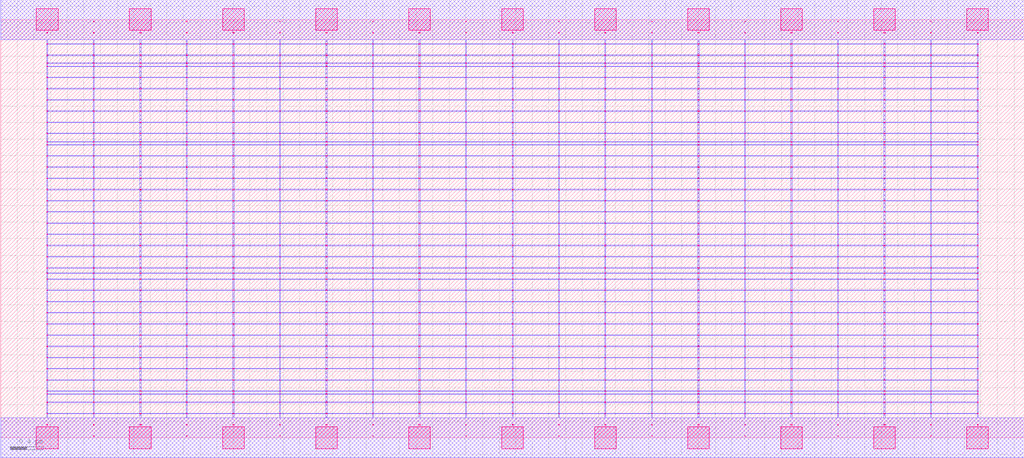
<source format=lef>
MACRO OOOAOAI32211_DEBUG
 CLASS CORE ;
 FOREIGN OOOAOAI32211_DEBUG 0 0 ;
 SIZE 12.32 BY 5.04 ;
 ORIGIN 0 0 ;
 SYMMETRY X Y R90 ;
 SITE unit ;

 OBS
    LAYER polycont ;
     RECT 6.15600000 2.58300000 6.16900000 2.59100000 ;
     RECT 6.15600000 2.71800000 6.16900000 2.72600000 ;
     RECT 6.15600000 2.85300000 6.16900000 2.86100000 ;
     RECT 6.15600000 2.98800000 6.16900000 2.99600000 ;
     RECT 8.39100000 2.58300000 8.40900000 2.59100000 ;
     RECT 8.95600000 2.58300000 8.96400000 2.59100000 ;
     RECT 9.51100000 2.58300000 9.52900000 2.59100000 ;
     RECT 10.07600000 2.58300000 10.08400000 2.59100000 ;
     RECT 10.63100000 2.58300000 10.64900000 2.59100000 ;
     RECT 11.19600000 2.58300000 11.20400000 2.59100000 ;
     RECT 11.75600000 2.58300000 11.76900000 2.59100000 ;
     RECT 6.71600000 2.58300000 6.72400000 2.59100000 ;
     RECT 6.71600000 2.71800000 6.72400000 2.72600000 ;
     RECT 7.27100000 2.71800000 7.28400000 2.72600000 ;
     RECT 7.83600000 2.71800000 7.84400000 2.72600000 ;
     RECT 8.39100000 2.71800000 8.40900000 2.72600000 ;
     RECT 8.95600000 2.71800000 8.96400000 2.72600000 ;
     RECT 9.51100000 2.71800000 9.52900000 2.72600000 ;
     RECT 10.07600000 2.71800000 10.08400000 2.72600000 ;
     RECT 10.63100000 2.71800000 10.64900000 2.72600000 ;
     RECT 11.19600000 2.71800000 11.20400000 2.72600000 ;
     RECT 11.75600000 2.71800000 11.76900000 2.72600000 ;
     RECT 7.27100000 2.58300000 7.28400000 2.59100000 ;
     RECT 6.71600000 2.85300000 6.72400000 2.86100000 ;
     RECT 7.27100000 2.85300000 7.28400000 2.86100000 ;
     RECT 7.83600000 2.85300000 7.84400000 2.86100000 ;
     RECT 8.39100000 2.85300000 8.40900000 2.86100000 ;
     RECT 8.95600000 2.85300000 8.96400000 2.86100000 ;
     RECT 9.51100000 2.85300000 9.52900000 2.86100000 ;
     RECT 10.07600000 2.85300000 10.08400000 2.86100000 ;
     RECT 10.63100000 2.85300000 10.64900000 2.86100000 ;
     RECT 11.19600000 2.85300000 11.20400000 2.86100000 ;
     RECT 11.75600000 2.85300000 11.76900000 2.86100000 ;
     RECT 7.83600000 2.58300000 7.84400000 2.59100000 ;
     RECT 6.71600000 2.98800000 6.72400000 2.99600000 ;
     RECT 7.27100000 2.98800000 7.28400000 2.99600000 ;
     RECT 7.83600000 2.98800000 7.84400000 2.99600000 ;
     RECT 8.39100000 2.98800000 8.40900000 2.99600000 ;
     RECT 8.95600000 2.98800000 8.96400000 2.99600000 ;
     RECT 9.51100000 2.98800000 9.52900000 2.99600000 ;
     RECT 10.07600000 2.98800000 10.08400000 2.99600000 ;
     RECT 10.63100000 2.98800000 10.64900000 2.99600000 ;
     RECT 11.19600000 2.98800000 11.20400000 2.99600000 ;
     RECT 11.75600000 2.98800000 11.76900000 2.99600000 ;
     RECT 6.71600000 3.12300000 6.72400000 3.13100000 ;
     RECT 6.71600000 3.25800000 6.72400000 3.26600000 ;
     RECT 6.71600000 3.39300000 6.72400000 3.40100000 ;
     RECT 6.71600000 3.52800000 6.72400000 3.53600000 ;
     RECT 6.71600000 3.56100000 6.72400000 3.56900000 ;
     RECT 6.71600000 3.66300000 6.72400000 3.67100000 ;
     RECT 6.71600000 3.79800000 6.72400000 3.80600000 ;
     RECT 6.71600000 3.93300000 6.72400000 3.94100000 ;
     RECT 6.71600000 4.06800000 6.72400000 4.07600000 ;
     RECT 6.71600000 4.20300000 6.72400000 4.21100000 ;
     RECT 6.71600000 4.33800000 6.72400000 4.34600000 ;
     RECT 6.71600000 4.47300000 6.72400000 4.48100000 ;
     RECT 6.71600000 4.51100000 6.72400000 4.51900000 ;
     RECT 6.71600000 4.60800000 6.72400000 4.61600000 ;
     RECT 6.71600000 4.74300000 6.72400000 4.75100000 ;
     RECT 6.71600000 4.87800000 6.72400000 4.88600000 ;
     RECT 5.59600000 2.71800000 5.60400000 2.72600000 ;
     RECT 1.11600000 2.58300000 1.12400000 2.59100000 ;
     RECT 1.67100000 2.58300000 1.68900000 2.59100000 ;
     RECT 0.55100000 2.98800000 0.56400000 2.99600000 ;
     RECT 1.11600000 2.98800000 1.12400000 2.99600000 ;
     RECT 1.67100000 2.98800000 1.68900000 2.99600000 ;
     RECT 2.23600000 2.98800000 2.24400000 2.99600000 ;
     RECT 2.79100000 2.98800000 2.80900000 2.99600000 ;
     RECT 3.35600000 2.98800000 3.36400000 2.99600000 ;
     RECT 3.91100000 2.98800000 3.92900000 2.99600000 ;
     RECT 4.47600000 2.98800000 4.48400000 2.99600000 ;
     RECT 5.03100000 2.98800000 5.04900000 2.99600000 ;
     RECT 5.59600000 2.98800000 5.60400000 2.99600000 ;
     RECT 2.23600000 2.58300000 2.24400000 2.59100000 ;
     RECT 2.79100000 2.58300000 2.80900000 2.59100000 ;
     RECT 3.35600000 2.58300000 3.36400000 2.59100000 ;
     RECT 3.91100000 2.58300000 3.92900000 2.59100000 ;
     RECT 4.47600000 2.58300000 4.48400000 2.59100000 ;
     RECT 5.03100000 2.58300000 5.04900000 2.59100000 ;
     RECT 5.59600000 2.58300000 5.60400000 2.59100000 ;
     RECT 0.55100000 2.58300000 0.56400000 2.59100000 ;
     RECT 0.55100000 2.71800000 0.56400000 2.72600000 ;
     RECT 0.55100000 2.85300000 0.56400000 2.86100000 ;
     RECT 1.11600000 2.85300000 1.12400000 2.86100000 ;
     RECT 1.67100000 2.85300000 1.68900000 2.86100000 ;
     RECT 2.23600000 2.85300000 2.24400000 2.86100000 ;
     RECT 2.79100000 2.85300000 2.80900000 2.86100000 ;
     RECT 3.35600000 2.85300000 3.36400000 2.86100000 ;
     RECT 3.91100000 2.85300000 3.92900000 2.86100000 ;
     RECT 4.47600000 2.85300000 4.48400000 2.86100000 ;
     RECT 5.03100000 2.85300000 5.04900000 2.86100000 ;
     RECT 5.59600000 2.85300000 5.60400000 2.86100000 ;
     RECT 1.11600000 2.71800000 1.12400000 2.72600000 ;
     RECT 1.67100000 2.71800000 1.68900000 2.72600000 ;
     RECT 2.23600000 2.71800000 2.24400000 2.72600000 ;
     RECT 2.79100000 2.71800000 2.80900000 2.72600000 ;
     RECT 3.35600000 2.71800000 3.36400000 2.72600000 ;
     RECT 3.91100000 2.71800000 3.92900000 2.72600000 ;
     RECT 4.47600000 2.71800000 4.48400000 2.72600000 ;
     RECT 5.03100000 2.71800000 5.04900000 2.72600000 ;
     RECT 6.71600000 0.15300000 6.72400000 0.16100000 ;
     RECT 6.71600000 0.28800000 6.72400000 0.29600000 ;
     RECT 6.71600000 0.42300000 6.72400000 0.43100000 ;
     RECT 6.71600000 0.52100000 6.72400000 0.52900000 ;
     RECT 6.71600000 0.55800000 6.72400000 0.56600000 ;
     RECT 6.71600000 0.69300000 6.72400000 0.70100000 ;
     RECT 6.71600000 0.82800000 6.72400000 0.83600000 ;
     RECT 6.71600000 0.96300000 6.72400000 0.97100000 ;
     RECT 6.71600000 1.09800000 6.72400000 1.10600000 ;
     RECT 6.71600000 1.23300000 6.72400000 1.24100000 ;
     RECT 6.71600000 1.36800000 6.72400000 1.37600000 ;
     RECT 6.71600000 1.50300000 6.72400000 1.51100000 ;
     RECT 6.71600000 1.63800000 6.72400000 1.64600000 ;
     RECT 6.71600000 1.77300000 6.72400000 1.78100000 ;
     RECT 6.71600000 1.90800000 6.72400000 1.91600000 ;
     RECT 6.71600000 1.98100000 6.72400000 1.98900000 ;
     RECT 6.71600000 2.04300000 6.72400000 2.05100000 ;
     RECT 6.71600000 2.17800000 6.72400000 2.18600000 ;
     RECT 6.71600000 2.31300000 6.72400000 2.32100000 ;
     RECT 6.71600000 2.44800000 6.72400000 2.45600000 ;

    LAYER pdiffc ;
     RECT 0.55100000 3.39300000 0.55900000 3.40100000 ;
     RECT 6.16100000 3.39300000 6.16900000 3.40100000 ;
     RECT 7.27100000 3.39300000 7.27900000 3.40100000 ;
     RECT 11.76100000 3.39300000 11.76900000 3.40100000 ;
     RECT 0.55100000 3.52800000 0.55900000 3.53600000 ;
     RECT 6.16100000 3.52800000 6.16900000 3.53600000 ;
     RECT 7.27100000 3.52800000 7.27900000 3.53600000 ;
     RECT 11.76100000 3.52800000 11.76900000 3.53600000 ;
     RECT 0.55100000 3.56100000 0.55900000 3.56900000 ;
     RECT 6.16100000 3.56100000 6.16900000 3.56900000 ;
     RECT 7.27100000 3.56100000 7.27900000 3.56900000 ;
     RECT 11.76100000 3.56100000 11.76900000 3.56900000 ;
     RECT 0.55100000 3.66300000 0.55900000 3.67100000 ;
     RECT 6.16100000 3.66300000 6.16900000 3.67100000 ;
     RECT 7.27100000 3.66300000 7.27900000 3.67100000 ;
     RECT 11.76100000 3.66300000 11.76900000 3.67100000 ;
     RECT 0.55100000 3.79800000 0.55900000 3.80600000 ;
     RECT 6.16100000 3.79800000 6.16900000 3.80600000 ;
     RECT 7.27100000 3.79800000 7.27900000 3.80600000 ;
     RECT 11.76100000 3.79800000 11.76900000 3.80600000 ;
     RECT 0.55100000 3.93300000 0.55900000 3.94100000 ;
     RECT 6.16100000 3.93300000 6.16900000 3.94100000 ;
     RECT 7.27100000 3.93300000 7.27900000 3.94100000 ;
     RECT 11.76100000 3.93300000 11.76900000 3.94100000 ;
     RECT 0.55100000 4.06800000 0.55900000 4.07600000 ;
     RECT 6.16100000 4.06800000 6.16900000 4.07600000 ;
     RECT 7.27100000 4.06800000 7.27900000 4.07600000 ;
     RECT 11.76100000 4.06800000 11.76900000 4.07600000 ;
     RECT 0.55100000 4.20300000 0.55900000 4.21100000 ;
     RECT 6.16100000 4.20300000 6.16900000 4.21100000 ;
     RECT 7.27100000 4.20300000 7.27900000 4.21100000 ;
     RECT 11.76100000 4.20300000 11.76900000 4.21100000 ;
     RECT 0.55100000 4.33800000 0.55900000 4.34600000 ;
     RECT 6.16100000 4.33800000 6.16900000 4.34600000 ;
     RECT 7.27100000 4.33800000 7.27900000 4.34600000 ;
     RECT 11.76100000 4.33800000 11.76900000 4.34600000 ;
     RECT 0.55100000 4.47300000 0.55900000 4.48100000 ;
     RECT 6.16100000 4.47300000 6.16900000 4.48100000 ;
     RECT 7.27100000 4.47300000 7.27900000 4.48100000 ;
     RECT 11.76100000 4.47300000 11.76900000 4.48100000 ;
     RECT 0.55100000 4.51100000 0.55900000 4.51900000 ;
     RECT 6.16100000 4.51100000 6.16900000 4.51900000 ;
     RECT 7.27100000 4.51100000 7.27900000 4.51900000 ;
     RECT 11.76100000 4.51100000 11.76900000 4.51900000 ;
     RECT 0.55100000 4.60800000 0.55900000 4.61600000 ;
     RECT 6.16100000 4.60800000 6.16900000 4.61600000 ;
     RECT 7.27100000 4.60800000 7.27900000 4.61600000 ;
     RECT 11.76100000 4.60800000 11.76900000 4.61600000 ;

    LAYER ndiffc ;
     RECT 6.15600000 0.42300000 6.16900000 0.43100000 ;
     RECT 6.15600000 0.52100000 6.16900000 0.52900000 ;
     RECT 6.15600000 0.55800000 6.16900000 0.56600000 ;
     RECT 6.15600000 0.69300000 6.16900000 0.70100000 ;
     RECT 6.15600000 0.82800000 6.16900000 0.83600000 ;
     RECT 6.15600000 0.96300000 6.16900000 0.97100000 ;
     RECT 6.15600000 1.09800000 6.16900000 1.10600000 ;
     RECT 6.15600000 1.23300000 6.16900000 1.24100000 ;
     RECT 6.15600000 1.36800000 6.16900000 1.37600000 ;
     RECT 6.15600000 1.50300000 6.16900000 1.51100000 ;
     RECT 6.15600000 1.63800000 6.16900000 1.64600000 ;
     RECT 6.15600000 1.77300000 6.16900000 1.78100000 ;
     RECT 6.15600000 1.90800000 6.16900000 1.91600000 ;
     RECT 6.15600000 1.98100000 6.16900000 1.98900000 ;
     RECT 6.15600000 2.04300000 6.16900000 2.05100000 ;
     RECT 9.51100000 0.55800000 9.52900000 0.56600000 ;
     RECT 10.63100000 0.55800000 10.64900000 0.56600000 ;
     RECT 11.75600000 0.55800000 11.76900000 0.56600000 ;
     RECT 9.51100000 0.42300000 9.52900000 0.43100000 ;
     RECT 7.27100000 0.69300000 7.28400000 0.70100000 ;
     RECT 8.39100000 0.69300000 8.40900000 0.70100000 ;
     RECT 9.51100000 0.69300000 9.52900000 0.70100000 ;
     RECT 10.63100000 0.69300000 10.64900000 0.70100000 ;
     RECT 11.75600000 0.69300000 11.76900000 0.70100000 ;
     RECT 10.63100000 0.42300000 10.64900000 0.43100000 ;
     RECT 7.27100000 0.82800000 7.28400000 0.83600000 ;
     RECT 8.39100000 0.82800000 8.40900000 0.83600000 ;
     RECT 9.51100000 0.82800000 9.52900000 0.83600000 ;
     RECT 10.63100000 0.82800000 10.64900000 0.83600000 ;
     RECT 11.75600000 0.82800000 11.76900000 0.83600000 ;
     RECT 11.75600000 0.42300000 11.76900000 0.43100000 ;
     RECT 7.27100000 0.96300000 7.28400000 0.97100000 ;
     RECT 8.39100000 0.96300000 8.40900000 0.97100000 ;
     RECT 9.51100000 0.96300000 9.52900000 0.97100000 ;
     RECT 10.63100000 0.96300000 10.64900000 0.97100000 ;
     RECT 11.75600000 0.96300000 11.76900000 0.97100000 ;
     RECT 7.27100000 0.42300000 7.28400000 0.43100000 ;
     RECT 7.27100000 1.09800000 7.28400000 1.10600000 ;
     RECT 8.39100000 1.09800000 8.40900000 1.10600000 ;
     RECT 9.51100000 1.09800000 9.52900000 1.10600000 ;
     RECT 10.63100000 1.09800000 10.64900000 1.10600000 ;
     RECT 11.75600000 1.09800000 11.76900000 1.10600000 ;
     RECT 7.27100000 0.52100000 7.28400000 0.52900000 ;
     RECT 7.27100000 1.23300000 7.28400000 1.24100000 ;
     RECT 8.39100000 1.23300000 8.40900000 1.24100000 ;
     RECT 9.51100000 1.23300000 9.52900000 1.24100000 ;
     RECT 10.63100000 1.23300000 10.64900000 1.24100000 ;
     RECT 11.75600000 1.23300000 11.76900000 1.24100000 ;
     RECT 8.39100000 0.52100000 8.40900000 0.52900000 ;
     RECT 7.27100000 1.36800000 7.28400000 1.37600000 ;
     RECT 8.39100000 1.36800000 8.40900000 1.37600000 ;
     RECT 9.51100000 1.36800000 9.52900000 1.37600000 ;
     RECT 10.63100000 1.36800000 10.64900000 1.37600000 ;
     RECT 11.75600000 1.36800000 11.76900000 1.37600000 ;
     RECT 9.51100000 0.52100000 9.52900000 0.52900000 ;
     RECT 7.27100000 1.50300000 7.28400000 1.51100000 ;
     RECT 8.39100000 1.50300000 8.40900000 1.51100000 ;
     RECT 9.51100000 1.50300000 9.52900000 1.51100000 ;
     RECT 10.63100000 1.50300000 10.64900000 1.51100000 ;
     RECT 11.75600000 1.50300000 11.76900000 1.51100000 ;
     RECT 10.63100000 0.52100000 10.64900000 0.52900000 ;
     RECT 7.27100000 1.63800000 7.28400000 1.64600000 ;
     RECT 8.39100000 1.63800000 8.40900000 1.64600000 ;
     RECT 9.51100000 1.63800000 9.52900000 1.64600000 ;
     RECT 10.63100000 1.63800000 10.64900000 1.64600000 ;
     RECT 11.75600000 1.63800000 11.76900000 1.64600000 ;
     RECT 11.75600000 0.52100000 11.76900000 0.52900000 ;
     RECT 7.27100000 1.77300000 7.28400000 1.78100000 ;
     RECT 8.39100000 1.77300000 8.40900000 1.78100000 ;
     RECT 9.51100000 1.77300000 9.52900000 1.78100000 ;
     RECT 10.63100000 1.77300000 10.64900000 1.78100000 ;
     RECT 11.75600000 1.77300000 11.76900000 1.78100000 ;
     RECT 8.39100000 0.42300000 8.40900000 0.43100000 ;
     RECT 7.27100000 1.90800000 7.28400000 1.91600000 ;
     RECT 8.39100000 1.90800000 8.40900000 1.91600000 ;
     RECT 9.51100000 1.90800000 9.52900000 1.91600000 ;
     RECT 10.63100000 1.90800000 10.64900000 1.91600000 ;
     RECT 11.75600000 1.90800000 11.76900000 1.91600000 ;
     RECT 7.27100000 0.55800000 7.28400000 0.56600000 ;
     RECT 7.27100000 1.98100000 7.28400000 1.98900000 ;
     RECT 8.39100000 1.98100000 8.40900000 1.98900000 ;
     RECT 9.51100000 1.98100000 9.52900000 1.98900000 ;
     RECT 10.63100000 1.98100000 10.64900000 1.98900000 ;
     RECT 11.75600000 1.98100000 11.76900000 1.98900000 ;
     RECT 8.39100000 0.55800000 8.40900000 0.56600000 ;
     RECT 7.27100000 2.04300000 7.28400000 2.05100000 ;
     RECT 8.39100000 2.04300000 8.40900000 2.05100000 ;
     RECT 9.51100000 2.04300000 9.52900000 2.05100000 ;
     RECT 10.63100000 2.04300000 10.64900000 2.05100000 ;
     RECT 11.75600000 2.04300000 11.76900000 2.05100000 ;
     RECT 2.79100000 1.36800000 2.80900000 1.37600000 ;
     RECT 3.91100000 1.36800000 3.92900000 1.37600000 ;
     RECT 5.03100000 1.36800000 5.04900000 1.37600000 ;
     RECT 5.03100000 0.82800000 5.04900000 0.83600000 ;
     RECT 2.79100000 0.55800000 2.80900000 0.56600000 ;
     RECT 3.91100000 0.55800000 3.92900000 0.56600000 ;
     RECT 5.03100000 0.55800000 5.04900000 0.56600000 ;
     RECT 1.67100000 0.52100000 1.68900000 0.52900000 ;
     RECT 2.79100000 0.52100000 2.80900000 0.52900000 ;
     RECT 0.55100000 1.50300000 0.56400000 1.51100000 ;
     RECT 1.67100000 1.50300000 1.68900000 1.51100000 ;
     RECT 2.79100000 1.50300000 2.80900000 1.51100000 ;
     RECT 3.91100000 1.50300000 3.92900000 1.51100000 ;
     RECT 5.03100000 1.50300000 5.04900000 1.51100000 ;
     RECT 3.91100000 0.52100000 3.92900000 0.52900000 ;
     RECT 0.55100000 0.96300000 0.56400000 0.97100000 ;
     RECT 1.67100000 0.96300000 1.68900000 0.97100000 ;
     RECT 2.79100000 0.96300000 2.80900000 0.97100000 ;
     RECT 3.91100000 0.96300000 3.92900000 0.97100000 ;
     RECT 5.03100000 0.96300000 5.04900000 0.97100000 ;
     RECT 0.55100000 1.63800000 0.56400000 1.64600000 ;
     RECT 1.67100000 1.63800000 1.68900000 1.64600000 ;
     RECT 2.79100000 1.63800000 2.80900000 1.64600000 ;
     RECT 3.91100000 1.63800000 3.92900000 1.64600000 ;
     RECT 5.03100000 1.63800000 5.04900000 1.64600000 ;
     RECT 5.03100000 0.52100000 5.04900000 0.52900000 ;
     RECT 1.67100000 0.42300000 1.68900000 0.43100000 ;
     RECT 2.79100000 0.42300000 2.80900000 0.43100000 ;
     RECT 0.55100000 0.69300000 0.56400000 0.70100000 ;
     RECT 1.67100000 0.69300000 1.68900000 0.70100000 ;
     RECT 2.79100000 0.69300000 2.80900000 0.70100000 ;
     RECT 0.55100000 1.77300000 0.56400000 1.78100000 ;
     RECT 1.67100000 1.77300000 1.68900000 1.78100000 ;
     RECT 2.79100000 1.77300000 2.80900000 1.78100000 ;
     RECT 3.91100000 1.77300000 3.92900000 1.78100000 ;
     RECT 5.03100000 1.77300000 5.04900000 1.78100000 ;
     RECT 0.55100000 1.09800000 0.56400000 1.10600000 ;
     RECT 1.67100000 1.09800000 1.68900000 1.10600000 ;
     RECT 2.79100000 1.09800000 2.80900000 1.10600000 ;
     RECT 3.91100000 1.09800000 3.92900000 1.10600000 ;
     RECT 5.03100000 1.09800000 5.04900000 1.10600000 ;
     RECT 3.91100000 0.69300000 3.92900000 0.70100000 ;
     RECT 0.55100000 1.90800000 0.56400000 1.91600000 ;
     RECT 1.67100000 1.90800000 1.68900000 1.91600000 ;
     RECT 2.79100000 1.90800000 2.80900000 1.91600000 ;
     RECT 3.91100000 1.90800000 3.92900000 1.91600000 ;
     RECT 5.03100000 1.90800000 5.04900000 1.91600000 ;
     RECT 5.03100000 0.69300000 5.04900000 0.70100000 ;
     RECT 3.91100000 0.42300000 3.92900000 0.43100000 ;
     RECT 5.03100000 0.42300000 5.04900000 0.43100000 ;
     RECT 0.55100000 0.42300000 0.56400000 0.43100000 ;
     RECT 0.55100000 0.52100000 0.56400000 0.52900000 ;
     RECT 0.55100000 1.23300000 0.56400000 1.24100000 ;
     RECT 0.55100000 1.98100000 0.56400000 1.98900000 ;
     RECT 1.67100000 1.98100000 1.68900000 1.98900000 ;
     RECT 2.79100000 1.98100000 2.80900000 1.98900000 ;
     RECT 3.91100000 1.98100000 3.92900000 1.98900000 ;
     RECT 5.03100000 1.98100000 5.04900000 1.98900000 ;
     RECT 1.67100000 1.23300000 1.68900000 1.24100000 ;
     RECT 2.79100000 1.23300000 2.80900000 1.24100000 ;
     RECT 3.91100000 1.23300000 3.92900000 1.24100000 ;
     RECT 5.03100000 1.23300000 5.04900000 1.24100000 ;
     RECT 0.55100000 0.55800000 0.56400000 0.56600000 ;
     RECT 1.67100000 0.55800000 1.68900000 0.56600000 ;
     RECT 0.55100000 2.04300000 0.56400000 2.05100000 ;
     RECT 1.67100000 2.04300000 1.68900000 2.05100000 ;
     RECT 2.79100000 2.04300000 2.80900000 2.05100000 ;
     RECT 3.91100000 2.04300000 3.92900000 2.05100000 ;
     RECT 5.03100000 2.04300000 5.04900000 2.05100000 ;
     RECT 0.55100000 0.82800000 0.56400000 0.83600000 ;
     RECT 1.67100000 0.82800000 1.68900000 0.83600000 ;
     RECT 2.79100000 0.82800000 2.80900000 0.83600000 ;
     RECT 3.91100000 0.82800000 3.92900000 0.83600000 ;
     RECT 0.55100000 1.36800000 0.56400000 1.37600000 ;
     RECT 1.67100000 1.36800000 1.68900000 1.37600000 ;

    LAYER met1 ;
     RECT 0.00000000 -0.24000000 12.32000000 0.24000000 ;
     RECT 6.15600000 0.24000000 6.16900000 0.28800000 ;
     RECT 0.55100000 0.28800000 11.76900000 0.29600000 ;
     RECT 6.15600000 0.29600000 6.16900000 0.42300000 ;
     RECT 0.55100000 0.42300000 11.76900000 0.43100000 ;
     RECT 6.15600000 0.43100000 6.16900000 0.52100000 ;
     RECT 0.55100000 0.52100000 11.76900000 0.52900000 ;
     RECT 6.15600000 0.52900000 6.16900000 0.55800000 ;
     RECT 0.55100000 0.55800000 11.76900000 0.56600000 ;
     RECT 6.15600000 0.56600000 6.16900000 0.69300000 ;
     RECT 0.55100000 0.69300000 11.76900000 0.70100000 ;
     RECT 6.15600000 0.70100000 6.16900000 0.82800000 ;
     RECT 0.55100000 0.82800000 11.76900000 0.83600000 ;
     RECT 6.15600000 0.83600000 6.16900000 0.96300000 ;
     RECT 0.55100000 0.96300000 11.76900000 0.97100000 ;
     RECT 6.15600000 0.97100000 6.16900000 1.09800000 ;
     RECT 0.55100000 1.09800000 11.76900000 1.10600000 ;
     RECT 6.15600000 1.10600000 6.16900000 1.23300000 ;
     RECT 0.55100000 1.23300000 11.76900000 1.24100000 ;
     RECT 6.15600000 1.24100000 6.16900000 1.36800000 ;
     RECT 0.55100000 1.36800000 11.76900000 1.37600000 ;
     RECT 6.15600000 1.37600000 6.16900000 1.50300000 ;
     RECT 0.55100000 1.50300000 11.76900000 1.51100000 ;
     RECT 6.15600000 1.51100000 6.16900000 1.63800000 ;
     RECT 0.55100000 1.63800000 11.76900000 1.64600000 ;
     RECT 6.15600000 1.64600000 6.16900000 1.77300000 ;
     RECT 0.55100000 1.77300000 11.76900000 1.78100000 ;
     RECT 6.15600000 1.78100000 6.16900000 1.90800000 ;
     RECT 0.55100000 1.90800000 11.76900000 1.91600000 ;
     RECT 6.15600000 1.91600000 6.16900000 1.98100000 ;
     RECT 0.55100000 1.98100000 11.76900000 1.98900000 ;
     RECT 6.15600000 1.98900000 6.16900000 2.04300000 ;
     RECT 0.55100000 2.04300000 11.76900000 2.05100000 ;
     RECT 6.15600000 2.05100000 6.16900000 2.17800000 ;
     RECT 0.55100000 2.17800000 11.76900000 2.18600000 ;
     RECT 6.15600000 2.18600000 6.16900000 2.31300000 ;
     RECT 0.55100000 2.31300000 11.76900000 2.32100000 ;
     RECT 6.15600000 2.32100000 6.16900000 2.44800000 ;
     RECT 0.55100000 2.44800000 11.76900000 2.45600000 ;
     RECT 0.55100000 2.45600000 0.56400000 2.58300000 ;
     RECT 1.11600000 2.45600000 1.12400000 2.58300000 ;
     RECT 1.67100000 2.45600000 1.68900000 2.58300000 ;
     RECT 2.23600000 2.45600000 2.24400000 2.58300000 ;
     RECT 2.79100000 2.45600000 2.80900000 2.58300000 ;
     RECT 3.35600000 2.45600000 3.36400000 2.58300000 ;
     RECT 3.91100000 2.45600000 3.92900000 2.58300000 ;
     RECT 4.47600000 2.45600000 4.48400000 2.58300000 ;
     RECT 5.03100000 2.45600000 5.04900000 2.58300000 ;
     RECT 5.59600000 2.45600000 5.60400000 2.58300000 ;
     RECT 6.15600000 2.45600000 6.16900000 2.58300000 ;
     RECT 6.71600000 2.45600000 6.72400000 2.58300000 ;
     RECT 7.27100000 2.45600000 7.28400000 2.58300000 ;
     RECT 7.83600000 2.45600000 7.84400000 2.58300000 ;
     RECT 8.39100000 2.45600000 8.40900000 2.58300000 ;
     RECT 8.95600000 2.45600000 8.96400000 2.58300000 ;
     RECT 9.51100000 2.45600000 9.52900000 2.58300000 ;
     RECT 10.07600000 2.45600000 10.08400000 2.58300000 ;
     RECT 10.63100000 2.45600000 10.64900000 2.58300000 ;
     RECT 11.19600000 2.45600000 11.20400000 2.58300000 ;
     RECT 11.75600000 2.45600000 11.76900000 2.58300000 ;
     RECT 0.55100000 2.58300000 11.76900000 2.59100000 ;
     RECT 6.15600000 2.59100000 6.16900000 2.71800000 ;
     RECT 0.55100000 2.71800000 11.76900000 2.72600000 ;
     RECT 6.15600000 2.72600000 6.16900000 2.85300000 ;
     RECT 0.55100000 2.85300000 11.76900000 2.86100000 ;
     RECT 6.15600000 2.86100000 6.16900000 2.98800000 ;
     RECT 0.55100000 2.98800000 11.76900000 2.99600000 ;
     RECT 6.15600000 2.99600000 6.16900000 3.12300000 ;
     RECT 0.55100000 3.12300000 11.76900000 3.13100000 ;
     RECT 6.15600000 3.13100000 6.16900000 3.25800000 ;
     RECT 0.55100000 3.25800000 11.76900000 3.26600000 ;
     RECT 6.15600000 3.26600000 6.16900000 3.39300000 ;
     RECT 0.55100000 3.39300000 11.76900000 3.40100000 ;
     RECT 6.15600000 3.40100000 6.16900000 3.52800000 ;
     RECT 0.55100000 3.52800000 11.76900000 3.53600000 ;
     RECT 6.15600000 3.53600000 6.16900000 3.56100000 ;
     RECT 0.55100000 3.56100000 11.76900000 3.56900000 ;
     RECT 6.15600000 3.56900000 6.16900000 3.66300000 ;
     RECT 0.55100000 3.66300000 11.76900000 3.67100000 ;
     RECT 6.15600000 3.67100000 6.16900000 3.79800000 ;
     RECT 0.55100000 3.79800000 11.76900000 3.80600000 ;
     RECT 6.15600000 3.80600000 6.16900000 3.93300000 ;
     RECT 0.55100000 3.93300000 11.76900000 3.94100000 ;
     RECT 6.15600000 3.94100000 6.16900000 4.06800000 ;
     RECT 0.55100000 4.06800000 11.76900000 4.07600000 ;
     RECT 6.15600000 4.07600000 6.16900000 4.20300000 ;
     RECT 0.55100000 4.20300000 11.76900000 4.21100000 ;
     RECT 6.15600000 4.21100000 6.16900000 4.33800000 ;
     RECT 0.55100000 4.33800000 11.76900000 4.34600000 ;
     RECT 6.15600000 4.34600000 6.16900000 4.47300000 ;
     RECT 0.55100000 4.47300000 11.76900000 4.48100000 ;
     RECT 6.15600000 4.48100000 6.16900000 4.51100000 ;
     RECT 0.55100000 4.51100000 11.76900000 4.51900000 ;
     RECT 6.15600000 4.51900000 6.16900000 4.60800000 ;
     RECT 0.55100000 4.60800000 11.76900000 4.61600000 ;
     RECT 6.15600000 4.61600000 6.16900000 4.74300000 ;
     RECT 0.55100000 4.74300000 11.76900000 4.75100000 ;
     RECT 6.15600000 4.75100000 6.16900000 4.80000000 ;
     RECT 0.00000000 4.80000000 12.32000000 5.28000000 ;
     RECT 6.71600000 3.80600000 6.72400000 3.93300000 ;
     RECT 7.27100000 3.80600000 7.28400000 3.93300000 ;
     RECT 7.83600000 3.80600000 7.84400000 3.93300000 ;
     RECT 8.39100000 3.80600000 8.40900000 3.93300000 ;
     RECT 8.95600000 3.80600000 8.96400000 3.93300000 ;
     RECT 9.51100000 3.80600000 9.52900000 3.93300000 ;
     RECT 10.07600000 3.80600000 10.08400000 3.93300000 ;
     RECT 10.63100000 3.80600000 10.64900000 3.93300000 ;
     RECT 11.19600000 3.80600000 11.20400000 3.93300000 ;
     RECT 11.75600000 3.80600000 11.76900000 3.93300000 ;
     RECT 9.51100000 3.94100000 9.52900000 4.06800000 ;
     RECT 10.07600000 3.94100000 10.08400000 4.06800000 ;
     RECT 10.63100000 3.94100000 10.64900000 4.06800000 ;
     RECT 11.19600000 3.94100000 11.20400000 4.06800000 ;
     RECT 11.75600000 3.94100000 11.76900000 4.06800000 ;
     RECT 9.51100000 4.07600000 9.52900000 4.20300000 ;
     RECT 10.07600000 4.07600000 10.08400000 4.20300000 ;
     RECT 10.63100000 4.07600000 10.64900000 4.20300000 ;
     RECT 11.19600000 4.07600000 11.20400000 4.20300000 ;
     RECT 11.75600000 4.07600000 11.76900000 4.20300000 ;
     RECT 9.51100000 4.21100000 9.52900000 4.33800000 ;
     RECT 10.07600000 4.21100000 10.08400000 4.33800000 ;
     RECT 10.63100000 4.21100000 10.64900000 4.33800000 ;
     RECT 11.19600000 4.21100000 11.20400000 4.33800000 ;
     RECT 11.75600000 4.21100000 11.76900000 4.33800000 ;
     RECT 9.51100000 4.34600000 9.52900000 4.47300000 ;
     RECT 10.07600000 4.34600000 10.08400000 4.47300000 ;
     RECT 10.63100000 4.34600000 10.64900000 4.47300000 ;
     RECT 11.19600000 4.34600000 11.20400000 4.47300000 ;
     RECT 11.75600000 4.34600000 11.76900000 4.47300000 ;
     RECT 9.51100000 4.48100000 9.52900000 4.51100000 ;
     RECT 10.07600000 4.48100000 10.08400000 4.51100000 ;
     RECT 10.63100000 4.48100000 10.64900000 4.51100000 ;
     RECT 11.19600000 4.48100000 11.20400000 4.51100000 ;
     RECT 11.75600000 4.48100000 11.76900000 4.51100000 ;
     RECT 9.51100000 4.51900000 9.52900000 4.60800000 ;
     RECT 10.07600000 4.51900000 10.08400000 4.60800000 ;
     RECT 10.63100000 4.51900000 10.64900000 4.60800000 ;
     RECT 11.19600000 4.51900000 11.20400000 4.60800000 ;
     RECT 11.75600000 4.51900000 11.76900000 4.60800000 ;
     RECT 9.51100000 4.61600000 9.52900000 4.74300000 ;
     RECT 10.07600000 4.61600000 10.08400000 4.74300000 ;
     RECT 10.63100000 4.61600000 10.64900000 4.74300000 ;
     RECT 11.19600000 4.61600000 11.20400000 4.74300000 ;
     RECT 11.75600000 4.61600000 11.76900000 4.74300000 ;
     RECT 9.51100000 4.75100000 9.52900000 4.80000000 ;
     RECT 10.07600000 4.75100000 10.08400000 4.80000000 ;
     RECT 10.63100000 4.75100000 10.64900000 4.80000000 ;
     RECT 11.19600000 4.75100000 11.20400000 4.80000000 ;
     RECT 11.75600000 4.75100000 11.76900000 4.80000000 ;
     RECT 6.71600000 4.48100000 6.72400000 4.51100000 ;
     RECT 7.27100000 4.48100000 7.28400000 4.51100000 ;
     RECT 7.83600000 4.48100000 7.84400000 4.51100000 ;
     RECT 8.39100000 4.48100000 8.40900000 4.51100000 ;
     RECT 8.95600000 4.48100000 8.96400000 4.51100000 ;
     RECT 6.71600000 4.21100000 6.72400000 4.33800000 ;
     RECT 7.27100000 4.21100000 7.28400000 4.33800000 ;
     RECT 7.83600000 4.21100000 7.84400000 4.33800000 ;
     RECT 8.39100000 4.21100000 8.40900000 4.33800000 ;
     RECT 8.95600000 4.21100000 8.96400000 4.33800000 ;
     RECT 6.71600000 4.51900000 6.72400000 4.60800000 ;
     RECT 7.27100000 4.51900000 7.28400000 4.60800000 ;
     RECT 7.83600000 4.51900000 7.84400000 4.60800000 ;
     RECT 8.39100000 4.51900000 8.40900000 4.60800000 ;
     RECT 8.95600000 4.51900000 8.96400000 4.60800000 ;
     RECT 6.71600000 4.07600000 6.72400000 4.20300000 ;
     RECT 7.27100000 4.07600000 7.28400000 4.20300000 ;
     RECT 7.83600000 4.07600000 7.84400000 4.20300000 ;
     RECT 8.39100000 4.07600000 8.40900000 4.20300000 ;
     RECT 8.95600000 4.07600000 8.96400000 4.20300000 ;
     RECT 6.71600000 4.61600000 6.72400000 4.74300000 ;
     RECT 7.27100000 4.61600000 7.28400000 4.74300000 ;
     RECT 7.83600000 4.61600000 7.84400000 4.74300000 ;
     RECT 8.39100000 4.61600000 8.40900000 4.74300000 ;
     RECT 8.95600000 4.61600000 8.96400000 4.74300000 ;
     RECT 6.71600000 4.34600000 6.72400000 4.47300000 ;
     RECT 7.27100000 4.34600000 7.28400000 4.47300000 ;
     RECT 7.83600000 4.34600000 7.84400000 4.47300000 ;
     RECT 8.39100000 4.34600000 8.40900000 4.47300000 ;
     RECT 8.95600000 4.34600000 8.96400000 4.47300000 ;
     RECT 6.71600000 4.75100000 6.72400000 4.80000000 ;
     RECT 7.27100000 4.75100000 7.28400000 4.80000000 ;
     RECT 7.83600000 4.75100000 7.84400000 4.80000000 ;
     RECT 8.39100000 4.75100000 8.40900000 4.80000000 ;
     RECT 8.95600000 4.75100000 8.96400000 4.80000000 ;
     RECT 6.71600000 3.94100000 6.72400000 4.06800000 ;
     RECT 7.27100000 3.94100000 7.28400000 4.06800000 ;
     RECT 7.83600000 3.94100000 7.84400000 4.06800000 ;
     RECT 8.39100000 3.94100000 8.40900000 4.06800000 ;
     RECT 8.95600000 3.94100000 8.96400000 4.06800000 ;
     RECT 8.39100000 2.99600000 8.40900000 3.12300000 ;
     RECT 8.95600000 2.99600000 8.96400000 3.12300000 ;
     RECT 6.71600000 3.13100000 6.72400000 3.25800000 ;
     RECT 7.27100000 3.13100000 7.28400000 3.25800000 ;
     RECT 7.83600000 3.13100000 7.84400000 3.25800000 ;
     RECT 8.39100000 3.13100000 8.40900000 3.25800000 ;
     RECT 8.95600000 3.13100000 8.96400000 3.25800000 ;
     RECT 8.95600000 2.86100000 8.96400000 2.98800000 ;
     RECT 6.71600000 3.26600000 6.72400000 3.39300000 ;
     RECT 7.27100000 3.26600000 7.28400000 3.39300000 ;
     RECT 7.83600000 3.26600000 7.84400000 3.39300000 ;
     RECT 8.39100000 3.26600000 8.40900000 3.39300000 ;
     RECT 8.95600000 3.26600000 8.96400000 3.39300000 ;
     RECT 6.71600000 2.59100000 6.72400000 2.71800000 ;
     RECT 7.27100000 2.59100000 7.28400000 2.71800000 ;
     RECT 6.71600000 3.40100000 6.72400000 3.52800000 ;
     RECT 7.27100000 3.40100000 7.28400000 3.52800000 ;
     RECT 7.83600000 3.40100000 7.84400000 3.52800000 ;
     RECT 8.39100000 3.40100000 8.40900000 3.52800000 ;
     RECT 7.83600000 2.59100000 7.84400000 2.71800000 ;
     RECT 8.39100000 2.59100000 8.40900000 2.71800000 ;
     RECT 8.95600000 3.40100000 8.96400000 3.52800000 ;
     RECT 6.71600000 2.72600000 6.72400000 2.85300000 ;
     RECT 7.27100000 2.72600000 7.28400000 2.85300000 ;
     RECT 6.71600000 3.53600000 6.72400000 3.56100000 ;
     RECT 7.27100000 3.53600000 7.28400000 3.56100000 ;
     RECT 7.83600000 3.53600000 7.84400000 3.56100000 ;
     RECT 8.39100000 3.53600000 8.40900000 3.56100000 ;
     RECT 8.95600000 3.53600000 8.96400000 3.56100000 ;
     RECT 7.83600000 2.72600000 7.84400000 2.85300000 ;
     RECT 8.39100000 2.72600000 8.40900000 2.85300000 ;
     RECT 6.71600000 2.86100000 6.72400000 2.98800000 ;
     RECT 7.27100000 2.86100000 7.28400000 2.98800000 ;
     RECT 6.71600000 3.56900000 6.72400000 3.66300000 ;
     RECT 7.27100000 3.56900000 7.28400000 3.66300000 ;
     RECT 7.83600000 3.56900000 7.84400000 3.66300000 ;
     RECT 8.39100000 3.56900000 8.40900000 3.66300000 ;
     RECT 8.95600000 3.56900000 8.96400000 3.66300000 ;
     RECT 8.95600000 2.59100000 8.96400000 2.71800000 ;
     RECT 8.95600000 2.72600000 8.96400000 2.85300000 ;
     RECT 6.71600000 3.67100000 6.72400000 3.79800000 ;
     RECT 7.27100000 3.67100000 7.28400000 3.79800000 ;
     RECT 7.83600000 3.67100000 7.84400000 3.79800000 ;
     RECT 8.39100000 3.67100000 8.40900000 3.79800000 ;
     RECT 7.83600000 2.86100000 7.84400000 2.98800000 ;
     RECT 8.39100000 2.86100000 8.40900000 2.98800000 ;
     RECT 8.95600000 3.67100000 8.96400000 3.79800000 ;
     RECT 7.27100000 2.99600000 7.28400000 3.12300000 ;
     RECT 7.83600000 2.99600000 7.84400000 3.12300000 ;
     RECT 6.71600000 2.99600000 6.72400000 3.12300000 ;
     RECT 9.51100000 3.53600000 9.52900000 3.56100000 ;
     RECT 10.07600000 3.53600000 10.08400000 3.56100000 ;
     RECT 9.51100000 2.86100000 9.52900000 2.98800000 ;
     RECT 10.63100000 3.53600000 10.64900000 3.56100000 ;
     RECT 11.19600000 3.53600000 11.20400000 3.56100000 ;
     RECT 11.75600000 3.53600000 11.76900000 3.56100000 ;
     RECT 9.51100000 3.26600000 9.52900000 3.39300000 ;
     RECT 10.07600000 3.26600000 10.08400000 3.39300000 ;
     RECT 10.63100000 3.26600000 10.64900000 3.39300000 ;
     RECT 11.19600000 3.26600000 11.20400000 3.39300000 ;
     RECT 11.75600000 3.26600000 11.76900000 3.39300000 ;
     RECT 11.19600000 2.99600000 11.20400000 3.12300000 ;
     RECT 11.75600000 2.99600000 11.76900000 3.12300000 ;
     RECT 10.07600000 2.86100000 10.08400000 2.98800000 ;
     RECT 10.63100000 2.86100000 10.64900000 2.98800000 ;
     RECT 9.51100000 3.56900000 9.52900000 3.66300000 ;
     RECT 10.07600000 3.56900000 10.08400000 3.66300000 ;
     RECT 10.63100000 3.56900000 10.64900000 3.66300000 ;
     RECT 11.19600000 3.56900000 11.20400000 3.66300000 ;
     RECT 11.75600000 3.56900000 11.76900000 3.66300000 ;
     RECT 9.51100000 3.13100000 9.52900000 3.25800000 ;
     RECT 9.51100000 2.72600000 9.52900000 2.85300000 ;
     RECT 10.07600000 3.13100000 10.08400000 3.25800000 ;
     RECT 10.63100000 3.13100000 10.64900000 3.25800000 ;
     RECT 11.19600000 3.13100000 11.20400000 3.25800000 ;
     RECT 11.19600000 2.86100000 11.20400000 2.98800000 ;
     RECT 11.75600000 2.86100000 11.76900000 2.98800000 ;
     RECT 11.75600000 3.13100000 11.76900000 3.25800000 ;
     RECT 9.51100000 3.40100000 9.52900000 3.52800000 ;
     RECT 9.51100000 3.67100000 9.52900000 3.79800000 ;
     RECT 10.07600000 3.67100000 10.08400000 3.79800000 ;
     RECT 10.63100000 3.67100000 10.64900000 3.79800000 ;
     RECT 11.19600000 3.67100000 11.20400000 3.79800000 ;
     RECT 11.75600000 3.67100000 11.76900000 3.79800000 ;
     RECT 10.07600000 2.72600000 10.08400000 2.85300000 ;
     RECT 10.63100000 2.72600000 10.64900000 2.85300000 ;
     RECT 10.07600000 3.40100000 10.08400000 3.52800000 ;
     RECT 10.63100000 3.40100000 10.64900000 3.52800000 ;
     RECT 9.51100000 2.59100000 9.52900000 2.71800000 ;
     RECT 11.19600000 3.40100000 11.20400000 3.52800000 ;
     RECT 11.75600000 3.40100000 11.76900000 3.52800000 ;
     RECT 11.19600000 2.59100000 11.20400000 2.71800000 ;
     RECT 11.75600000 2.59100000 11.76900000 2.71800000 ;
     RECT 10.07600000 2.59100000 10.08400000 2.71800000 ;
     RECT 10.63100000 2.59100000 10.64900000 2.71800000 ;
     RECT 9.51100000 2.99600000 9.52900000 3.12300000 ;
     RECT 10.07600000 2.99600000 10.08400000 3.12300000 ;
     RECT 11.19600000 2.72600000 11.20400000 2.85300000 ;
     RECT 11.75600000 2.72600000 11.76900000 2.85300000 ;
     RECT 10.63100000 2.99600000 10.64900000 3.12300000 ;
     RECT 5.03100000 3.80600000 5.04900000 3.93300000 ;
     RECT 5.59600000 3.80600000 5.60400000 3.93300000 ;
     RECT 0.55100000 3.80600000 0.56400000 3.93300000 ;
     RECT 1.11600000 3.80600000 1.12400000 3.93300000 ;
     RECT 1.67100000 3.80600000 1.68900000 3.93300000 ;
     RECT 2.23600000 3.80600000 2.24400000 3.93300000 ;
     RECT 2.79100000 3.80600000 2.80900000 3.93300000 ;
     RECT 3.35600000 3.80600000 3.36400000 3.93300000 ;
     RECT 3.91100000 3.80600000 3.92900000 3.93300000 ;
     RECT 4.47600000 3.80600000 4.48400000 3.93300000 ;
     RECT 5.03100000 4.07600000 5.04900000 4.20300000 ;
     RECT 5.59600000 4.07600000 5.60400000 4.20300000 ;
     RECT 3.35600000 4.21100000 3.36400000 4.33800000 ;
     RECT 3.91100000 4.21100000 3.92900000 4.33800000 ;
     RECT 4.47600000 4.21100000 4.48400000 4.33800000 ;
     RECT 5.03100000 4.21100000 5.04900000 4.33800000 ;
     RECT 5.59600000 4.21100000 5.60400000 4.33800000 ;
     RECT 3.35600000 4.34600000 3.36400000 4.47300000 ;
     RECT 3.91100000 4.34600000 3.92900000 4.47300000 ;
     RECT 4.47600000 4.34600000 4.48400000 4.47300000 ;
     RECT 5.03100000 4.34600000 5.04900000 4.47300000 ;
     RECT 5.59600000 4.34600000 5.60400000 4.47300000 ;
     RECT 3.35600000 4.48100000 3.36400000 4.51100000 ;
     RECT 3.91100000 4.48100000 3.92900000 4.51100000 ;
     RECT 4.47600000 4.48100000 4.48400000 4.51100000 ;
     RECT 5.03100000 4.48100000 5.04900000 4.51100000 ;
     RECT 5.59600000 4.48100000 5.60400000 4.51100000 ;
     RECT 3.35600000 4.51900000 3.36400000 4.60800000 ;
     RECT 3.91100000 4.51900000 3.92900000 4.60800000 ;
     RECT 4.47600000 4.51900000 4.48400000 4.60800000 ;
     RECT 5.03100000 4.51900000 5.04900000 4.60800000 ;
     RECT 5.59600000 4.51900000 5.60400000 4.60800000 ;
     RECT 3.35600000 4.61600000 3.36400000 4.74300000 ;
     RECT 3.91100000 4.61600000 3.92900000 4.74300000 ;
     RECT 4.47600000 4.61600000 4.48400000 4.74300000 ;
     RECT 5.03100000 4.61600000 5.04900000 4.74300000 ;
     RECT 5.59600000 4.61600000 5.60400000 4.74300000 ;
     RECT 3.35600000 4.75100000 3.36400000 4.80000000 ;
     RECT 3.91100000 4.75100000 3.92900000 4.80000000 ;
     RECT 4.47600000 4.75100000 4.48400000 4.80000000 ;
     RECT 5.03100000 4.75100000 5.04900000 4.80000000 ;
     RECT 5.59600000 4.75100000 5.60400000 4.80000000 ;
     RECT 3.35600000 3.94100000 3.36400000 4.06800000 ;
     RECT 3.91100000 3.94100000 3.92900000 4.06800000 ;
     RECT 4.47600000 3.94100000 4.48400000 4.06800000 ;
     RECT 5.03100000 3.94100000 5.04900000 4.06800000 ;
     RECT 5.59600000 3.94100000 5.60400000 4.06800000 ;
     RECT 3.35600000 4.07600000 3.36400000 4.20300000 ;
     RECT 3.91100000 4.07600000 3.92900000 4.20300000 ;
     RECT 4.47600000 4.07600000 4.48400000 4.20300000 ;
     RECT 2.23600000 4.21100000 2.24400000 4.33800000 ;
     RECT 2.79100000 4.21100000 2.80900000 4.33800000 ;
     RECT 0.55100000 4.51900000 0.56400000 4.60800000 ;
     RECT 1.11600000 4.51900000 1.12400000 4.60800000 ;
     RECT 1.67100000 4.51900000 1.68900000 4.60800000 ;
     RECT 2.23600000 4.51900000 2.24400000 4.60800000 ;
     RECT 2.79100000 4.51900000 2.80900000 4.60800000 ;
     RECT 0.55100000 4.07600000 0.56400000 4.20300000 ;
     RECT 1.11600000 4.07600000 1.12400000 4.20300000 ;
     RECT 1.67100000 4.07600000 1.68900000 4.20300000 ;
     RECT 2.23600000 4.07600000 2.24400000 4.20300000 ;
     RECT 2.79100000 4.07600000 2.80900000 4.20300000 ;
     RECT 0.55100000 4.61600000 0.56400000 4.74300000 ;
     RECT 1.11600000 4.61600000 1.12400000 4.74300000 ;
     RECT 1.67100000 4.61600000 1.68900000 4.74300000 ;
     RECT 2.23600000 4.61600000 2.24400000 4.74300000 ;
     RECT 2.79100000 4.61600000 2.80900000 4.74300000 ;
     RECT 0.55100000 4.34600000 0.56400000 4.47300000 ;
     RECT 1.11600000 4.34600000 1.12400000 4.47300000 ;
     RECT 1.67100000 4.34600000 1.68900000 4.47300000 ;
     RECT 2.23600000 4.34600000 2.24400000 4.47300000 ;
     RECT 2.79100000 4.34600000 2.80900000 4.47300000 ;
     RECT 0.55100000 4.75100000 0.56400000 4.80000000 ;
     RECT 1.11600000 4.75100000 1.12400000 4.80000000 ;
     RECT 1.67100000 4.75100000 1.68900000 4.80000000 ;
     RECT 2.23600000 4.75100000 2.24400000 4.80000000 ;
     RECT 2.79100000 4.75100000 2.80900000 4.80000000 ;
     RECT 0.55100000 3.94100000 0.56400000 4.06800000 ;
     RECT 1.11600000 3.94100000 1.12400000 4.06800000 ;
     RECT 1.67100000 3.94100000 1.68900000 4.06800000 ;
     RECT 2.23600000 3.94100000 2.24400000 4.06800000 ;
     RECT 2.79100000 3.94100000 2.80900000 4.06800000 ;
     RECT 0.55100000 4.48100000 0.56400000 4.51100000 ;
     RECT 1.11600000 4.48100000 1.12400000 4.51100000 ;
     RECT 1.67100000 4.48100000 1.68900000 4.51100000 ;
     RECT 2.23600000 4.48100000 2.24400000 4.51100000 ;
     RECT 2.79100000 4.48100000 2.80900000 4.51100000 ;
     RECT 0.55100000 4.21100000 0.56400000 4.33800000 ;
     RECT 1.11600000 4.21100000 1.12400000 4.33800000 ;
     RECT 1.67100000 4.21100000 1.68900000 4.33800000 ;
     RECT 2.79100000 3.53600000 2.80900000 3.56100000 ;
     RECT 0.55100000 2.86100000 0.56400000 2.98800000 ;
     RECT 1.11600000 2.86100000 1.12400000 2.98800000 ;
     RECT 1.67100000 2.86100000 1.68900000 2.98800000 ;
     RECT 2.23600000 2.86100000 2.24400000 2.98800000 ;
     RECT 2.23600000 2.59100000 2.24400000 2.71800000 ;
     RECT 0.55100000 3.40100000 0.56400000 3.52800000 ;
     RECT 1.11600000 3.40100000 1.12400000 3.52800000 ;
     RECT 0.55100000 2.59100000 0.56400000 2.71800000 ;
     RECT 1.67100000 2.72600000 1.68900000 2.85300000 ;
     RECT 2.23600000 2.72600000 2.24400000 2.85300000 ;
     RECT 2.79100000 2.72600000 2.80900000 2.85300000 ;
     RECT 0.55100000 3.67100000 0.56400000 3.79800000 ;
     RECT 1.11600000 3.67100000 1.12400000 3.79800000 ;
     RECT 1.67100000 3.67100000 1.68900000 3.79800000 ;
     RECT 2.23600000 3.67100000 2.24400000 3.79800000 ;
     RECT 2.79100000 3.67100000 2.80900000 3.79800000 ;
     RECT 1.11600000 2.59100000 1.12400000 2.71800000 ;
     RECT 0.55100000 2.72600000 0.56400000 2.85300000 ;
     RECT 1.11600000 2.72600000 1.12400000 2.85300000 ;
     RECT 0.55100000 3.53600000 0.56400000 3.56100000 ;
     RECT 1.11600000 3.53600000 1.12400000 3.56100000 ;
     RECT 1.67100000 3.40100000 1.68900000 3.52800000 ;
     RECT 0.55100000 3.13100000 0.56400000 3.25800000 ;
     RECT 1.11600000 3.13100000 1.12400000 3.25800000 ;
     RECT 1.67100000 3.13100000 1.68900000 3.25800000 ;
     RECT 2.23600000 3.13100000 2.24400000 3.25800000 ;
     RECT 0.55100000 3.26600000 0.56400000 3.39300000 ;
     RECT 1.11600000 3.26600000 1.12400000 3.39300000 ;
     RECT 1.67100000 3.26600000 1.68900000 3.39300000 ;
     RECT 2.23600000 3.26600000 2.24400000 3.39300000 ;
     RECT 2.79100000 3.26600000 2.80900000 3.39300000 ;
     RECT 2.79100000 3.13100000 2.80900000 3.25800000 ;
     RECT 0.55100000 3.56900000 0.56400000 3.66300000 ;
     RECT 1.11600000 3.56900000 1.12400000 3.66300000 ;
     RECT 1.67100000 3.56900000 1.68900000 3.66300000 ;
     RECT 2.23600000 3.56900000 2.24400000 3.66300000 ;
     RECT 2.23600000 3.40100000 2.24400000 3.52800000 ;
     RECT 2.79100000 3.40100000 2.80900000 3.52800000 ;
     RECT 2.79100000 2.59100000 2.80900000 2.71800000 ;
     RECT 0.55100000 2.99600000 0.56400000 3.12300000 ;
     RECT 1.11600000 2.99600000 1.12400000 3.12300000 ;
     RECT 1.67100000 2.99600000 1.68900000 3.12300000 ;
     RECT 2.23600000 2.99600000 2.24400000 3.12300000 ;
     RECT 2.79100000 2.99600000 2.80900000 3.12300000 ;
     RECT 1.67100000 2.59100000 1.68900000 2.71800000 ;
     RECT 1.67100000 3.53600000 1.68900000 3.56100000 ;
     RECT 2.79100000 3.56900000 2.80900000 3.66300000 ;
     RECT 2.79100000 2.86100000 2.80900000 2.98800000 ;
     RECT 2.23600000 3.53600000 2.24400000 3.56100000 ;
     RECT 5.59600000 2.72600000 5.60400000 2.85300000 ;
     RECT 5.03100000 2.72600000 5.04900000 2.85300000 ;
     RECT 3.35600000 3.40100000 3.36400000 3.52800000 ;
     RECT 3.91100000 3.40100000 3.92900000 3.52800000 ;
     RECT 4.47600000 3.40100000 4.48400000 3.52800000 ;
     RECT 3.35600000 3.67100000 3.36400000 3.79800000 ;
     RECT 5.03100000 3.40100000 5.04900000 3.52800000 ;
     RECT 5.59600000 3.40100000 5.60400000 3.52800000 ;
     RECT 3.91100000 2.99600000 3.92900000 3.12300000 ;
     RECT 5.03100000 2.99600000 5.04900000 3.12300000 ;
     RECT 5.59600000 2.99600000 5.60400000 3.12300000 ;
     RECT 3.91100000 2.59100000 3.92900000 2.71800000 ;
     RECT 3.35600000 3.56900000 3.36400000 3.66300000 ;
     RECT 3.91100000 3.56900000 3.92900000 3.66300000 ;
     RECT 4.47600000 3.56900000 4.48400000 3.66300000 ;
     RECT 5.03100000 3.56900000 5.04900000 3.66300000 ;
     RECT 3.91100000 3.67100000 3.92900000 3.79800000 ;
     RECT 4.47600000 3.67100000 4.48400000 3.79800000 ;
     RECT 5.03100000 3.67100000 5.04900000 3.79800000 ;
     RECT 5.59600000 3.67100000 5.60400000 3.79800000 ;
     RECT 3.91100000 2.72600000 3.92900000 2.85300000 ;
     RECT 4.47600000 2.72600000 4.48400000 2.85300000 ;
     RECT 5.59600000 3.56900000 5.60400000 3.66300000 ;
     RECT 5.03100000 3.13100000 5.04900000 3.25800000 ;
     RECT 5.59600000 3.13100000 5.60400000 3.25800000 ;
     RECT 4.47600000 2.59100000 4.48400000 2.71800000 ;
     RECT 3.35600000 2.86100000 3.36400000 2.98800000 ;
     RECT 3.35600000 3.26600000 3.36400000 3.39300000 ;
     RECT 3.91100000 2.86100000 3.92900000 2.98800000 ;
     RECT 4.47600000 2.86100000 4.48400000 2.98800000 ;
     RECT 5.03100000 2.59100000 5.04900000 2.71800000 ;
     RECT 5.59600000 2.59100000 5.60400000 2.71800000 ;
     RECT 4.47600000 2.99600000 4.48400000 3.12300000 ;
     RECT 3.35600000 2.99600000 3.36400000 3.12300000 ;
     RECT 3.35600000 3.53600000 3.36400000 3.56100000 ;
     RECT 3.91100000 3.53600000 3.92900000 3.56100000 ;
     RECT 3.35600000 3.13100000 3.36400000 3.25800000 ;
     RECT 3.91100000 3.13100000 3.92900000 3.25800000 ;
     RECT 3.91100000 3.26600000 3.92900000 3.39300000 ;
     RECT 4.47600000 3.26600000 4.48400000 3.39300000 ;
     RECT 5.03100000 3.26600000 5.04900000 3.39300000 ;
     RECT 5.59600000 3.26600000 5.60400000 3.39300000 ;
     RECT 4.47600000 3.13100000 4.48400000 3.25800000 ;
     RECT 4.47600000 3.53600000 4.48400000 3.56100000 ;
     RECT 5.03100000 2.86100000 5.04900000 2.98800000 ;
     RECT 5.59600000 2.86100000 5.60400000 2.98800000 ;
     RECT 5.03100000 3.53600000 5.04900000 3.56100000 ;
     RECT 5.59600000 3.53600000 5.60400000 3.56100000 ;
     RECT 3.35600000 2.59100000 3.36400000 2.71800000 ;
     RECT 3.35600000 2.72600000 3.36400000 2.85300000 ;
     RECT 1.67100000 1.10600000 1.68900000 1.23300000 ;
     RECT 2.23600000 1.10600000 2.24400000 1.23300000 ;
     RECT 2.79100000 1.10600000 2.80900000 1.23300000 ;
     RECT 3.35600000 1.10600000 3.36400000 1.23300000 ;
     RECT 3.91100000 1.10600000 3.92900000 1.23300000 ;
     RECT 4.47600000 1.10600000 4.48400000 1.23300000 ;
     RECT 5.03100000 1.10600000 5.04900000 1.23300000 ;
     RECT 5.59600000 1.10600000 5.60400000 1.23300000 ;
     RECT 0.55100000 1.10600000 0.56400000 1.23300000 ;
     RECT 1.11600000 1.10600000 1.12400000 1.23300000 ;
     RECT 4.47600000 1.24100000 4.48400000 1.36800000 ;
     RECT 5.03100000 1.24100000 5.04900000 1.36800000 ;
     RECT 5.59600000 1.24100000 5.60400000 1.36800000 ;
     RECT 3.35600000 1.37600000 3.36400000 1.50300000 ;
     RECT 3.91100000 1.37600000 3.92900000 1.50300000 ;
     RECT 4.47600000 1.37600000 4.48400000 1.50300000 ;
     RECT 5.03100000 1.37600000 5.04900000 1.50300000 ;
     RECT 5.59600000 1.37600000 5.60400000 1.50300000 ;
     RECT 3.35600000 1.51100000 3.36400000 1.63800000 ;
     RECT 3.91100000 1.51100000 3.92900000 1.63800000 ;
     RECT 4.47600000 1.51100000 4.48400000 1.63800000 ;
     RECT 5.03100000 1.51100000 5.04900000 1.63800000 ;
     RECT 5.59600000 1.51100000 5.60400000 1.63800000 ;
     RECT 3.35600000 1.64600000 3.36400000 1.77300000 ;
     RECT 3.91100000 1.64600000 3.92900000 1.77300000 ;
     RECT 4.47600000 1.64600000 4.48400000 1.77300000 ;
     RECT 5.03100000 1.64600000 5.04900000 1.77300000 ;
     RECT 5.59600000 1.64600000 5.60400000 1.77300000 ;
     RECT 3.35600000 1.78100000 3.36400000 1.90800000 ;
     RECT 3.91100000 1.78100000 3.92900000 1.90800000 ;
     RECT 4.47600000 1.78100000 4.48400000 1.90800000 ;
     RECT 5.03100000 1.78100000 5.04900000 1.90800000 ;
     RECT 5.59600000 1.78100000 5.60400000 1.90800000 ;
     RECT 3.35600000 1.91600000 3.36400000 1.98100000 ;
     RECT 3.91100000 1.91600000 3.92900000 1.98100000 ;
     RECT 4.47600000 1.91600000 4.48400000 1.98100000 ;
     RECT 5.03100000 1.91600000 5.04900000 1.98100000 ;
     RECT 5.59600000 1.91600000 5.60400000 1.98100000 ;
     RECT 3.35600000 1.98900000 3.36400000 2.04300000 ;
     RECT 3.91100000 1.98900000 3.92900000 2.04300000 ;
     RECT 4.47600000 1.98900000 4.48400000 2.04300000 ;
     RECT 5.03100000 1.98900000 5.04900000 2.04300000 ;
     RECT 5.59600000 1.98900000 5.60400000 2.04300000 ;
     RECT 3.35600000 2.05100000 3.36400000 2.17800000 ;
     RECT 3.91100000 2.05100000 3.92900000 2.17800000 ;
     RECT 4.47600000 2.05100000 4.48400000 2.17800000 ;
     RECT 5.03100000 2.05100000 5.04900000 2.17800000 ;
     RECT 5.59600000 2.05100000 5.60400000 2.17800000 ;
     RECT 3.35600000 2.18600000 3.36400000 2.31300000 ;
     RECT 3.91100000 2.18600000 3.92900000 2.31300000 ;
     RECT 4.47600000 2.18600000 4.48400000 2.31300000 ;
     RECT 5.03100000 2.18600000 5.04900000 2.31300000 ;
     RECT 5.59600000 2.18600000 5.60400000 2.31300000 ;
     RECT 3.35600000 2.32100000 3.36400000 2.44800000 ;
     RECT 3.91100000 2.32100000 3.92900000 2.44800000 ;
     RECT 4.47600000 2.32100000 4.48400000 2.44800000 ;
     RECT 5.03100000 2.32100000 5.04900000 2.44800000 ;
     RECT 5.59600000 2.32100000 5.60400000 2.44800000 ;
     RECT 3.35600000 1.24100000 3.36400000 1.36800000 ;
     RECT 3.91100000 1.24100000 3.92900000 1.36800000 ;
     RECT 1.67100000 1.91600000 1.68900000 1.98100000 ;
     RECT 2.23600000 1.91600000 2.24400000 1.98100000 ;
     RECT 2.79100000 1.91600000 2.80900000 1.98100000 ;
     RECT 0.55100000 1.37600000 0.56400000 1.50300000 ;
     RECT 1.11600000 1.37600000 1.12400000 1.50300000 ;
     RECT 1.67100000 1.37600000 1.68900000 1.50300000 ;
     RECT 2.23600000 1.37600000 2.24400000 1.50300000 ;
     RECT 2.79100000 1.37600000 2.80900000 1.50300000 ;
     RECT 0.55100000 1.98900000 0.56400000 2.04300000 ;
     RECT 1.11600000 1.98900000 1.12400000 2.04300000 ;
     RECT 1.67100000 1.98900000 1.68900000 2.04300000 ;
     RECT 2.23600000 1.98900000 2.24400000 2.04300000 ;
     RECT 2.79100000 1.98900000 2.80900000 2.04300000 ;
     RECT 0.55100000 1.64600000 0.56400000 1.77300000 ;
     RECT 1.11600000 1.64600000 1.12400000 1.77300000 ;
     RECT 1.67100000 1.64600000 1.68900000 1.77300000 ;
     RECT 2.23600000 1.64600000 2.24400000 1.77300000 ;
     RECT 2.79100000 1.64600000 2.80900000 1.77300000 ;
     RECT 0.55100000 2.05100000 0.56400000 2.17800000 ;
     RECT 1.11600000 2.05100000 1.12400000 2.17800000 ;
     RECT 1.67100000 2.05100000 1.68900000 2.17800000 ;
     RECT 2.23600000 2.05100000 2.24400000 2.17800000 ;
     RECT 2.79100000 2.05100000 2.80900000 2.17800000 ;
     RECT 0.55100000 1.24100000 0.56400000 1.36800000 ;
     RECT 1.11600000 1.24100000 1.12400000 1.36800000 ;
     RECT 1.67100000 1.24100000 1.68900000 1.36800000 ;
     RECT 2.23600000 1.24100000 2.24400000 1.36800000 ;
     RECT 2.79100000 1.24100000 2.80900000 1.36800000 ;
     RECT 0.55100000 2.18600000 0.56400000 2.31300000 ;
     RECT 1.11600000 2.18600000 1.12400000 2.31300000 ;
     RECT 1.67100000 2.18600000 1.68900000 2.31300000 ;
     RECT 2.23600000 2.18600000 2.24400000 2.31300000 ;
     RECT 2.79100000 2.18600000 2.80900000 2.31300000 ;
     RECT 0.55100000 1.78100000 0.56400000 1.90800000 ;
     RECT 1.11600000 1.78100000 1.12400000 1.90800000 ;
     RECT 1.67100000 1.78100000 1.68900000 1.90800000 ;
     RECT 2.23600000 1.78100000 2.24400000 1.90800000 ;
     RECT 2.79100000 1.78100000 2.80900000 1.90800000 ;
     RECT 0.55100000 2.32100000 0.56400000 2.44800000 ;
     RECT 1.11600000 2.32100000 1.12400000 2.44800000 ;
     RECT 1.67100000 2.32100000 1.68900000 2.44800000 ;
     RECT 2.23600000 2.32100000 2.24400000 2.44800000 ;
     RECT 2.79100000 2.32100000 2.80900000 2.44800000 ;
     RECT 0.55100000 1.51100000 0.56400000 1.63800000 ;
     RECT 1.11600000 1.51100000 1.12400000 1.63800000 ;
     RECT 1.67100000 1.51100000 1.68900000 1.63800000 ;
     RECT 2.23600000 1.51100000 2.24400000 1.63800000 ;
     RECT 2.79100000 1.51100000 2.80900000 1.63800000 ;
     RECT 0.55100000 1.91600000 0.56400000 1.98100000 ;
     RECT 1.11600000 1.91600000 1.12400000 1.98100000 ;
     RECT 1.11600000 0.43100000 1.12400000 0.52100000 ;
     RECT 1.67100000 0.43100000 1.68900000 0.52100000 ;
     RECT 2.23600000 0.43100000 2.24400000 0.52100000 ;
     RECT 1.67100000 0.24000000 1.68900000 0.28800000 ;
     RECT 2.23600000 0.24000000 2.24400000 0.28800000 ;
     RECT 2.79100000 0.24000000 2.80900000 0.28800000 ;
     RECT 2.79100000 0.29600000 2.80900000 0.42300000 ;
     RECT 0.55100000 0.52900000 0.56400000 0.55800000 ;
     RECT 1.11600000 0.52900000 1.12400000 0.55800000 ;
     RECT 1.67100000 0.52900000 1.68900000 0.55800000 ;
     RECT 2.23600000 0.52900000 2.24400000 0.55800000 ;
     RECT 2.79100000 0.52900000 2.80900000 0.55800000 ;
     RECT 0.55100000 0.56600000 0.56400000 0.69300000 ;
     RECT 1.11600000 0.56600000 1.12400000 0.69300000 ;
     RECT 1.67100000 0.56600000 1.68900000 0.69300000 ;
     RECT 2.23600000 0.56600000 2.24400000 0.69300000 ;
     RECT 2.79100000 0.56600000 2.80900000 0.69300000 ;
     RECT 0.55100000 0.70100000 0.56400000 0.82800000 ;
     RECT 1.11600000 0.70100000 1.12400000 0.82800000 ;
     RECT 1.67100000 0.70100000 1.68900000 0.82800000 ;
     RECT 2.23600000 0.70100000 2.24400000 0.82800000 ;
     RECT 2.79100000 0.70100000 2.80900000 0.82800000 ;
     RECT 0.55100000 0.24000000 0.56400000 0.28800000 ;
     RECT 1.11600000 0.24000000 1.12400000 0.28800000 ;
     RECT 0.55100000 0.83600000 0.56400000 0.96300000 ;
     RECT 1.11600000 0.83600000 1.12400000 0.96300000 ;
     RECT 1.67100000 0.83600000 1.68900000 0.96300000 ;
     RECT 2.23600000 0.83600000 2.24400000 0.96300000 ;
     RECT 2.79100000 0.83600000 2.80900000 0.96300000 ;
     RECT 0.55100000 0.29600000 0.56400000 0.42300000 ;
     RECT 1.11600000 0.29600000 1.12400000 0.42300000 ;
     RECT 0.55100000 0.97100000 0.56400000 1.09800000 ;
     RECT 1.11600000 0.97100000 1.12400000 1.09800000 ;
     RECT 1.67100000 0.97100000 1.68900000 1.09800000 ;
     RECT 2.23600000 0.97100000 2.24400000 1.09800000 ;
     RECT 2.79100000 0.97100000 2.80900000 1.09800000 ;
     RECT 1.67100000 0.29600000 1.68900000 0.42300000 ;
     RECT 2.23600000 0.29600000 2.24400000 0.42300000 ;
     RECT 2.79100000 0.43100000 2.80900000 0.52100000 ;
     RECT 0.55100000 0.43100000 0.56400000 0.52100000 ;
     RECT 5.03100000 0.24000000 5.04900000 0.28800000 ;
     RECT 5.59600000 0.24000000 5.60400000 0.28800000 ;
     RECT 3.35600000 0.29600000 3.36400000 0.42300000 ;
     RECT 3.35600000 0.24000000 3.36400000 0.28800000 ;
     RECT 5.03100000 0.29600000 5.04900000 0.42300000 ;
     RECT 5.59600000 0.29600000 5.60400000 0.42300000 ;
     RECT 3.91100000 0.29600000 3.92900000 0.42300000 ;
     RECT 3.35600000 0.70100000 3.36400000 0.82800000 ;
     RECT 3.91100000 0.70100000 3.92900000 0.82800000 ;
     RECT 4.47600000 0.70100000 4.48400000 0.82800000 ;
     RECT 5.03100000 0.70100000 5.04900000 0.82800000 ;
     RECT 5.59600000 0.70100000 5.60400000 0.82800000 ;
     RECT 3.91100000 0.43100000 3.92900000 0.52100000 ;
     RECT 3.35600000 0.52900000 3.36400000 0.55800000 ;
     RECT 3.91100000 0.52900000 3.92900000 0.55800000 ;
     RECT 4.47600000 0.52900000 4.48400000 0.55800000 ;
     RECT 5.03100000 0.52900000 5.04900000 0.55800000 ;
     RECT 5.59600000 0.52900000 5.60400000 0.55800000 ;
     RECT 3.91100000 0.24000000 3.92900000 0.28800000 ;
     RECT 3.35600000 0.83600000 3.36400000 0.96300000 ;
     RECT 3.91100000 0.83600000 3.92900000 0.96300000 ;
     RECT 4.47600000 0.83600000 4.48400000 0.96300000 ;
     RECT 5.03100000 0.83600000 5.04900000 0.96300000 ;
     RECT 5.59600000 0.83600000 5.60400000 0.96300000 ;
     RECT 4.47600000 0.24000000 4.48400000 0.28800000 ;
     RECT 4.47600000 0.43100000 4.48400000 0.52100000 ;
     RECT 4.47600000 0.29600000 4.48400000 0.42300000 ;
     RECT 3.35600000 0.43100000 3.36400000 0.52100000 ;
     RECT 5.03100000 0.43100000 5.04900000 0.52100000 ;
     RECT 5.59600000 0.43100000 5.60400000 0.52100000 ;
     RECT 3.35600000 0.56600000 3.36400000 0.69300000 ;
     RECT 3.35600000 0.97100000 3.36400000 1.09800000 ;
     RECT 3.91100000 0.97100000 3.92900000 1.09800000 ;
     RECT 4.47600000 0.97100000 4.48400000 1.09800000 ;
     RECT 5.03100000 0.97100000 5.04900000 1.09800000 ;
     RECT 5.59600000 0.97100000 5.60400000 1.09800000 ;
     RECT 3.91100000 0.56600000 3.92900000 0.69300000 ;
     RECT 4.47600000 0.56600000 4.48400000 0.69300000 ;
     RECT 5.03100000 0.56600000 5.04900000 0.69300000 ;
     RECT 5.59600000 0.56600000 5.60400000 0.69300000 ;
     RECT 6.71600000 1.10600000 6.72400000 1.23300000 ;
     RECT 7.27100000 1.10600000 7.28400000 1.23300000 ;
     RECT 7.83600000 1.10600000 7.84400000 1.23300000 ;
     RECT 8.39100000 1.10600000 8.40900000 1.23300000 ;
     RECT 8.95600000 1.10600000 8.96400000 1.23300000 ;
     RECT 9.51100000 1.10600000 9.52900000 1.23300000 ;
     RECT 10.07600000 1.10600000 10.08400000 1.23300000 ;
     RECT 10.63100000 1.10600000 10.64900000 1.23300000 ;
     RECT 11.19600000 1.10600000 11.20400000 1.23300000 ;
     RECT 11.75600000 1.10600000 11.76900000 1.23300000 ;
     RECT 9.51100000 1.78100000 9.52900000 1.90800000 ;
     RECT 10.07600000 1.78100000 10.08400000 1.90800000 ;
     RECT 10.63100000 1.78100000 10.64900000 1.90800000 ;
     RECT 11.19600000 1.78100000 11.20400000 1.90800000 ;
     RECT 9.51100000 1.98900000 9.52900000 2.04300000 ;
     RECT 10.07600000 1.98900000 10.08400000 2.04300000 ;
     RECT 10.63100000 1.98900000 10.64900000 2.04300000 ;
     RECT 11.19600000 1.98900000 11.20400000 2.04300000 ;
     RECT 11.75600000 1.98900000 11.76900000 2.04300000 ;
     RECT 11.75600000 1.78100000 11.76900000 1.90800000 ;
     RECT 9.51100000 1.91600000 9.52900000 1.98100000 ;
     RECT 10.07600000 1.91600000 10.08400000 1.98100000 ;
     RECT 10.63100000 1.91600000 10.64900000 1.98100000 ;
     RECT 11.19600000 1.91600000 11.20400000 1.98100000 ;
     RECT 11.75600000 1.91600000 11.76900000 1.98100000 ;
     RECT 9.51100000 2.05100000 9.52900000 2.17800000 ;
     RECT 10.07600000 2.05100000 10.08400000 2.17800000 ;
     RECT 10.63100000 2.05100000 10.64900000 2.17800000 ;
     RECT 11.19600000 2.05100000 11.20400000 2.17800000 ;
     RECT 11.75600000 2.05100000 11.76900000 2.17800000 ;
     RECT 9.51100000 1.24100000 9.52900000 1.36800000 ;
     RECT 9.51100000 2.18600000 9.52900000 2.31300000 ;
     RECT 10.07600000 2.18600000 10.08400000 2.31300000 ;
     RECT 10.63100000 2.18600000 10.64900000 2.31300000 ;
     RECT 11.19600000 2.18600000 11.20400000 2.31300000 ;
     RECT 11.75600000 2.18600000 11.76900000 2.31300000 ;
     RECT 10.07600000 1.24100000 10.08400000 1.36800000 ;
     RECT 10.63100000 1.24100000 10.64900000 1.36800000 ;
     RECT 11.19600000 1.24100000 11.20400000 1.36800000 ;
     RECT 11.75600000 1.24100000 11.76900000 1.36800000 ;
     RECT 9.51100000 2.32100000 9.52900000 2.44800000 ;
     RECT 10.07600000 2.32100000 10.08400000 2.44800000 ;
     RECT 10.63100000 2.32100000 10.64900000 2.44800000 ;
     RECT 11.19600000 2.32100000 11.20400000 2.44800000 ;
     RECT 11.75600000 2.32100000 11.76900000 2.44800000 ;
     RECT 9.51100000 1.37600000 9.52900000 1.50300000 ;
     RECT 10.07600000 1.37600000 10.08400000 1.50300000 ;
     RECT 10.63100000 1.37600000 10.64900000 1.50300000 ;
     RECT 11.19600000 1.37600000 11.20400000 1.50300000 ;
     RECT 11.75600000 1.37600000 11.76900000 1.50300000 ;
     RECT 9.51100000 1.51100000 9.52900000 1.63800000 ;
     RECT 10.07600000 1.51100000 10.08400000 1.63800000 ;
     RECT 10.63100000 1.51100000 10.64900000 1.63800000 ;
     RECT 11.19600000 1.51100000 11.20400000 1.63800000 ;
     RECT 11.75600000 1.51100000 11.76900000 1.63800000 ;
     RECT 9.51100000 1.64600000 9.52900000 1.77300000 ;
     RECT 10.07600000 1.64600000 10.08400000 1.77300000 ;
     RECT 10.63100000 1.64600000 10.64900000 1.77300000 ;
     RECT 11.19600000 1.64600000 11.20400000 1.77300000 ;
     RECT 11.75600000 1.64600000 11.76900000 1.77300000 ;
     RECT 8.95600000 2.18600000 8.96400000 2.31300000 ;
     RECT 7.27100000 1.78100000 7.28400000 1.90800000 ;
     RECT 7.83600000 1.78100000 7.84400000 1.90800000 ;
     RECT 8.39100000 1.78100000 8.40900000 1.90800000 ;
     RECT 8.95600000 1.78100000 8.96400000 1.90800000 ;
     RECT 6.71600000 1.91600000 6.72400000 1.98100000 ;
     RECT 7.27100000 1.91600000 7.28400000 1.98100000 ;
     RECT 7.83600000 1.91600000 7.84400000 1.98100000 ;
     RECT 8.39100000 1.91600000 8.40900000 1.98100000 ;
     RECT 6.71600000 1.98900000 6.72400000 2.04300000 ;
     RECT 6.71600000 2.32100000 6.72400000 2.44800000 ;
     RECT 7.27100000 2.32100000 7.28400000 2.44800000 ;
     RECT 7.83600000 2.32100000 7.84400000 2.44800000 ;
     RECT 8.39100000 2.32100000 8.40900000 2.44800000 ;
     RECT 8.95600000 2.32100000 8.96400000 2.44800000 ;
     RECT 6.71600000 2.05100000 6.72400000 2.17800000 ;
     RECT 7.27100000 2.05100000 7.28400000 2.17800000 ;
     RECT 7.83600000 2.05100000 7.84400000 2.17800000 ;
     RECT 8.39100000 2.05100000 8.40900000 2.17800000 ;
     RECT 8.95600000 2.05100000 8.96400000 2.17800000 ;
     RECT 6.71600000 1.37600000 6.72400000 1.50300000 ;
     RECT 7.27100000 1.37600000 7.28400000 1.50300000 ;
     RECT 7.83600000 1.37600000 7.84400000 1.50300000 ;
     RECT 8.39100000 1.37600000 8.40900000 1.50300000 ;
     RECT 8.95600000 1.37600000 8.96400000 1.50300000 ;
     RECT 7.27100000 1.98900000 7.28400000 2.04300000 ;
     RECT 7.83600000 1.98900000 7.84400000 2.04300000 ;
     RECT 8.39100000 1.98900000 8.40900000 2.04300000 ;
     RECT 8.95600000 1.98900000 8.96400000 2.04300000 ;
     RECT 8.95600000 1.91600000 8.96400000 1.98100000 ;
     RECT 6.71600000 1.51100000 6.72400000 1.63800000 ;
     RECT 7.27100000 1.51100000 7.28400000 1.63800000 ;
     RECT 7.83600000 1.51100000 7.84400000 1.63800000 ;
     RECT 8.39100000 1.51100000 8.40900000 1.63800000 ;
     RECT 8.95600000 1.51100000 8.96400000 1.63800000 ;
     RECT 6.71600000 1.24100000 6.72400000 1.36800000 ;
     RECT 7.27100000 1.24100000 7.28400000 1.36800000 ;
     RECT 7.83600000 1.24100000 7.84400000 1.36800000 ;
     RECT 8.39100000 1.24100000 8.40900000 1.36800000 ;
     RECT 8.95600000 1.24100000 8.96400000 1.36800000 ;
     RECT 6.71600000 1.64600000 6.72400000 1.77300000 ;
     RECT 7.27100000 1.64600000 7.28400000 1.77300000 ;
     RECT 7.83600000 1.64600000 7.84400000 1.77300000 ;
     RECT 8.39100000 1.64600000 8.40900000 1.77300000 ;
     RECT 8.95600000 1.64600000 8.96400000 1.77300000 ;
     RECT 6.71600000 1.78100000 6.72400000 1.90800000 ;
     RECT 6.71600000 2.18600000 6.72400000 2.31300000 ;
     RECT 7.27100000 2.18600000 7.28400000 2.31300000 ;
     RECT 7.83600000 2.18600000 7.84400000 2.31300000 ;
     RECT 8.39100000 2.18600000 8.40900000 2.31300000 ;
     RECT 7.27100000 0.97100000 7.28400000 1.09800000 ;
     RECT 6.71600000 0.24000000 6.72400000 0.28800000 ;
     RECT 7.27100000 0.24000000 7.28400000 0.28800000 ;
     RECT 6.71600000 0.29600000 6.72400000 0.42300000 ;
     RECT 7.27100000 0.29600000 7.28400000 0.42300000 ;
     RECT 7.83600000 0.97100000 7.84400000 1.09800000 ;
     RECT 8.39100000 0.97100000 8.40900000 1.09800000 ;
     RECT 7.83600000 0.24000000 7.84400000 0.28800000 ;
     RECT 8.39100000 0.24000000 8.40900000 0.28800000 ;
     RECT 8.95600000 0.24000000 8.96400000 0.28800000 ;
     RECT 6.71600000 0.52900000 6.72400000 0.55800000 ;
     RECT 7.27100000 0.52900000 7.28400000 0.55800000 ;
     RECT 7.83600000 0.52900000 7.84400000 0.55800000 ;
     RECT 8.39100000 0.52900000 8.40900000 0.55800000 ;
     RECT 8.95600000 0.52900000 8.96400000 0.55800000 ;
     RECT 8.95600000 0.97100000 8.96400000 1.09800000 ;
     RECT 7.83600000 0.29600000 7.84400000 0.42300000 ;
     RECT 6.71600000 0.70100000 6.72400000 0.82800000 ;
     RECT 7.27100000 0.70100000 7.28400000 0.82800000 ;
     RECT 7.83600000 0.70100000 7.84400000 0.82800000 ;
     RECT 8.39100000 0.70100000 8.40900000 0.82800000 ;
     RECT 8.95600000 0.70100000 8.96400000 0.82800000 ;
     RECT 8.39100000 0.29600000 8.40900000 0.42300000 ;
     RECT 8.95600000 0.29600000 8.96400000 0.42300000 ;
     RECT 6.71600000 0.43100000 6.72400000 0.52100000 ;
     RECT 6.71600000 0.83600000 6.72400000 0.96300000 ;
     RECT 7.27100000 0.83600000 7.28400000 0.96300000 ;
     RECT 7.83600000 0.83600000 7.84400000 0.96300000 ;
     RECT 8.39100000 0.83600000 8.40900000 0.96300000 ;
     RECT 8.95600000 0.83600000 8.96400000 0.96300000 ;
     RECT 6.71600000 0.56600000 6.72400000 0.69300000 ;
     RECT 7.27100000 0.56600000 7.28400000 0.69300000 ;
     RECT 7.83600000 0.56600000 7.84400000 0.69300000 ;
     RECT 8.39100000 0.56600000 8.40900000 0.69300000 ;
     RECT 8.95600000 0.56600000 8.96400000 0.69300000 ;
     RECT 7.27100000 0.43100000 7.28400000 0.52100000 ;
     RECT 7.83600000 0.43100000 7.84400000 0.52100000 ;
     RECT 8.95600000 0.43100000 8.96400000 0.52100000 ;
     RECT 8.39100000 0.43100000 8.40900000 0.52100000 ;
     RECT 6.71600000 0.97100000 6.72400000 1.09800000 ;
     RECT 11.75600000 0.97100000 11.76900000 1.09800000 ;
     RECT 11.19600000 0.24000000 11.20400000 0.28800000 ;
     RECT 11.75600000 0.24000000 11.76900000 0.28800000 ;
     RECT 10.63100000 0.24000000 10.64900000 0.28800000 ;
     RECT 9.51100000 0.52900000 9.52900000 0.55800000 ;
     RECT 9.51100000 0.56600000 9.52900000 0.69300000 ;
     RECT 11.19600000 0.43100000 11.20400000 0.52100000 ;
     RECT 11.75600000 0.43100000 11.76900000 0.52100000 ;
     RECT 11.19600000 0.56600000 11.20400000 0.69300000 ;
     RECT 10.07600000 0.70100000 10.08400000 0.82800000 ;
     RECT 10.63100000 0.70100000 10.64900000 0.82800000 ;
     RECT 11.19600000 0.70100000 11.20400000 0.82800000 ;
     RECT 11.75600000 0.70100000 11.76900000 0.82800000 ;
     RECT 11.75600000 0.56600000 11.76900000 0.69300000 ;
     RECT 10.07600000 0.56600000 10.08400000 0.69300000 ;
     RECT 9.51100000 0.29600000 9.52900000 0.42300000 ;
     RECT 9.51100000 0.43100000 9.52900000 0.52100000 ;
     RECT 10.07600000 0.29600000 10.08400000 0.42300000 ;
     RECT 10.63100000 0.29600000 10.64900000 0.42300000 ;
     RECT 10.07600000 0.43100000 10.08400000 0.52100000 ;
     RECT 9.51100000 0.83600000 9.52900000 0.96300000 ;
     RECT 10.07600000 0.83600000 10.08400000 0.96300000 ;
     RECT 10.63100000 0.83600000 10.64900000 0.96300000 ;
     RECT 11.19600000 0.83600000 11.20400000 0.96300000 ;
     RECT 11.75600000 0.83600000 11.76900000 0.96300000 ;
     RECT 10.07600000 0.52900000 10.08400000 0.55800000 ;
     RECT 10.63100000 0.52900000 10.64900000 0.55800000 ;
     RECT 10.63100000 0.43100000 10.64900000 0.52100000 ;
     RECT 10.63100000 0.56600000 10.64900000 0.69300000 ;
     RECT 9.51100000 0.97100000 9.52900000 1.09800000 ;
     RECT 11.19600000 0.29600000 11.20400000 0.42300000 ;
     RECT 11.75600000 0.29600000 11.76900000 0.42300000 ;
     RECT 10.07600000 0.97100000 10.08400000 1.09800000 ;
     RECT 9.51100000 0.70100000 9.52900000 0.82800000 ;
     RECT 10.63100000 0.97100000 10.64900000 1.09800000 ;
     RECT 9.51100000 0.24000000 9.52900000 0.28800000 ;
     RECT 11.19600000 0.97100000 11.20400000 1.09800000 ;
     RECT 11.19600000 0.52900000 11.20400000 0.55800000 ;
     RECT 11.75600000 0.52900000 11.76900000 0.55800000 ;
     RECT 10.07600000 0.24000000 10.08400000 0.28800000 ;

    LAYER via1 ;
     RECT 6.03000000 -0.13000000 6.29000000 0.13000000 ;
     RECT 6.15600000 0.15300000 6.16900000 0.16100000 ;
     RECT 6.15600000 0.28800000 6.16900000 0.29600000 ;
     RECT 6.15600000 0.42300000 6.16900000 0.43100000 ;
     RECT 6.15600000 0.52100000 6.16900000 0.52900000 ;
     RECT 6.15600000 0.55800000 6.16900000 0.56600000 ;
     RECT 6.15600000 0.69300000 6.16900000 0.70100000 ;
     RECT 6.15600000 0.82800000 6.16900000 0.83600000 ;
     RECT 6.15600000 0.96300000 6.16900000 0.97100000 ;
     RECT 6.15600000 1.09800000 6.16900000 1.10600000 ;
     RECT 6.15600000 1.23300000 6.16900000 1.24100000 ;
     RECT 6.15600000 1.36800000 6.16900000 1.37600000 ;
     RECT 6.15600000 1.50300000 6.16900000 1.51100000 ;
     RECT 6.15600000 1.63800000 6.16900000 1.64600000 ;
     RECT 6.15600000 1.77300000 6.16900000 1.78100000 ;
     RECT 6.15600000 1.90800000 6.16900000 1.91600000 ;
     RECT 6.15600000 1.98100000 6.16900000 1.98900000 ;
     RECT 6.15600000 2.04300000 6.16900000 2.05100000 ;
     RECT 6.15600000 2.17800000 6.16900000 2.18600000 ;
     RECT 6.15600000 2.31300000 6.16900000 2.32100000 ;
     RECT 6.15600000 2.44800000 6.16900000 2.45600000 ;
     RECT 6.15600000 2.58300000 6.16900000 2.59100000 ;
     RECT 6.15600000 2.71800000 6.16900000 2.72600000 ;
     RECT 6.15600000 2.85300000 6.16900000 2.86100000 ;
     RECT 6.15600000 2.98800000 6.16900000 2.99600000 ;
     RECT 6.15600000 3.12300000 6.16900000 3.13100000 ;
     RECT 6.15600000 3.25800000 6.16900000 3.26600000 ;
     RECT 6.15600000 3.39300000 6.16900000 3.40100000 ;
     RECT 6.15600000 3.52800000 6.16900000 3.53600000 ;
     RECT 6.15600000 3.56100000 6.16900000 3.56900000 ;
     RECT 6.15600000 3.66300000 6.16900000 3.67100000 ;
     RECT 6.15600000 3.79800000 6.16900000 3.80600000 ;
     RECT 6.15600000 3.93300000 6.16900000 3.94100000 ;
     RECT 6.15600000 4.06800000 6.16900000 4.07600000 ;
     RECT 6.15600000 4.20300000 6.16900000 4.21100000 ;
     RECT 6.15600000 4.33800000 6.16900000 4.34600000 ;
     RECT 6.15600000 4.47300000 6.16900000 4.48100000 ;
     RECT 6.15600000 4.51100000 6.16900000 4.51900000 ;
     RECT 6.15600000 4.60800000 6.16900000 4.61600000 ;
     RECT 6.15600000 4.74300000 6.16900000 4.75100000 ;
     RECT 6.15600000 4.87800000 6.16900000 4.88600000 ;
     RECT 6.03000000 4.91000000 6.29000000 5.17000000 ;
     RECT 9.51100000 3.93300000 9.52900000 3.94100000 ;
     RECT 10.07600000 3.93300000 10.08400000 3.94100000 ;
     RECT 10.63100000 3.93300000 10.64900000 3.94100000 ;
     RECT 11.19600000 3.93300000 11.20400000 3.94100000 ;
     RECT 11.75600000 3.93300000 11.76900000 3.94100000 ;
     RECT 9.51100000 4.06800000 9.52900000 4.07600000 ;
     RECT 10.07600000 4.06800000 10.08400000 4.07600000 ;
     RECT 10.63100000 4.06800000 10.64900000 4.07600000 ;
     RECT 11.19600000 4.06800000 11.20400000 4.07600000 ;
     RECT 11.75600000 4.06800000 11.76900000 4.07600000 ;
     RECT 9.51100000 4.20300000 9.52900000 4.21100000 ;
     RECT 10.07600000 4.20300000 10.08400000 4.21100000 ;
     RECT 10.63100000 4.20300000 10.64900000 4.21100000 ;
     RECT 11.19600000 4.20300000 11.20400000 4.21100000 ;
     RECT 11.75600000 4.20300000 11.76900000 4.21100000 ;
     RECT 9.51100000 4.33800000 9.52900000 4.34600000 ;
     RECT 10.07600000 4.33800000 10.08400000 4.34600000 ;
     RECT 10.63100000 4.33800000 10.64900000 4.34600000 ;
     RECT 11.19600000 4.33800000 11.20400000 4.34600000 ;
     RECT 11.75600000 4.33800000 11.76900000 4.34600000 ;
     RECT 9.51100000 4.47300000 9.52900000 4.48100000 ;
     RECT 10.07600000 4.47300000 10.08400000 4.48100000 ;
     RECT 10.63100000 4.47300000 10.64900000 4.48100000 ;
     RECT 11.19600000 4.47300000 11.20400000 4.48100000 ;
     RECT 11.75600000 4.47300000 11.76900000 4.48100000 ;
     RECT 9.51100000 4.51100000 9.52900000 4.51900000 ;
     RECT 10.07600000 4.51100000 10.08400000 4.51900000 ;
     RECT 10.63100000 4.51100000 10.64900000 4.51900000 ;
     RECT 11.19600000 4.51100000 11.20400000 4.51900000 ;
     RECT 11.75600000 4.51100000 11.76900000 4.51900000 ;
     RECT 9.51100000 4.60800000 9.52900000 4.61600000 ;
     RECT 10.07600000 4.60800000 10.08400000 4.61600000 ;
     RECT 10.63100000 4.60800000 10.64900000 4.61600000 ;
     RECT 11.19600000 4.60800000 11.20400000 4.61600000 ;
     RECT 11.75600000 4.60800000 11.76900000 4.61600000 ;
     RECT 9.51100000 4.74300000 9.52900000 4.75100000 ;
     RECT 10.07600000 4.74300000 10.08400000 4.75100000 ;
     RECT 10.63100000 4.74300000 10.64900000 4.75100000 ;
     RECT 11.19600000 4.74300000 11.20400000 4.75100000 ;
     RECT 11.75600000 4.74300000 11.76900000 4.75100000 ;
     RECT 9.51100000 4.87800000 9.52900000 4.88600000 ;
     RECT 10.07600000 4.87800000 10.08400000 4.88600000 ;
     RECT 10.63100000 4.87800000 10.64900000 4.88600000 ;
     RECT 11.19600000 4.87800000 11.20400000 4.88600000 ;
     RECT 11.75600000 4.87800000 11.76900000 4.88600000 ;
     RECT 10.07600000 5.01300000 10.08400000 5.02100000 ;
     RECT 11.19600000 5.01300000 11.20400000 5.02100000 ;
     RECT 9.39000000 4.91000000 9.65000000 5.17000000 ;
     RECT 10.51000000 4.91000000 10.77000000 5.17000000 ;
     RECT 11.63000000 4.91000000 11.89000000 5.17000000 ;
     RECT 6.71600000 4.51100000 6.72400000 4.51900000 ;
     RECT 7.27100000 4.51100000 7.28400000 4.51900000 ;
     RECT 7.83600000 4.51100000 7.84400000 4.51900000 ;
     RECT 8.39100000 4.51100000 8.40900000 4.51900000 ;
     RECT 8.95600000 4.51100000 8.96400000 4.51900000 ;
     RECT 6.71600000 4.06800000 6.72400000 4.07600000 ;
     RECT 7.27100000 4.06800000 7.28400000 4.07600000 ;
     RECT 7.83600000 4.06800000 7.84400000 4.07600000 ;
     RECT 8.39100000 4.06800000 8.40900000 4.07600000 ;
     RECT 8.95600000 4.06800000 8.96400000 4.07600000 ;
     RECT 6.71600000 4.60800000 6.72400000 4.61600000 ;
     RECT 7.27100000 4.60800000 7.28400000 4.61600000 ;
     RECT 7.83600000 4.60800000 7.84400000 4.61600000 ;
     RECT 8.39100000 4.60800000 8.40900000 4.61600000 ;
     RECT 8.95600000 4.60800000 8.96400000 4.61600000 ;
     RECT 6.71600000 4.33800000 6.72400000 4.34600000 ;
     RECT 7.27100000 4.33800000 7.28400000 4.34600000 ;
     RECT 7.83600000 4.33800000 7.84400000 4.34600000 ;
     RECT 8.39100000 4.33800000 8.40900000 4.34600000 ;
     RECT 8.95600000 4.33800000 8.96400000 4.34600000 ;
     RECT 6.71600000 4.74300000 6.72400000 4.75100000 ;
     RECT 7.27100000 4.74300000 7.28400000 4.75100000 ;
     RECT 7.83600000 4.74300000 7.84400000 4.75100000 ;
     RECT 8.39100000 4.74300000 8.40900000 4.75100000 ;
     RECT 8.95600000 4.74300000 8.96400000 4.75100000 ;
     RECT 6.71600000 3.93300000 6.72400000 3.94100000 ;
     RECT 7.27100000 3.93300000 7.28400000 3.94100000 ;
     RECT 7.83600000 3.93300000 7.84400000 3.94100000 ;
     RECT 8.39100000 3.93300000 8.40900000 3.94100000 ;
     RECT 8.95600000 3.93300000 8.96400000 3.94100000 ;
     RECT 6.71600000 4.87800000 6.72400000 4.88600000 ;
     RECT 7.27100000 4.87800000 7.28400000 4.88600000 ;
     RECT 7.83600000 4.87800000 7.84400000 4.88600000 ;
     RECT 8.39100000 4.87800000 8.40900000 4.88600000 ;
     RECT 8.95600000 4.87800000 8.96400000 4.88600000 ;
     RECT 6.71600000 4.47300000 6.72400000 4.48100000 ;
     RECT 7.27100000 4.47300000 7.28400000 4.48100000 ;
     RECT 7.83600000 4.47300000 7.84400000 4.48100000 ;
     RECT 8.39100000 4.47300000 8.40900000 4.48100000 ;
     RECT 8.95600000 4.47300000 8.96400000 4.48100000 ;
     RECT 6.71600000 5.01300000 6.72400000 5.02100000 ;
     RECT 7.83600000 5.01300000 7.84400000 5.02100000 ;
     RECT 8.95600000 5.01300000 8.96400000 5.02100000 ;
     RECT 6.71600000 4.20300000 6.72400000 4.21100000 ;
     RECT 7.27100000 4.20300000 7.28400000 4.21100000 ;
     RECT 7.15000000 4.91000000 7.41000000 5.17000000 ;
     RECT 8.27000000 4.91000000 8.53000000 5.17000000 ;
     RECT 7.83600000 4.20300000 7.84400000 4.21100000 ;
     RECT 8.39100000 4.20300000 8.40900000 4.21100000 ;
     RECT 8.95600000 4.20300000 8.96400000 4.21100000 ;
     RECT 7.83600000 3.79800000 7.84400000 3.80600000 ;
     RECT 8.39100000 3.79800000 8.40900000 3.80600000 ;
     RECT 8.95600000 3.79800000 8.96400000 3.80600000 ;
     RECT 6.71600000 2.58300000 6.72400000 2.59100000 ;
     RECT 8.95600000 2.71800000 8.96400000 2.72600000 ;
     RECT 7.27100000 2.58300000 7.28400000 2.59100000 ;
     RECT 6.71600000 2.85300000 6.72400000 2.86100000 ;
     RECT 7.27100000 2.85300000 7.28400000 2.86100000 ;
     RECT 7.83600000 2.85300000 7.84400000 2.86100000 ;
     RECT 8.39100000 2.85300000 8.40900000 2.86100000 ;
     RECT 8.95600000 2.85300000 8.96400000 2.86100000 ;
     RECT 7.83600000 2.58300000 7.84400000 2.59100000 ;
     RECT 6.71600000 2.98800000 6.72400000 2.99600000 ;
     RECT 7.27100000 2.98800000 7.28400000 2.99600000 ;
     RECT 7.83600000 2.98800000 7.84400000 2.99600000 ;
     RECT 6.71600000 2.71800000 6.72400000 2.72600000 ;
     RECT 8.39100000 2.98800000 8.40900000 2.99600000 ;
     RECT 8.95600000 2.98800000 8.96400000 2.99600000 ;
     RECT 8.39100000 2.58300000 8.40900000 2.59100000 ;
     RECT 6.71600000 3.12300000 6.72400000 3.13100000 ;
     RECT 7.27100000 3.12300000 7.28400000 3.13100000 ;
     RECT 7.83600000 3.12300000 7.84400000 3.13100000 ;
     RECT 8.39100000 3.12300000 8.40900000 3.13100000 ;
     RECT 8.95600000 3.12300000 8.96400000 3.13100000 ;
     RECT 8.95600000 2.58300000 8.96400000 2.59100000 ;
     RECT 6.71600000 3.25800000 6.72400000 3.26600000 ;
     RECT 7.27100000 2.71800000 7.28400000 2.72600000 ;
     RECT 7.27100000 3.25800000 7.28400000 3.26600000 ;
     RECT 7.83600000 3.25800000 7.84400000 3.26600000 ;
     RECT 8.39100000 3.25800000 8.40900000 3.26600000 ;
     RECT 8.95600000 3.25800000 8.96400000 3.26600000 ;
     RECT 6.71600000 3.39300000 6.72400000 3.40100000 ;
     RECT 7.27100000 3.39300000 7.28400000 3.40100000 ;
     RECT 7.83600000 3.39300000 7.84400000 3.40100000 ;
     RECT 8.39100000 3.39300000 8.40900000 3.40100000 ;
     RECT 8.95600000 3.39300000 8.96400000 3.40100000 ;
     RECT 6.71600000 3.52800000 6.72400000 3.53600000 ;
     RECT 7.83600000 2.71800000 7.84400000 2.72600000 ;
     RECT 7.27100000 3.52800000 7.28400000 3.53600000 ;
     RECT 7.83600000 3.52800000 7.84400000 3.53600000 ;
     RECT 8.39100000 3.52800000 8.40900000 3.53600000 ;
     RECT 8.95600000 3.52800000 8.96400000 3.53600000 ;
     RECT 6.71600000 3.56100000 6.72400000 3.56900000 ;
     RECT 7.27100000 3.56100000 7.28400000 3.56900000 ;
     RECT 7.83600000 3.56100000 7.84400000 3.56900000 ;
     RECT 8.39100000 3.56100000 8.40900000 3.56900000 ;
     RECT 8.95600000 3.56100000 8.96400000 3.56900000 ;
     RECT 6.71600000 3.66300000 6.72400000 3.67100000 ;
     RECT 8.39100000 2.71800000 8.40900000 2.72600000 ;
     RECT 7.27100000 3.66300000 7.28400000 3.67100000 ;
     RECT 7.83600000 3.66300000 7.84400000 3.67100000 ;
     RECT 8.39100000 3.66300000 8.40900000 3.67100000 ;
     RECT 8.95600000 3.66300000 8.96400000 3.67100000 ;
     RECT 6.71600000 3.79800000 6.72400000 3.80600000 ;
     RECT 7.27100000 3.79800000 7.28400000 3.80600000 ;
     RECT 10.63100000 3.39300000 10.64900000 3.40100000 ;
     RECT 11.19600000 3.39300000 11.20400000 3.40100000 ;
     RECT 11.75600000 3.39300000 11.76900000 3.40100000 ;
     RECT 10.07600000 2.58300000 10.08400000 2.59100000 ;
     RECT 9.51100000 3.12300000 9.52900000 3.13100000 ;
     RECT 10.07600000 3.12300000 10.08400000 3.13100000 ;
     RECT 10.63100000 3.12300000 10.64900000 3.13100000 ;
     RECT 11.19600000 3.12300000 11.20400000 3.13100000 ;
     RECT 11.75600000 3.12300000 11.76900000 3.13100000 ;
     RECT 9.51100000 3.52800000 9.52900000 3.53600000 ;
     RECT 10.07600000 3.52800000 10.08400000 3.53600000 ;
     RECT 9.51100000 2.71800000 9.52900000 2.72600000 ;
     RECT 10.63100000 3.52800000 10.64900000 3.53600000 ;
     RECT 11.19600000 3.52800000 11.20400000 3.53600000 ;
     RECT 11.75600000 3.52800000 11.76900000 3.53600000 ;
     RECT 10.63100000 2.58300000 10.64900000 2.59100000 ;
     RECT 9.51100000 2.98800000 9.52900000 2.99600000 ;
     RECT 10.07600000 2.98800000 10.08400000 2.99600000 ;
     RECT 10.63100000 2.98800000 10.64900000 2.99600000 ;
     RECT 11.19600000 2.98800000 11.20400000 2.99600000 ;
     RECT 11.75600000 2.98800000 11.76900000 2.99600000 ;
     RECT 9.51100000 3.56100000 9.52900000 3.56900000 ;
     RECT 10.07600000 2.71800000 10.08400000 2.72600000 ;
     RECT 10.07600000 3.56100000 10.08400000 3.56900000 ;
     RECT 10.63100000 3.56100000 10.64900000 3.56900000 ;
     RECT 11.19600000 3.56100000 11.20400000 3.56900000 ;
     RECT 11.75600000 3.56100000 11.76900000 3.56900000 ;
     RECT 11.19600000 2.58300000 11.20400000 2.59100000 ;
     RECT 11.75600000 2.71800000 11.76900000 2.72600000 ;
     RECT 9.51100000 3.25800000 9.52900000 3.26600000 ;
     RECT 10.07600000 3.25800000 10.08400000 3.26600000 ;
     RECT 10.63100000 3.25800000 10.64900000 3.26600000 ;
     RECT 11.19600000 3.25800000 11.20400000 3.26600000 ;
     RECT 10.63100000 2.71800000 10.64900000 2.72600000 ;
     RECT 9.51100000 3.66300000 9.52900000 3.67100000 ;
     RECT 10.07600000 3.66300000 10.08400000 3.67100000 ;
     RECT 10.63100000 3.66300000 10.64900000 3.67100000 ;
     RECT 11.19600000 3.66300000 11.20400000 3.67100000 ;
     RECT 11.75600000 3.66300000 11.76900000 3.67100000 ;
     RECT 11.75600000 2.58300000 11.76900000 2.59100000 ;
     RECT 11.75600000 3.25800000 11.76900000 3.26600000 ;
     RECT 9.51100000 2.58300000 9.52900000 2.59100000 ;
     RECT 9.51100000 2.85300000 9.52900000 2.86100000 ;
     RECT 10.07600000 2.85300000 10.08400000 2.86100000 ;
     RECT 10.63100000 2.85300000 10.64900000 2.86100000 ;
     RECT 9.51100000 3.79800000 9.52900000 3.80600000 ;
     RECT 10.07600000 3.79800000 10.08400000 3.80600000 ;
     RECT 10.63100000 3.79800000 10.64900000 3.80600000 ;
     RECT 11.19600000 3.79800000 11.20400000 3.80600000 ;
     RECT 11.19600000 2.71800000 11.20400000 2.72600000 ;
     RECT 11.75600000 3.79800000 11.76900000 3.80600000 ;
     RECT 11.19600000 2.85300000 11.20400000 2.86100000 ;
     RECT 11.75600000 2.85300000 11.76900000 2.86100000 ;
     RECT 9.51100000 3.39300000 9.52900000 3.40100000 ;
     RECT 10.07600000 3.39300000 10.08400000 3.40100000 ;
     RECT 3.35600000 3.93300000 3.36400000 3.94100000 ;
     RECT 3.91100000 3.93300000 3.92900000 3.94100000 ;
     RECT 4.47600000 3.93300000 4.48400000 3.94100000 ;
     RECT 5.03100000 3.93300000 5.04900000 3.94100000 ;
     RECT 5.59600000 3.93300000 5.60400000 3.94100000 ;
     RECT 3.35600000 4.06800000 3.36400000 4.07600000 ;
     RECT 3.91100000 4.06800000 3.92900000 4.07600000 ;
     RECT 4.47600000 4.06800000 4.48400000 4.07600000 ;
     RECT 5.03100000 4.06800000 5.04900000 4.07600000 ;
     RECT 5.59600000 4.06800000 5.60400000 4.07600000 ;
     RECT 3.35600000 4.20300000 3.36400000 4.21100000 ;
     RECT 3.91100000 4.20300000 3.92900000 4.21100000 ;
     RECT 4.47600000 4.20300000 4.48400000 4.21100000 ;
     RECT 5.03100000 4.20300000 5.04900000 4.21100000 ;
     RECT 5.59600000 4.20300000 5.60400000 4.21100000 ;
     RECT 3.35600000 4.33800000 3.36400000 4.34600000 ;
     RECT 3.91100000 4.33800000 3.92900000 4.34600000 ;
     RECT 4.47600000 4.33800000 4.48400000 4.34600000 ;
     RECT 5.03100000 4.33800000 5.04900000 4.34600000 ;
     RECT 5.59600000 4.33800000 5.60400000 4.34600000 ;
     RECT 3.35600000 4.47300000 3.36400000 4.48100000 ;
     RECT 3.91100000 4.47300000 3.92900000 4.48100000 ;
     RECT 4.47600000 4.47300000 4.48400000 4.48100000 ;
     RECT 5.03100000 4.47300000 5.04900000 4.48100000 ;
     RECT 5.59600000 4.47300000 5.60400000 4.48100000 ;
     RECT 3.35600000 4.51100000 3.36400000 4.51900000 ;
     RECT 3.91100000 4.51100000 3.92900000 4.51900000 ;
     RECT 4.47600000 4.51100000 4.48400000 4.51900000 ;
     RECT 5.03100000 4.51100000 5.04900000 4.51900000 ;
     RECT 5.59600000 4.51100000 5.60400000 4.51900000 ;
     RECT 3.35600000 4.60800000 3.36400000 4.61600000 ;
     RECT 3.91100000 4.60800000 3.92900000 4.61600000 ;
     RECT 4.47600000 4.60800000 4.48400000 4.61600000 ;
     RECT 5.03100000 4.60800000 5.04900000 4.61600000 ;
     RECT 5.59600000 4.60800000 5.60400000 4.61600000 ;
     RECT 3.35600000 4.74300000 3.36400000 4.75100000 ;
     RECT 3.91100000 4.74300000 3.92900000 4.75100000 ;
     RECT 4.47600000 4.74300000 4.48400000 4.75100000 ;
     RECT 5.03100000 4.74300000 5.04900000 4.75100000 ;
     RECT 5.59600000 4.74300000 5.60400000 4.75100000 ;
     RECT 3.35600000 4.87800000 3.36400000 4.88600000 ;
     RECT 3.91100000 4.87800000 3.92900000 4.88600000 ;
     RECT 4.47600000 4.87800000 4.48400000 4.88600000 ;
     RECT 5.03100000 4.87800000 5.04900000 4.88600000 ;
     RECT 5.59600000 4.87800000 5.60400000 4.88600000 ;
     RECT 3.35600000 5.01300000 3.36400000 5.02100000 ;
     RECT 4.47600000 5.01300000 4.48400000 5.02100000 ;
     RECT 5.59600000 5.01300000 5.60400000 5.02100000 ;
     RECT 3.79000000 4.91000000 4.05000000 5.17000000 ;
     RECT 4.91000000 4.91000000 5.17000000 5.17000000 ;
     RECT 0.55100000 4.51100000 0.56400000 4.51900000 ;
     RECT 1.11600000 4.51100000 1.12400000 4.51900000 ;
     RECT 1.67100000 4.51100000 1.68900000 4.51900000 ;
     RECT 2.23600000 4.51100000 2.24400000 4.51900000 ;
     RECT 2.79100000 4.51100000 2.80900000 4.51900000 ;
     RECT 0.55100000 4.06800000 0.56400000 4.07600000 ;
     RECT 1.11600000 4.06800000 1.12400000 4.07600000 ;
     RECT 1.67100000 4.06800000 1.68900000 4.07600000 ;
     RECT 2.23600000 4.06800000 2.24400000 4.07600000 ;
     RECT 2.79100000 4.06800000 2.80900000 4.07600000 ;
     RECT 0.55100000 4.60800000 0.56400000 4.61600000 ;
     RECT 1.11600000 4.60800000 1.12400000 4.61600000 ;
     RECT 1.67100000 4.60800000 1.68900000 4.61600000 ;
     RECT 2.23600000 4.60800000 2.24400000 4.61600000 ;
     RECT 2.79100000 4.60800000 2.80900000 4.61600000 ;
     RECT 0.55100000 4.33800000 0.56400000 4.34600000 ;
     RECT 1.11600000 4.33800000 1.12400000 4.34600000 ;
     RECT 1.67100000 4.33800000 1.68900000 4.34600000 ;
     RECT 2.23600000 4.33800000 2.24400000 4.34600000 ;
     RECT 2.79100000 4.33800000 2.80900000 4.34600000 ;
     RECT 0.55100000 4.74300000 0.56400000 4.75100000 ;
     RECT 1.11600000 4.74300000 1.12400000 4.75100000 ;
     RECT 1.67100000 4.74300000 1.68900000 4.75100000 ;
     RECT 2.23600000 4.74300000 2.24400000 4.75100000 ;
     RECT 2.79100000 4.74300000 2.80900000 4.75100000 ;
     RECT 0.55100000 3.93300000 0.56400000 3.94100000 ;
     RECT 1.11600000 3.93300000 1.12400000 3.94100000 ;
     RECT 1.67100000 3.93300000 1.68900000 3.94100000 ;
     RECT 2.23600000 3.93300000 2.24400000 3.94100000 ;
     RECT 2.79100000 3.93300000 2.80900000 3.94100000 ;
     RECT 0.55100000 4.87800000 0.56400000 4.88600000 ;
     RECT 1.11600000 4.87800000 1.12400000 4.88600000 ;
     RECT 1.67100000 4.87800000 1.68900000 4.88600000 ;
     RECT 2.23600000 4.87800000 2.24400000 4.88600000 ;
     RECT 2.79100000 4.87800000 2.80900000 4.88600000 ;
     RECT 0.55100000 4.47300000 0.56400000 4.48100000 ;
     RECT 1.11600000 4.47300000 1.12400000 4.48100000 ;
     RECT 1.67100000 4.47300000 1.68900000 4.48100000 ;
     RECT 2.23600000 4.47300000 2.24400000 4.48100000 ;
     RECT 2.79100000 4.47300000 2.80900000 4.48100000 ;
     RECT 1.11600000 5.01300000 1.12400000 5.02100000 ;
     RECT 2.23600000 5.01300000 2.24400000 5.02100000 ;
     RECT 0.55100000 4.20300000 0.56400000 4.21100000 ;
     RECT 1.11600000 4.20300000 1.12400000 4.21100000 ;
     RECT 1.67100000 4.20300000 1.68900000 4.21100000 ;
     RECT 0.43000000 4.91000000 0.69000000 5.17000000 ;
     RECT 1.55000000 4.91000000 1.81000000 5.17000000 ;
     RECT 2.67000000 4.91000000 2.93000000 5.17000000 ;
     RECT 2.23600000 4.20300000 2.24400000 4.21100000 ;
     RECT 2.79100000 4.20300000 2.80900000 4.21100000 ;
     RECT 2.23600000 3.39300000 2.24400000 3.40100000 ;
     RECT 2.79100000 3.39300000 2.80900000 3.40100000 ;
     RECT 2.23600000 2.58300000 2.24400000 2.59100000 ;
     RECT 2.79100000 2.58300000 2.80900000 2.59100000 ;
     RECT 0.55100000 3.52800000 0.56400000 3.53600000 ;
     RECT 1.11600000 3.52800000 1.12400000 3.53600000 ;
     RECT 0.55100000 3.66300000 0.56400000 3.67100000 ;
     RECT 1.11600000 3.66300000 1.12400000 3.67100000 ;
     RECT 1.67100000 3.66300000 1.68900000 3.67100000 ;
     RECT 2.23600000 3.66300000 2.24400000 3.67100000 ;
     RECT 2.79100000 3.66300000 2.80900000 3.67100000 ;
     RECT 1.67100000 3.52800000 1.68900000 3.53600000 ;
     RECT 2.23600000 3.52800000 2.24400000 3.53600000 ;
     RECT 2.79100000 3.52800000 2.80900000 3.53600000 ;
     RECT 2.23600000 2.98800000 2.24400000 2.99600000 ;
     RECT 1.11600000 3.12300000 1.12400000 3.13100000 ;
     RECT 1.67100000 3.12300000 1.68900000 3.13100000 ;
     RECT 2.23600000 3.12300000 2.24400000 3.13100000 ;
     RECT 0.55100000 3.56100000 0.56400000 3.56900000 ;
     RECT 1.11600000 3.56100000 1.12400000 3.56900000 ;
     RECT 1.67100000 3.56100000 1.68900000 3.56900000 ;
     RECT 1.11600000 2.71800000 1.12400000 2.72600000 ;
     RECT 1.67100000 2.71800000 1.68900000 2.72600000 ;
     RECT 2.23600000 2.71800000 2.24400000 2.72600000 ;
     RECT 0.55100000 3.25800000 0.56400000 3.26600000 ;
     RECT 1.11600000 3.25800000 1.12400000 3.26600000 ;
     RECT 1.67100000 3.25800000 1.68900000 3.26600000 ;
     RECT 2.23600000 3.25800000 2.24400000 3.26600000 ;
     RECT 2.23600000 3.56100000 2.24400000 3.56900000 ;
     RECT 2.79100000 3.56100000 2.80900000 3.56900000 ;
     RECT 2.79100000 2.98800000 2.80900000 2.99600000 ;
     RECT 1.11600000 2.58300000 1.12400000 2.59100000 ;
     RECT 1.67100000 2.58300000 1.68900000 2.59100000 ;
     RECT 0.55100000 2.98800000 0.56400000 2.99600000 ;
     RECT 1.11600000 2.98800000 1.12400000 2.99600000 ;
     RECT 1.67100000 2.98800000 1.68900000 2.99600000 ;
     RECT 0.55100000 3.39300000 0.56400000 3.40100000 ;
     RECT 1.11600000 3.39300000 1.12400000 3.40100000 ;
     RECT 2.79100000 3.25800000 2.80900000 3.26600000 ;
     RECT 0.55100000 3.79800000 0.56400000 3.80600000 ;
     RECT 1.11600000 3.79800000 1.12400000 3.80600000 ;
     RECT 1.67100000 3.79800000 1.68900000 3.80600000 ;
     RECT 2.23600000 3.79800000 2.24400000 3.80600000 ;
     RECT 2.79100000 3.79800000 2.80900000 3.80600000 ;
     RECT 1.67100000 3.39300000 1.68900000 3.40100000 ;
     RECT 0.55100000 2.58300000 0.56400000 2.59100000 ;
     RECT 2.79100000 3.12300000 2.80900000 3.13100000 ;
     RECT 1.67100000 2.85300000 1.68900000 2.86100000 ;
     RECT 2.23600000 2.85300000 2.24400000 2.86100000 ;
     RECT 2.79100000 2.85300000 2.80900000 2.86100000 ;
     RECT 0.55100000 2.71800000 0.56400000 2.72600000 ;
     RECT 0.55100000 2.85300000 0.56400000 2.86100000 ;
     RECT 1.11600000 2.85300000 1.12400000 2.86100000 ;
     RECT 0.55100000 3.12300000 0.56400000 3.13100000 ;
     RECT 2.79100000 2.71800000 2.80900000 2.72600000 ;
     RECT 3.91100000 3.12300000 3.92900000 3.13100000 ;
     RECT 4.47600000 3.12300000 4.48400000 3.13100000 ;
     RECT 5.59600000 3.66300000 5.60400000 3.67100000 ;
     RECT 4.47600000 2.85300000 4.48400000 2.86100000 ;
     RECT 5.03100000 2.85300000 5.04900000 2.86100000 ;
     RECT 5.59600000 2.85300000 5.60400000 2.86100000 ;
     RECT 5.03100000 3.12300000 5.04900000 3.13100000 ;
     RECT 5.59600000 3.12300000 5.60400000 3.13100000 ;
     RECT 4.47600000 3.52800000 4.48400000 3.53600000 ;
     RECT 5.03100000 3.52800000 5.04900000 3.53600000 ;
     RECT 5.59600000 3.52800000 5.60400000 3.53600000 ;
     RECT 4.47600000 2.58300000 4.48400000 2.59100000 ;
     RECT 5.03100000 2.58300000 5.04900000 2.59100000 ;
     RECT 5.59600000 2.58300000 5.60400000 2.59100000 ;
     RECT 3.35600000 2.98800000 3.36400000 2.99600000 ;
     RECT 3.91100000 2.98800000 3.92900000 2.99600000 ;
     RECT 3.35600000 3.52800000 3.36400000 3.53600000 ;
     RECT 3.35600000 3.56100000 3.36400000 3.56900000 ;
     RECT 3.91100000 3.56100000 3.92900000 3.56900000 ;
     RECT 4.47600000 3.56100000 4.48400000 3.56900000 ;
     RECT 3.91100000 3.52800000 3.92900000 3.53600000 ;
     RECT 3.35600000 2.85300000 3.36400000 2.86100000 ;
     RECT 3.91100000 2.85300000 3.92900000 2.86100000 ;
     RECT 4.47600000 2.98800000 4.48400000 2.99600000 ;
     RECT 5.03100000 2.98800000 5.04900000 2.99600000 ;
     RECT 5.59600000 2.98800000 5.60400000 2.99600000 ;
     RECT 4.47600000 3.39300000 4.48400000 3.40100000 ;
     RECT 5.03100000 3.39300000 5.04900000 3.40100000 ;
     RECT 3.35600000 3.66300000 3.36400000 3.67100000 ;
     RECT 3.35600000 3.79800000 3.36400000 3.80600000 ;
     RECT 3.91100000 3.79800000 3.92900000 3.80600000 ;
     RECT 4.47600000 3.79800000 4.48400000 3.80600000 ;
     RECT 5.03100000 3.79800000 5.04900000 3.80600000 ;
     RECT 5.59600000 3.79800000 5.60400000 3.80600000 ;
     RECT 3.91100000 3.66300000 3.92900000 3.67100000 ;
     RECT 4.47600000 3.66300000 4.48400000 3.67100000 ;
     RECT 5.03100000 3.66300000 5.04900000 3.67100000 ;
     RECT 3.35600000 2.58300000 3.36400000 2.59100000 ;
     RECT 3.91100000 2.58300000 3.92900000 2.59100000 ;
     RECT 3.35600000 3.25800000 3.36400000 3.26600000 ;
     RECT 3.91100000 3.25800000 3.92900000 3.26600000 ;
     RECT 4.47600000 3.25800000 4.48400000 3.26600000 ;
     RECT 5.03100000 3.25800000 5.04900000 3.26600000 ;
     RECT 5.59600000 3.25800000 5.60400000 3.26600000 ;
     RECT 5.59600000 3.39300000 5.60400000 3.40100000 ;
     RECT 3.35600000 3.39300000 3.36400000 3.40100000 ;
     RECT 5.03100000 3.56100000 5.04900000 3.56900000 ;
     RECT 5.59600000 3.56100000 5.60400000 3.56900000 ;
     RECT 3.91100000 3.39300000 3.92900000 3.40100000 ;
     RECT 3.35600000 3.12300000 3.36400000 3.13100000 ;
     RECT 3.35600000 2.71800000 3.36400000 2.72600000 ;
     RECT 3.91100000 2.71800000 3.92900000 2.72600000 ;
     RECT 4.47600000 2.71800000 4.48400000 2.72600000 ;
     RECT 5.03100000 2.71800000 5.04900000 2.72600000 ;
     RECT 5.59600000 2.71800000 5.60400000 2.72600000 ;
     RECT 3.35600000 1.23300000 3.36400000 1.24100000 ;
     RECT 3.91100000 1.23300000 3.92900000 1.24100000 ;
     RECT 4.47600000 1.23300000 4.48400000 1.24100000 ;
     RECT 5.03100000 1.23300000 5.04900000 1.24100000 ;
     RECT 5.59600000 1.23300000 5.60400000 1.24100000 ;
     RECT 3.35600000 1.36800000 3.36400000 1.37600000 ;
     RECT 3.91100000 1.36800000 3.92900000 1.37600000 ;
     RECT 4.47600000 1.36800000 4.48400000 1.37600000 ;
     RECT 5.03100000 1.36800000 5.04900000 1.37600000 ;
     RECT 5.59600000 1.36800000 5.60400000 1.37600000 ;
     RECT 3.35600000 1.50300000 3.36400000 1.51100000 ;
     RECT 3.91100000 1.50300000 3.92900000 1.51100000 ;
     RECT 4.47600000 1.50300000 4.48400000 1.51100000 ;
     RECT 5.03100000 1.50300000 5.04900000 1.51100000 ;
     RECT 5.59600000 1.50300000 5.60400000 1.51100000 ;
     RECT 3.35600000 1.63800000 3.36400000 1.64600000 ;
     RECT 3.91100000 1.63800000 3.92900000 1.64600000 ;
     RECT 4.47600000 1.63800000 4.48400000 1.64600000 ;
     RECT 5.03100000 1.63800000 5.04900000 1.64600000 ;
     RECT 5.59600000 1.63800000 5.60400000 1.64600000 ;
     RECT 3.35600000 1.77300000 3.36400000 1.78100000 ;
     RECT 3.91100000 1.77300000 3.92900000 1.78100000 ;
     RECT 4.47600000 1.77300000 4.48400000 1.78100000 ;
     RECT 5.03100000 1.77300000 5.04900000 1.78100000 ;
     RECT 5.59600000 1.77300000 5.60400000 1.78100000 ;
     RECT 3.35600000 1.90800000 3.36400000 1.91600000 ;
     RECT 3.91100000 1.90800000 3.92900000 1.91600000 ;
     RECT 4.47600000 1.90800000 4.48400000 1.91600000 ;
     RECT 5.03100000 1.90800000 5.04900000 1.91600000 ;
     RECT 5.59600000 1.90800000 5.60400000 1.91600000 ;
     RECT 3.35600000 1.98100000 3.36400000 1.98900000 ;
     RECT 3.91100000 1.98100000 3.92900000 1.98900000 ;
     RECT 4.47600000 1.98100000 4.48400000 1.98900000 ;
     RECT 5.03100000 1.98100000 5.04900000 1.98900000 ;
     RECT 5.59600000 1.98100000 5.60400000 1.98900000 ;
     RECT 3.35600000 2.04300000 3.36400000 2.05100000 ;
     RECT 3.91100000 2.04300000 3.92900000 2.05100000 ;
     RECT 4.47600000 2.04300000 4.48400000 2.05100000 ;
     RECT 5.03100000 2.04300000 5.04900000 2.05100000 ;
     RECT 5.59600000 2.04300000 5.60400000 2.05100000 ;
     RECT 3.35600000 2.17800000 3.36400000 2.18600000 ;
     RECT 3.91100000 2.17800000 3.92900000 2.18600000 ;
     RECT 4.47600000 2.17800000 4.48400000 2.18600000 ;
     RECT 5.03100000 2.17800000 5.04900000 2.18600000 ;
     RECT 5.59600000 2.17800000 5.60400000 2.18600000 ;
     RECT 3.35600000 2.31300000 3.36400000 2.32100000 ;
     RECT 3.91100000 2.31300000 3.92900000 2.32100000 ;
     RECT 4.47600000 2.31300000 4.48400000 2.32100000 ;
     RECT 5.03100000 2.31300000 5.04900000 2.32100000 ;
     RECT 5.59600000 2.31300000 5.60400000 2.32100000 ;
     RECT 3.35600000 2.44800000 3.36400000 2.45600000 ;
     RECT 3.91100000 2.44800000 3.92900000 2.45600000 ;
     RECT 4.47600000 2.44800000 4.48400000 2.45600000 ;
     RECT 5.03100000 2.44800000 5.04900000 2.45600000 ;
     RECT 5.59600000 2.44800000 5.60400000 2.45600000 ;
     RECT 0.55100000 1.36800000 0.56400000 1.37600000 ;
     RECT 1.11600000 1.36800000 1.12400000 1.37600000 ;
     RECT 1.67100000 1.36800000 1.68900000 1.37600000 ;
     RECT 2.23600000 1.36800000 2.24400000 1.37600000 ;
     RECT 2.79100000 1.36800000 2.80900000 1.37600000 ;
     RECT 0.55100000 1.98100000 0.56400000 1.98900000 ;
     RECT 1.11600000 1.98100000 1.12400000 1.98900000 ;
     RECT 1.67100000 1.98100000 1.68900000 1.98900000 ;
     RECT 2.23600000 1.98100000 2.24400000 1.98900000 ;
     RECT 2.79100000 1.98100000 2.80900000 1.98900000 ;
     RECT 0.55100000 1.63800000 0.56400000 1.64600000 ;
     RECT 1.11600000 1.63800000 1.12400000 1.64600000 ;
     RECT 1.67100000 1.63800000 1.68900000 1.64600000 ;
     RECT 2.23600000 1.63800000 2.24400000 1.64600000 ;
     RECT 2.79100000 1.63800000 2.80900000 1.64600000 ;
     RECT 0.55100000 2.04300000 0.56400000 2.05100000 ;
     RECT 1.11600000 2.04300000 1.12400000 2.05100000 ;
     RECT 1.67100000 2.04300000 1.68900000 2.05100000 ;
     RECT 2.23600000 2.04300000 2.24400000 2.05100000 ;
     RECT 2.79100000 2.04300000 2.80900000 2.05100000 ;
     RECT 0.55100000 1.23300000 0.56400000 1.24100000 ;
     RECT 1.11600000 1.23300000 1.12400000 1.24100000 ;
     RECT 1.67100000 1.23300000 1.68900000 1.24100000 ;
     RECT 2.23600000 1.23300000 2.24400000 1.24100000 ;
     RECT 2.79100000 1.23300000 2.80900000 1.24100000 ;
     RECT 0.55100000 2.17800000 0.56400000 2.18600000 ;
     RECT 1.11600000 2.17800000 1.12400000 2.18600000 ;
     RECT 1.67100000 2.17800000 1.68900000 2.18600000 ;
     RECT 2.23600000 2.17800000 2.24400000 2.18600000 ;
     RECT 2.79100000 2.17800000 2.80900000 2.18600000 ;
     RECT 0.55100000 1.77300000 0.56400000 1.78100000 ;
     RECT 1.11600000 1.77300000 1.12400000 1.78100000 ;
     RECT 1.67100000 1.77300000 1.68900000 1.78100000 ;
     RECT 2.23600000 1.77300000 2.24400000 1.78100000 ;
     RECT 2.79100000 1.77300000 2.80900000 1.78100000 ;
     RECT 0.55100000 2.31300000 0.56400000 2.32100000 ;
     RECT 1.11600000 2.31300000 1.12400000 2.32100000 ;
     RECT 1.67100000 2.31300000 1.68900000 2.32100000 ;
     RECT 2.23600000 2.31300000 2.24400000 2.32100000 ;
     RECT 2.79100000 2.31300000 2.80900000 2.32100000 ;
     RECT 0.55100000 1.50300000 0.56400000 1.51100000 ;
     RECT 1.11600000 1.50300000 1.12400000 1.51100000 ;
     RECT 1.67100000 1.50300000 1.68900000 1.51100000 ;
     RECT 2.23600000 1.50300000 2.24400000 1.51100000 ;
     RECT 2.79100000 1.50300000 2.80900000 1.51100000 ;
     RECT 0.55100000 2.44800000 0.56400000 2.45600000 ;
     RECT 1.11600000 2.44800000 1.12400000 2.45600000 ;
     RECT 1.67100000 2.44800000 1.68900000 2.45600000 ;
     RECT 2.23600000 2.44800000 2.24400000 2.45600000 ;
     RECT 2.79100000 2.44800000 2.80900000 2.45600000 ;
     RECT 0.55100000 1.90800000 0.56400000 1.91600000 ;
     RECT 1.11600000 1.90800000 1.12400000 1.91600000 ;
     RECT 1.67100000 1.90800000 1.68900000 1.91600000 ;
     RECT 2.23600000 1.90800000 2.24400000 1.91600000 ;
     RECT 2.79100000 1.90800000 2.80900000 1.91600000 ;
     RECT 1.67100000 0.52100000 1.68900000 0.52900000 ;
     RECT 2.23600000 0.52100000 2.24400000 0.52900000 ;
     RECT 2.79100000 0.52100000 2.80900000 0.52900000 ;
     RECT 0.55100000 0.55800000 0.56400000 0.56600000 ;
     RECT 1.11600000 0.55800000 1.12400000 0.56600000 ;
     RECT 1.67100000 0.15300000 1.68900000 0.16100000 ;
     RECT 1.67100000 0.55800000 1.68900000 0.56600000 ;
     RECT 2.23600000 0.55800000 2.24400000 0.56600000 ;
     RECT 2.79100000 0.55800000 2.80900000 0.56600000 ;
     RECT 1.11600000 0.01800000 1.12400000 0.02600000 ;
     RECT 0.43000000 -0.13000000 0.69000000 0.13000000 ;
     RECT 0.55100000 0.69300000 0.56400000 0.70100000 ;
     RECT 1.11600000 0.69300000 1.12400000 0.70100000 ;
     RECT 1.67100000 0.69300000 1.68900000 0.70100000 ;
     RECT 2.23600000 0.69300000 2.24400000 0.70100000 ;
     RECT 2.79100000 0.69300000 2.80900000 0.70100000 ;
     RECT 2.23600000 0.15300000 2.24400000 0.16100000 ;
     RECT 1.55000000 -0.13000000 1.81000000 0.13000000 ;
     RECT 0.55100000 0.82800000 0.56400000 0.83600000 ;
     RECT 1.11600000 0.82800000 1.12400000 0.83600000 ;
     RECT 1.67100000 0.82800000 1.68900000 0.83600000 ;
     RECT 0.55100000 0.15300000 0.56400000 0.16100000 ;
     RECT 2.23600000 0.82800000 2.24400000 0.83600000 ;
     RECT 2.79100000 0.82800000 2.80900000 0.83600000 ;
     RECT 2.67000000 -0.13000000 2.93000000 0.13000000 ;
     RECT 0.55100000 0.96300000 0.56400000 0.97100000 ;
     RECT 1.11600000 0.96300000 1.12400000 0.97100000 ;
     RECT 2.79100000 0.15300000 2.80900000 0.16100000 ;
     RECT 1.67100000 0.96300000 1.68900000 0.97100000 ;
     RECT 2.23600000 0.96300000 2.24400000 0.97100000 ;
     RECT 2.79100000 0.96300000 2.80900000 0.97100000 ;
     RECT 0.55100000 1.09800000 0.56400000 1.10600000 ;
     RECT 1.11600000 1.09800000 1.12400000 1.10600000 ;
     RECT 1.11600000 0.15300000 1.12400000 0.16100000 ;
     RECT 1.67100000 1.09800000 1.68900000 1.10600000 ;
     RECT 2.23600000 1.09800000 2.24400000 1.10600000 ;
     RECT 2.79100000 1.09800000 2.80900000 1.10600000 ;
     RECT 0.55100000 0.52100000 0.56400000 0.52900000 ;
     RECT 1.11600000 0.52100000 1.12400000 0.52900000 ;
     RECT 2.23600000 0.01800000 2.24400000 0.02600000 ;
     RECT 0.55100000 0.28800000 0.56400000 0.29600000 ;
     RECT 1.11600000 0.28800000 1.12400000 0.29600000 ;
     RECT 1.67100000 0.28800000 1.68900000 0.29600000 ;
     RECT 2.23600000 0.28800000 2.24400000 0.29600000 ;
     RECT 2.79100000 0.28800000 2.80900000 0.29600000 ;
     RECT 0.55100000 0.42300000 0.56400000 0.43100000 ;
     RECT 1.11600000 0.42300000 1.12400000 0.43100000 ;
     RECT 1.67100000 0.42300000 1.68900000 0.43100000 ;
     RECT 2.23600000 0.42300000 2.24400000 0.43100000 ;
     RECT 2.79100000 0.42300000 2.80900000 0.43100000 ;
     RECT 4.47600000 0.96300000 4.48400000 0.97100000 ;
     RECT 5.03100000 0.96300000 5.04900000 0.97100000 ;
     RECT 5.59600000 0.96300000 5.60400000 0.97100000 ;
     RECT 3.79000000 -0.13000000 4.05000000 0.13000000 ;
     RECT 3.35600000 0.52100000 3.36400000 0.52900000 ;
     RECT 3.35600000 0.69300000 3.36400000 0.70100000 ;
     RECT 4.47600000 0.15300000 4.48400000 0.16100000 ;
     RECT 3.91100000 0.69300000 3.92900000 0.70100000 ;
     RECT 4.47600000 0.69300000 4.48400000 0.70100000 ;
     RECT 5.03100000 0.69300000 5.04900000 0.70100000 ;
     RECT 3.35600000 1.09800000 3.36400000 1.10600000 ;
     RECT 3.91100000 1.09800000 3.92900000 1.10600000 ;
     RECT 4.47600000 1.09800000 4.48400000 1.10600000 ;
     RECT 5.03100000 1.09800000 5.04900000 1.10600000 ;
     RECT 5.59600000 1.09800000 5.60400000 1.10600000 ;
     RECT 4.91000000 -0.13000000 5.17000000 0.13000000 ;
     RECT 5.59600000 0.69300000 5.60400000 0.70100000 ;
     RECT 5.03100000 0.15300000 5.04900000 0.16100000 ;
     RECT 3.91100000 0.52100000 3.92900000 0.52900000 ;
     RECT 4.47600000 0.52100000 4.48400000 0.52900000 ;
     RECT 3.35600000 0.55800000 3.36400000 0.56600000 ;
     RECT 3.91100000 0.55800000 3.92900000 0.56600000 ;
     RECT 4.47600000 0.55800000 4.48400000 0.56600000 ;
     RECT 3.35600000 0.15300000 3.36400000 0.16100000 ;
     RECT 5.03100000 0.55800000 5.04900000 0.56600000 ;
     RECT 3.35600000 0.82800000 3.36400000 0.83600000 ;
     RECT 3.91100000 0.82800000 3.92900000 0.83600000 ;
     RECT 4.47600000 0.82800000 4.48400000 0.83600000 ;
     RECT 5.59600000 0.15300000 5.60400000 0.16100000 ;
     RECT 5.03100000 0.82800000 5.04900000 0.83600000 ;
     RECT 5.59600000 0.82800000 5.60400000 0.83600000 ;
     RECT 5.59600000 0.55800000 5.60400000 0.56600000 ;
     RECT 5.03100000 0.52100000 5.04900000 0.52900000 ;
     RECT 5.59600000 0.52100000 5.60400000 0.52900000 ;
     RECT 5.59600000 0.01800000 5.60400000 0.02600000 ;
     RECT 3.35600000 0.28800000 3.36400000 0.29600000 ;
     RECT 3.91100000 0.28800000 3.92900000 0.29600000 ;
     RECT 4.47600000 0.28800000 4.48400000 0.29600000 ;
     RECT 5.03100000 0.28800000 5.04900000 0.29600000 ;
     RECT 5.59600000 0.28800000 5.60400000 0.29600000 ;
     RECT 3.35600000 0.01800000 3.36400000 0.02600000 ;
     RECT 3.91100000 0.15300000 3.92900000 0.16100000 ;
     RECT 4.47600000 0.01800000 4.48400000 0.02600000 ;
     RECT 5.59600000 0.42300000 5.60400000 0.43100000 ;
     RECT 3.35600000 0.96300000 3.36400000 0.97100000 ;
     RECT 3.91100000 0.96300000 3.92900000 0.97100000 ;
     RECT 3.35600000 0.42300000 3.36400000 0.43100000 ;
     RECT 3.91100000 0.42300000 3.92900000 0.43100000 ;
     RECT 4.47600000 0.42300000 4.48400000 0.43100000 ;
     RECT 5.03100000 0.42300000 5.04900000 0.43100000 ;
     RECT 9.51100000 1.50300000 9.52900000 1.51100000 ;
     RECT 10.07600000 1.50300000 10.08400000 1.51100000 ;
     RECT 10.63100000 1.50300000 10.64900000 1.51100000 ;
     RECT 11.19600000 1.50300000 11.20400000 1.51100000 ;
     RECT 11.75600000 1.50300000 11.76900000 1.51100000 ;
     RECT 9.51100000 1.63800000 9.52900000 1.64600000 ;
     RECT 10.07600000 1.63800000 10.08400000 1.64600000 ;
     RECT 10.63100000 1.63800000 10.64900000 1.64600000 ;
     RECT 11.19600000 1.63800000 11.20400000 1.64600000 ;
     RECT 11.75600000 1.63800000 11.76900000 1.64600000 ;
     RECT 9.51100000 1.77300000 9.52900000 1.78100000 ;
     RECT 10.07600000 1.77300000 10.08400000 1.78100000 ;
     RECT 10.63100000 1.77300000 10.64900000 1.78100000 ;
     RECT 11.19600000 1.77300000 11.20400000 1.78100000 ;
     RECT 11.75600000 1.77300000 11.76900000 1.78100000 ;
     RECT 9.51100000 1.90800000 9.52900000 1.91600000 ;
     RECT 10.07600000 1.90800000 10.08400000 1.91600000 ;
     RECT 10.63100000 1.90800000 10.64900000 1.91600000 ;
     RECT 11.19600000 1.90800000 11.20400000 1.91600000 ;
     RECT 11.75600000 1.90800000 11.76900000 1.91600000 ;
     RECT 9.51100000 1.98100000 9.52900000 1.98900000 ;
     RECT 10.07600000 1.98100000 10.08400000 1.98900000 ;
     RECT 10.63100000 1.98100000 10.64900000 1.98900000 ;
     RECT 11.19600000 1.98100000 11.20400000 1.98900000 ;
     RECT 11.75600000 1.98100000 11.76900000 1.98900000 ;
     RECT 9.51100000 2.04300000 9.52900000 2.05100000 ;
     RECT 10.07600000 2.04300000 10.08400000 2.05100000 ;
     RECT 10.63100000 2.04300000 10.64900000 2.05100000 ;
     RECT 11.19600000 2.04300000 11.20400000 2.05100000 ;
     RECT 11.75600000 2.04300000 11.76900000 2.05100000 ;
     RECT 9.51100000 2.17800000 9.52900000 2.18600000 ;
     RECT 10.07600000 2.17800000 10.08400000 2.18600000 ;
     RECT 10.63100000 2.17800000 10.64900000 2.18600000 ;
     RECT 11.19600000 2.17800000 11.20400000 2.18600000 ;
     RECT 11.75600000 2.17800000 11.76900000 2.18600000 ;
     RECT 9.51100000 2.31300000 9.52900000 2.32100000 ;
     RECT 10.07600000 2.31300000 10.08400000 2.32100000 ;
     RECT 10.63100000 2.31300000 10.64900000 2.32100000 ;
     RECT 11.19600000 2.31300000 11.20400000 2.32100000 ;
     RECT 11.75600000 2.31300000 11.76900000 2.32100000 ;
     RECT 9.51100000 1.23300000 9.52900000 1.24100000 ;
     RECT 10.07600000 1.23300000 10.08400000 1.24100000 ;
     RECT 10.63100000 1.23300000 10.64900000 1.24100000 ;
     RECT 11.19600000 1.23300000 11.20400000 1.24100000 ;
     RECT 11.75600000 1.23300000 11.76900000 1.24100000 ;
     RECT 9.51100000 2.44800000 9.52900000 2.45600000 ;
     RECT 10.07600000 2.44800000 10.08400000 2.45600000 ;
     RECT 10.63100000 2.44800000 10.64900000 2.45600000 ;
     RECT 11.19600000 2.44800000 11.20400000 2.45600000 ;
     RECT 11.75600000 2.44800000 11.76900000 2.45600000 ;
     RECT 9.51100000 1.36800000 9.52900000 1.37600000 ;
     RECT 10.07600000 1.36800000 10.08400000 1.37600000 ;
     RECT 10.63100000 1.36800000 10.64900000 1.37600000 ;
     RECT 11.19600000 1.36800000 11.20400000 1.37600000 ;
     RECT 11.75600000 1.36800000 11.76900000 1.37600000 ;
     RECT 6.71600000 1.63800000 6.72400000 1.64600000 ;
     RECT 7.27100000 1.63800000 7.28400000 1.64600000 ;
     RECT 7.83600000 1.63800000 7.84400000 1.64600000 ;
     RECT 8.39100000 1.63800000 8.40900000 1.64600000 ;
     RECT 8.95600000 1.63800000 8.96400000 1.64600000 ;
     RECT 6.71600000 2.17800000 6.72400000 2.18600000 ;
     RECT 7.27100000 2.17800000 7.28400000 2.18600000 ;
     RECT 7.83600000 2.17800000 7.84400000 2.18600000 ;
     RECT 8.39100000 2.17800000 8.40900000 2.18600000 ;
     RECT 8.95600000 2.17800000 8.96400000 2.18600000 ;
     RECT 6.71600000 1.90800000 6.72400000 1.91600000 ;
     RECT 7.27100000 1.90800000 7.28400000 1.91600000 ;
     RECT 7.83600000 1.90800000 7.84400000 1.91600000 ;
     RECT 8.39100000 1.90800000 8.40900000 1.91600000 ;
     RECT 8.95600000 1.90800000 8.96400000 1.91600000 ;
     RECT 6.71600000 2.31300000 6.72400000 2.32100000 ;
     RECT 7.27100000 2.31300000 7.28400000 2.32100000 ;
     RECT 7.83600000 2.31300000 7.84400000 2.32100000 ;
     RECT 8.39100000 2.31300000 8.40900000 2.32100000 ;
     RECT 8.95600000 2.31300000 8.96400000 2.32100000 ;
     RECT 6.71600000 1.50300000 6.72400000 1.51100000 ;
     RECT 7.27100000 1.50300000 7.28400000 1.51100000 ;
     RECT 7.83600000 1.50300000 7.84400000 1.51100000 ;
     RECT 8.39100000 1.50300000 8.40900000 1.51100000 ;
     RECT 8.95600000 1.50300000 8.96400000 1.51100000 ;
     RECT 6.71600000 1.23300000 6.72400000 1.24100000 ;
     RECT 7.27100000 1.23300000 7.28400000 1.24100000 ;
     RECT 7.83600000 1.23300000 7.84400000 1.24100000 ;
     RECT 8.39100000 1.23300000 8.40900000 1.24100000 ;
     RECT 8.95600000 1.23300000 8.96400000 1.24100000 ;
     RECT 6.71600000 1.98100000 6.72400000 1.98900000 ;
     RECT 7.27100000 1.98100000 7.28400000 1.98900000 ;
     RECT 7.83600000 1.98100000 7.84400000 1.98900000 ;
     RECT 8.39100000 1.98100000 8.40900000 1.98900000 ;
     RECT 8.95600000 1.98100000 8.96400000 1.98900000 ;
     RECT 6.71600000 2.44800000 6.72400000 2.45600000 ;
     RECT 7.27100000 2.44800000 7.28400000 2.45600000 ;
     RECT 7.83600000 2.44800000 7.84400000 2.45600000 ;
     RECT 8.39100000 2.44800000 8.40900000 2.45600000 ;
     RECT 8.95600000 2.44800000 8.96400000 2.45600000 ;
     RECT 6.71600000 1.77300000 6.72400000 1.78100000 ;
     RECT 7.27100000 1.77300000 7.28400000 1.78100000 ;
     RECT 7.83600000 1.77300000 7.84400000 1.78100000 ;
     RECT 8.39100000 1.77300000 8.40900000 1.78100000 ;
     RECT 8.95600000 1.77300000 8.96400000 1.78100000 ;
     RECT 6.71600000 1.36800000 6.72400000 1.37600000 ;
     RECT 7.27100000 1.36800000 7.28400000 1.37600000 ;
     RECT 7.83600000 1.36800000 7.84400000 1.37600000 ;
     RECT 8.39100000 1.36800000 8.40900000 1.37600000 ;
     RECT 8.95600000 1.36800000 8.96400000 1.37600000 ;
     RECT 6.71600000 2.04300000 6.72400000 2.05100000 ;
     RECT 7.27100000 2.04300000 7.28400000 2.05100000 ;
     RECT 7.83600000 2.04300000 7.84400000 2.05100000 ;
     RECT 8.39100000 2.04300000 8.40900000 2.05100000 ;
     RECT 8.95600000 2.04300000 8.96400000 2.05100000 ;
     RECT 7.83600000 0.96300000 7.84400000 0.97100000 ;
     RECT 7.27100000 0.15300000 7.28400000 0.16100000 ;
     RECT 7.83600000 0.15300000 7.84400000 0.16100000 ;
     RECT 8.39100000 0.15300000 8.40900000 0.16100000 ;
     RECT 6.71600000 0.55800000 6.72400000 0.56600000 ;
     RECT 7.27100000 0.55800000 7.28400000 0.56600000 ;
     RECT 7.83600000 0.55800000 7.84400000 0.56600000 ;
     RECT 8.39100000 0.55800000 8.40900000 0.56600000 ;
     RECT 8.39100000 0.96300000 8.40900000 0.97100000 ;
     RECT 8.95600000 0.96300000 8.96400000 0.97100000 ;
     RECT 6.71600000 0.42300000 6.72400000 0.43100000 ;
     RECT 7.27100000 0.42300000 7.28400000 0.43100000 ;
     RECT 7.83600000 0.42300000 7.84400000 0.43100000 ;
     RECT 6.71600000 0.69300000 6.72400000 0.70100000 ;
     RECT 7.27100000 0.69300000 7.28400000 0.70100000 ;
     RECT 7.83600000 0.69300000 7.84400000 0.70100000 ;
     RECT 8.39100000 0.69300000 8.40900000 0.70100000 ;
     RECT 8.95600000 0.69300000 8.96400000 0.70100000 ;
     RECT 8.95600000 0.55800000 8.96400000 0.56600000 ;
     RECT 8.95600000 0.01800000 8.96400000 0.02600000 ;
     RECT 7.83600000 0.01800000 7.84400000 0.02600000 ;
     RECT 8.95600000 0.52100000 8.96400000 0.52900000 ;
     RECT 7.83600000 0.28800000 7.84400000 0.29600000 ;
     RECT 8.39100000 0.28800000 8.40900000 0.29600000 ;
     RECT 8.95600000 0.28800000 8.96400000 0.29600000 ;
     RECT 6.71600000 0.15300000 6.72400000 0.16100000 ;
     RECT 6.71600000 0.28800000 6.72400000 0.29600000 ;
     RECT 7.27100000 0.28800000 7.28400000 0.29600000 ;
     RECT 6.71600000 0.52100000 6.72400000 0.52900000 ;
     RECT 8.39100000 0.42300000 8.40900000 0.43100000 ;
     RECT 6.71600000 0.01800000 6.72400000 0.02600000 ;
     RECT 7.15000000 -0.13000000 7.41000000 0.13000000 ;
     RECT 8.27000000 -0.13000000 8.53000000 0.13000000 ;
     RECT 6.71600000 0.82800000 6.72400000 0.83600000 ;
     RECT 7.27100000 0.82800000 7.28400000 0.83600000 ;
     RECT 6.71600000 1.09800000 6.72400000 1.10600000 ;
     RECT 7.27100000 1.09800000 7.28400000 1.10600000 ;
     RECT 7.83600000 1.09800000 7.84400000 1.10600000 ;
     RECT 8.39100000 1.09800000 8.40900000 1.10600000 ;
     RECT 8.95600000 0.15300000 8.96400000 0.16100000 ;
     RECT 8.95600000 1.09800000 8.96400000 1.10600000 ;
     RECT 7.83600000 0.82800000 7.84400000 0.83600000 ;
     RECT 8.39100000 0.82800000 8.40900000 0.83600000 ;
     RECT 8.95600000 0.82800000 8.96400000 0.83600000 ;
     RECT 8.95600000 0.42300000 8.96400000 0.43100000 ;
     RECT 7.27100000 0.52100000 7.28400000 0.52900000 ;
     RECT 7.83600000 0.52100000 7.84400000 0.52900000 ;
     RECT 8.39100000 0.52100000 8.40900000 0.52900000 ;
     RECT 6.71600000 0.96300000 6.72400000 0.97100000 ;
     RECT 7.27100000 0.96300000 7.28400000 0.97100000 ;
     RECT 9.51100000 0.42300000 9.52900000 0.43100000 ;
     RECT 9.51100000 0.82800000 9.52900000 0.83600000 ;
     RECT 9.51100000 0.96300000 9.52900000 0.97100000 ;
     RECT 10.07600000 0.96300000 10.08400000 0.97100000 ;
     RECT 10.63100000 0.96300000 10.64900000 0.97100000 ;
     RECT 10.07600000 0.82800000 10.08400000 0.83600000 ;
     RECT 9.51100000 0.28800000 9.52900000 0.29600000 ;
     RECT 10.07600000 0.28800000 10.08400000 0.29600000 ;
     RECT 10.07600000 0.42300000 10.08400000 0.43100000 ;
     RECT 10.63100000 0.42300000 10.64900000 0.43100000 ;
     RECT 11.19600000 0.42300000 11.20400000 0.43100000 ;
     RECT 11.19600000 0.01800000 11.20400000 0.02600000 ;
     RECT 11.75600000 0.42300000 11.76900000 0.43100000 ;
     RECT 9.51100000 1.09800000 9.52900000 1.10600000 ;
     RECT 10.07600000 1.09800000 10.08400000 1.10600000 ;
     RECT 10.63100000 1.09800000 10.64900000 1.10600000 ;
     RECT 11.19600000 1.09800000 11.20400000 1.10600000 ;
     RECT 10.07600000 0.69300000 10.08400000 0.70100000 ;
     RECT 10.63100000 0.69300000 10.64900000 0.70100000 ;
     RECT 11.19600000 0.69300000 11.20400000 0.70100000 ;
     RECT 11.75600000 0.69300000 11.76900000 0.70100000 ;
     RECT 11.19600000 0.96300000 11.20400000 0.97100000 ;
     RECT 11.75600000 0.96300000 11.76900000 0.97100000 ;
     RECT 10.07600000 0.01800000 10.08400000 0.02600000 ;
     RECT 9.51100000 0.52100000 9.52900000 0.52900000 ;
     RECT 10.07600000 0.52100000 10.08400000 0.52900000 ;
     RECT 10.63100000 0.52100000 10.64900000 0.52900000 ;
     RECT 11.75600000 1.09800000 11.76900000 1.10600000 ;
     RECT 10.63100000 0.28800000 10.64900000 0.29600000 ;
     RECT 9.51100000 0.55800000 9.52900000 0.56600000 ;
     RECT 10.07600000 0.55800000 10.08400000 0.56600000 ;
     RECT 10.63100000 0.55800000 10.64900000 0.56600000 ;
     RECT 11.19600000 0.55800000 11.20400000 0.56600000 ;
     RECT 11.75600000 0.55800000 11.76900000 0.56600000 ;
     RECT 11.19600000 0.28800000 11.20400000 0.29600000 ;
     RECT 9.51100000 0.15300000 9.52900000 0.16100000 ;
     RECT 10.07600000 0.15300000 10.08400000 0.16100000 ;
     RECT 10.63100000 0.15300000 10.64900000 0.16100000 ;
     RECT 11.19600000 0.15300000 11.20400000 0.16100000 ;
     RECT 11.75600000 0.15300000 11.76900000 0.16100000 ;
     RECT 11.75600000 0.28800000 11.76900000 0.29600000 ;
     RECT 11.19600000 0.52100000 11.20400000 0.52900000 ;
     RECT 11.75600000 0.52100000 11.76900000 0.52900000 ;
     RECT 10.63100000 0.82800000 10.64900000 0.83600000 ;
     RECT 11.19600000 0.82800000 11.20400000 0.83600000 ;
     RECT 11.75600000 0.82800000 11.76900000 0.83600000 ;
     RECT 9.39000000 -0.13000000 9.65000000 0.13000000 ;
     RECT 10.51000000 -0.13000000 10.77000000 0.13000000 ;
     RECT 11.63000000 -0.13000000 11.89000000 0.13000000 ;
     RECT 9.51100000 0.69300000 9.52900000 0.70100000 ;

    LAYER met2 ;
     RECT 0.00000000 -0.24000000 12.32000000 0.24000000 ;
     RECT 6.15600000 0.24000000 6.16900000 0.28800000 ;
     RECT 0.55100000 0.28800000 11.76900000 0.29600000 ;
     RECT 6.15600000 0.29600000 6.16900000 0.42300000 ;
     RECT 0.55100000 0.42300000 11.76900000 0.43100000 ;
     RECT 6.15600000 0.43100000 6.16900000 0.52100000 ;
     RECT 0.55100000 0.52100000 11.76900000 0.52900000 ;
     RECT 6.15600000 0.52900000 6.16900000 0.55800000 ;
     RECT 0.55100000 0.55800000 11.76900000 0.56600000 ;
     RECT 6.15600000 0.56600000 6.16900000 0.69300000 ;
     RECT 0.55100000 0.69300000 11.76900000 0.70100000 ;
     RECT 6.15600000 0.70100000 6.16900000 0.82800000 ;
     RECT 0.55100000 0.82800000 11.76900000 0.83600000 ;
     RECT 6.15600000 0.83600000 6.16900000 0.96300000 ;
     RECT 0.55100000 0.96300000 11.76900000 0.97100000 ;
     RECT 6.15600000 0.97100000 6.16900000 1.09800000 ;
     RECT 0.55100000 1.09800000 11.76900000 1.10600000 ;
     RECT 6.15600000 1.10600000 6.16900000 1.23300000 ;
     RECT 0.55100000 1.23300000 11.76900000 1.24100000 ;
     RECT 6.15600000 1.24100000 6.16900000 1.36800000 ;
     RECT 0.55100000 1.36800000 11.76900000 1.37600000 ;
     RECT 6.15600000 1.37600000 6.16900000 1.50300000 ;
     RECT 0.55100000 1.50300000 11.76900000 1.51100000 ;
     RECT 6.15600000 1.51100000 6.16900000 1.63800000 ;
     RECT 0.55100000 1.63800000 11.76900000 1.64600000 ;
     RECT 6.15600000 1.64600000 6.16900000 1.77300000 ;
     RECT 0.55100000 1.77300000 11.76900000 1.78100000 ;
     RECT 6.15600000 1.78100000 6.16900000 1.90800000 ;
     RECT 0.55100000 1.90800000 11.76900000 1.91600000 ;
     RECT 6.15600000 1.91600000 6.16900000 1.98100000 ;
     RECT 0.55100000 1.98100000 11.76900000 1.98900000 ;
     RECT 6.15600000 1.98900000 6.16900000 2.04300000 ;
     RECT 0.55100000 2.04300000 11.76900000 2.05100000 ;
     RECT 6.15600000 2.05100000 6.16900000 2.17800000 ;
     RECT 0.55100000 2.17800000 11.76900000 2.18600000 ;
     RECT 6.15600000 2.18600000 6.16900000 2.31300000 ;
     RECT 0.55100000 2.31300000 11.76900000 2.32100000 ;
     RECT 6.15600000 2.32100000 6.16900000 2.44800000 ;
     RECT 0.55100000 2.44800000 11.76900000 2.45600000 ;
     RECT 0.55100000 2.45600000 0.56400000 2.58300000 ;
     RECT 1.11600000 2.45600000 1.12400000 2.58300000 ;
     RECT 1.67100000 2.45600000 1.68900000 2.58300000 ;
     RECT 2.23600000 2.45600000 2.24400000 2.58300000 ;
     RECT 2.79100000 2.45600000 2.80900000 2.58300000 ;
     RECT 3.35600000 2.45600000 3.36400000 2.58300000 ;
     RECT 3.91100000 2.45600000 3.92900000 2.58300000 ;
     RECT 4.47600000 2.45600000 4.48400000 2.58300000 ;
     RECT 5.03100000 2.45600000 5.04900000 2.58300000 ;
     RECT 5.59600000 2.45600000 5.60400000 2.58300000 ;
     RECT 6.15600000 2.45600000 6.16900000 2.58300000 ;
     RECT 6.71600000 2.45600000 6.72400000 2.58300000 ;
     RECT 7.27100000 2.45600000 7.28400000 2.58300000 ;
     RECT 7.83600000 2.45600000 7.84400000 2.58300000 ;
     RECT 8.39100000 2.45600000 8.40900000 2.58300000 ;
     RECT 8.95600000 2.45600000 8.96400000 2.58300000 ;
     RECT 9.51100000 2.45600000 9.52900000 2.58300000 ;
     RECT 10.07600000 2.45600000 10.08400000 2.58300000 ;
     RECT 10.63100000 2.45600000 10.64900000 2.58300000 ;
     RECT 11.19600000 2.45600000 11.20400000 2.58300000 ;
     RECT 11.75600000 2.45600000 11.76900000 2.58300000 ;
     RECT 0.55100000 2.58300000 11.76900000 2.59100000 ;
     RECT 6.15600000 2.59100000 6.16900000 2.71800000 ;
     RECT 0.55100000 2.71800000 11.76900000 2.72600000 ;
     RECT 6.15600000 2.72600000 6.16900000 2.85300000 ;
     RECT 0.55100000 2.85300000 11.76900000 2.86100000 ;
     RECT 6.15600000 2.86100000 6.16900000 2.98800000 ;
     RECT 0.55100000 2.98800000 11.76900000 2.99600000 ;
     RECT 6.15600000 2.99600000 6.16900000 3.12300000 ;
     RECT 0.55100000 3.12300000 11.76900000 3.13100000 ;
     RECT 6.15600000 3.13100000 6.16900000 3.25800000 ;
     RECT 0.55100000 3.25800000 11.76900000 3.26600000 ;
     RECT 6.15600000 3.26600000 6.16900000 3.39300000 ;
     RECT 0.55100000 3.39300000 11.76900000 3.40100000 ;
     RECT 6.15600000 3.40100000 6.16900000 3.52800000 ;
     RECT 0.55100000 3.52800000 11.76900000 3.53600000 ;
     RECT 6.15600000 3.53600000 6.16900000 3.56100000 ;
     RECT 0.55100000 3.56100000 11.76900000 3.56900000 ;
     RECT 6.15600000 3.56900000 6.16900000 3.66300000 ;
     RECT 0.55100000 3.66300000 11.76900000 3.67100000 ;
     RECT 6.15600000 3.67100000 6.16900000 3.79800000 ;
     RECT 0.55100000 3.79800000 11.76900000 3.80600000 ;
     RECT 6.15600000 3.80600000 6.16900000 3.93300000 ;
     RECT 0.55100000 3.93300000 11.76900000 3.94100000 ;
     RECT 6.15600000 3.94100000 6.16900000 4.06800000 ;
     RECT 0.55100000 4.06800000 11.76900000 4.07600000 ;
     RECT 6.15600000 4.07600000 6.16900000 4.20300000 ;
     RECT 0.55100000 4.20300000 11.76900000 4.21100000 ;
     RECT 6.15600000 4.21100000 6.16900000 4.33800000 ;
     RECT 0.55100000 4.33800000 11.76900000 4.34600000 ;
     RECT 6.15600000 4.34600000 6.16900000 4.47300000 ;
     RECT 0.55100000 4.47300000 11.76900000 4.48100000 ;
     RECT 6.15600000 4.48100000 6.16900000 4.51100000 ;
     RECT 0.55100000 4.51100000 11.76900000 4.51900000 ;
     RECT 6.15600000 4.51900000 6.16900000 4.60800000 ;
     RECT 0.55100000 4.60800000 11.76900000 4.61600000 ;
     RECT 6.15600000 4.61600000 6.16900000 4.74300000 ;
     RECT 0.55100000 4.74300000 11.76900000 4.75100000 ;
     RECT 6.15600000 4.75100000 6.16900000 4.80000000 ;
     RECT 0.00000000 4.80000000 12.32000000 5.28000000 ;
     RECT 6.71600000 3.80600000 6.72400000 3.93300000 ;
     RECT 7.27100000 3.80600000 7.28400000 3.93300000 ;
     RECT 7.83600000 3.80600000 7.84400000 3.93300000 ;
     RECT 8.39100000 3.80600000 8.40900000 3.93300000 ;
     RECT 8.95600000 3.80600000 8.96400000 3.93300000 ;
     RECT 9.51100000 3.80600000 9.52900000 3.93300000 ;
     RECT 10.07600000 3.80600000 10.08400000 3.93300000 ;
     RECT 10.63100000 3.80600000 10.64900000 3.93300000 ;
     RECT 11.19600000 3.80600000 11.20400000 3.93300000 ;
     RECT 11.75600000 3.80600000 11.76900000 3.93300000 ;
     RECT 9.51100000 3.94100000 9.52900000 4.06800000 ;
     RECT 10.07600000 3.94100000 10.08400000 4.06800000 ;
     RECT 10.63100000 3.94100000 10.64900000 4.06800000 ;
     RECT 11.19600000 3.94100000 11.20400000 4.06800000 ;
     RECT 11.75600000 3.94100000 11.76900000 4.06800000 ;
     RECT 9.51100000 4.07600000 9.52900000 4.20300000 ;
     RECT 10.07600000 4.07600000 10.08400000 4.20300000 ;
     RECT 10.63100000 4.07600000 10.64900000 4.20300000 ;
     RECT 11.19600000 4.07600000 11.20400000 4.20300000 ;
     RECT 11.75600000 4.07600000 11.76900000 4.20300000 ;
     RECT 9.51100000 4.21100000 9.52900000 4.33800000 ;
     RECT 10.07600000 4.21100000 10.08400000 4.33800000 ;
     RECT 10.63100000 4.21100000 10.64900000 4.33800000 ;
     RECT 11.19600000 4.21100000 11.20400000 4.33800000 ;
     RECT 11.75600000 4.21100000 11.76900000 4.33800000 ;
     RECT 9.51100000 4.34600000 9.52900000 4.47300000 ;
     RECT 10.07600000 4.34600000 10.08400000 4.47300000 ;
     RECT 10.63100000 4.34600000 10.64900000 4.47300000 ;
     RECT 11.19600000 4.34600000 11.20400000 4.47300000 ;
     RECT 11.75600000 4.34600000 11.76900000 4.47300000 ;
     RECT 9.51100000 4.48100000 9.52900000 4.51100000 ;
     RECT 10.07600000 4.48100000 10.08400000 4.51100000 ;
     RECT 10.63100000 4.48100000 10.64900000 4.51100000 ;
     RECT 11.19600000 4.48100000 11.20400000 4.51100000 ;
     RECT 11.75600000 4.48100000 11.76900000 4.51100000 ;
     RECT 9.51100000 4.51900000 9.52900000 4.60800000 ;
     RECT 10.07600000 4.51900000 10.08400000 4.60800000 ;
     RECT 10.63100000 4.51900000 10.64900000 4.60800000 ;
     RECT 11.19600000 4.51900000 11.20400000 4.60800000 ;
     RECT 11.75600000 4.51900000 11.76900000 4.60800000 ;
     RECT 9.51100000 4.61600000 9.52900000 4.74300000 ;
     RECT 10.07600000 4.61600000 10.08400000 4.74300000 ;
     RECT 10.63100000 4.61600000 10.64900000 4.74300000 ;
     RECT 11.19600000 4.61600000 11.20400000 4.74300000 ;
     RECT 11.75600000 4.61600000 11.76900000 4.74300000 ;
     RECT 9.51100000 4.75100000 9.52900000 4.80000000 ;
     RECT 10.07600000 4.75100000 10.08400000 4.80000000 ;
     RECT 10.63100000 4.75100000 10.64900000 4.80000000 ;
     RECT 11.19600000 4.75100000 11.20400000 4.80000000 ;
     RECT 11.75600000 4.75100000 11.76900000 4.80000000 ;
     RECT 6.71600000 4.48100000 6.72400000 4.51100000 ;
     RECT 7.27100000 4.48100000 7.28400000 4.51100000 ;
     RECT 7.83600000 4.48100000 7.84400000 4.51100000 ;
     RECT 8.39100000 4.48100000 8.40900000 4.51100000 ;
     RECT 8.95600000 4.48100000 8.96400000 4.51100000 ;
     RECT 6.71600000 4.21100000 6.72400000 4.33800000 ;
     RECT 7.27100000 4.21100000 7.28400000 4.33800000 ;
     RECT 7.83600000 4.21100000 7.84400000 4.33800000 ;
     RECT 8.39100000 4.21100000 8.40900000 4.33800000 ;
     RECT 8.95600000 4.21100000 8.96400000 4.33800000 ;
     RECT 6.71600000 4.51900000 6.72400000 4.60800000 ;
     RECT 7.27100000 4.51900000 7.28400000 4.60800000 ;
     RECT 7.83600000 4.51900000 7.84400000 4.60800000 ;
     RECT 8.39100000 4.51900000 8.40900000 4.60800000 ;
     RECT 8.95600000 4.51900000 8.96400000 4.60800000 ;
     RECT 6.71600000 4.07600000 6.72400000 4.20300000 ;
     RECT 7.27100000 4.07600000 7.28400000 4.20300000 ;
     RECT 7.83600000 4.07600000 7.84400000 4.20300000 ;
     RECT 8.39100000 4.07600000 8.40900000 4.20300000 ;
     RECT 8.95600000 4.07600000 8.96400000 4.20300000 ;
     RECT 6.71600000 4.61600000 6.72400000 4.74300000 ;
     RECT 7.27100000 4.61600000 7.28400000 4.74300000 ;
     RECT 7.83600000 4.61600000 7.84400000 4.74300000 ;
     RECT 8.39100000 4.61600000 8.40900000 4.74300000 ;
     RECT 8.95600000 4.61600000 8.96400000 4.74300000 ;
     RECT 6.71600000 4.34600000 6.72400000 4.47300000 ;
     RECT 7.27100000 4.34600000 7.28400000 4.47300000 ;
     RECT 7.83600000 4.34600000 7.84400000 4.47300000 ;
     RECT 8.39100000 4.34600000 8.40900000 4.47300000 ;
     RECT 8.95600000 4.34600000 8.96400000 4.47300000 ;
     RECT 6.71600000 4.75100000 6.72400000 4.80000000 ;
     RECT 7.27100000 4.75100000 7.28400000 4.80000000 ;
     RECT 7.83600000 4.75100000 7.84400000 4.80000000 ;
     RECT 8.39100000 4.75100000 8.40900000 4.80000000 ;
     RECT 8.95600000 4.75100000 8.96400000 4.80000000 ;
     RECT 6.71600000 3.94100000 6.72400000 4.06800000 ;
     RECT 7.27100000 3.94100000 7.28400000 4.06800000 ;
     RECT 7.83600000 3.94100000 7.84400000 4.06800000 ;
     RECT 8.39100000 3.94100000 8.40900000 4.06800000 ;
     RECT 8.95600000 3.94100000 8.96400000 4.06800000 ;
     RECT 8.39100000 2.99600000 8.40900000 3.12300000 ;
     RECT 8.95600000 2.99600000 8.96400000 3.12300000 ;
     RECT 6.71600000 3.13100000 6.72400000 3.25800000 ;
     RECT 7.27100000 3.13100000 7.28400000 3.25800000 ;
     RECT 7.83600000 3.13100000 7.84400000 3.25800000 ;
     RECT 8.39100000 3.13100000 8.40900000 3.25800000 ;
     RECT 8.95600000 3.13100000 8.96400000 3.25800000 ;
     RECT 8.95600000 2.86100000 8.96400000 2.98800000 ;
     RECT 6.71600000 3.26600000 6.72400000 3.39300000 ;
     RECT 7.27100000 3.26600000 7.28400000 3.39300000 ;
     RECT 7.83600000 3.26600000 7.84400000 3.39300000 ;
     RECT 8.39100000 3.26600000 8.40900000 3.39300000 ;
     RECT 8.95600000 3.26600000 8.96400000 3.39300000 ;
     RECT 6.71600000 2.59100000 6.72400000 2.71800000 ;
     RECT 7.27100000 2.59100000 7.28400000 2.71800000 ;
     RECT 6.71600000 3.40100000 6.72400000 3.52800000 ;
     RECT 7.27100000 3.40100000 7.28400000 3.52800000 ;
     RECT 7.83600000 3.40100000 7.84400000 3.52800000 ;
     RECT 8.39100000 3.40100000 8.40900000 3.52800000 ;
     RECT 7.83600000 2.59100000 7.84400000 2.71800000 ;
     RECT 8.39100000 2.59100000 8.40900000 2.71800000 ;
     RECT 8.95600000 3.40100000 8.96400000 3.52800000 ;
     RECT 6.71600000 2.72600000 6.72400000 2.85300000 ;
     RECT 7.27100000 2.72600000 7.28400000 2.85300000 ;
     RECT 6.71600000 3.53600000 6.72400000 3.56100000 ;
     RECT 7.27100000 3.53600000 7.28400000 3.56100000 ;
     RECT 7.83600000 3.53600000 7.84400000 3.56100000 ;
     RECT 8.39100000 3.53600000 8.40900000 3.56100000 ;
     RECT 8.95600000 3.53600000 8.96400000 3.56100000 ;
     RECT 7.83600000 2.72600000 7.84400000 2.85300000 ;
     RECT 8.39100000 2.72600000 8.40900000 2.85300000 ;
     RECT 6.71600000 2.86100000 6.72400000 2.98800000 ;
     RECT 7.27100000 2.86100000 7.28400000 2.98800000 ;
     RECT 6.71600000 3.56900000 6.72400000 3.66300000 ;
     RECT 7.27100000 3.56900000 7.28400000 3.66300000 ;
     RECT 7.83600000 3.56900000 7.84400000 3.66300000 ;
     RECT 8.39100000 3.56900000 8.40900000 3.66300000 ;
     RECT 8.95600000 3.56900000 8.96400000 3.66300000 ;
     RECT 8.95600000 2.59100000 8.96400000 2.71800000 ;
     RECT 8.95600000 2.72600000 8.96400000 2.85300000 ;
     RECT 6.71600000 3.67100000 6.72400000 3.79800000 ;
     RECT 7.27100000 3.67100000 7.28400000 3.79800000 ;
     RECT 7.83600000 3.67100000 7.84400000 3.79800000 ;
     RECT 8.39100000 3.67100000 8.40900000 3.79800000 ;
     RECT 7.83600000 2.86100000 7.84400000 2.98800000 ;
     RECT 8.39100000 2.86100000 8.40900000 2.98800000 ;
     RECT 8.95600000 3.67100000 8.96400000 3.79800000 ;
     RECT 7.27100000 2.99600000 7.28400000 3.12300000 ;
     RECT 7.83600000 2.99600000 7.84400000 3.12300000 ;
     RECT 6.71600000 2.99600000 6.72400000 3.12300000 ;
     RECT 9.51100000 3.53600000 9.52900000 3.56100000 ;
     RECT 10.07600000 3.53600000 10.08400000 3.56100000 ;
     RECT 9.51100000 2.86100000 9.52900000 2.98800000 ;
     RECT 10.63100000 3.53600000 10.64900000 3.56100000 ;
     RECT 11.19600000 3.53600000 11.20400000 3.56100000 ;
     RECT 11.75600000 3.53600000 11.76900000 3.56100000 ;
     RECT 9.51100000 3.26600000 9.52900000 3.39300000 ;
     RECT 10.07600000 3.26600000 10.08400000 3.39300000 ;
     RECT 10.63100000 3.26600000 10.64900000 3.39300000 ;
     RECT 11.19600000 3.26600000 11.20400000 3.39300000 ;
     RECT 11.75600000 3.26600000 11.76900000 3.39300000 ;
     RECT 11.19600000 2.99600000 11.20400000 3.12300000 ;
     RECT 11.75600000 2.99600000 11.76900000 3.12300000 ;
     RECT 10.07600000 2.86100000 10.08400000 2.98800000 ;
     RECT 10.63100000 2.86100000 10.64900000 2.98800000 ;
     RECT 9.51100000 3.56900000 9.52900000 3.66300000 ;
     RECT 10.07600000 3.56900000 10.08400000 3.66300000 ;
     RECT 10.63100000 3.56900000 10.64900000 3.66300000 ;
     RECT 11.19600000 3.56900000 11.20400000 3.66300000 ;
     RECT 11.75600000 3.56900000 11.76900000 3.66300000 ;
     RECT 9.51100000 3.13100000 9.52900000 3.25800000 ;
     RECT 9.51100000 2.72600000 9.52900000 2.85300000 ;
     RECT 10.07600000 3.13100000 10.08400000 3.25800000 ;
     RECT 10.63100000 3.13100000 10.64900000 3.25800000 ;
     RECT 11.19600000 3.13100000 11.20400000 3.25800000 ;
     RECT 11.19600000 2.86100000 11.20400000 2.98800000 ;
     RECT 11.75600000 2.86100000 11.76900000 2.98800000 ;
     RECT 11.75600000 3.13100000 11.76900000 3.25800000 ;
     RECT 9.51100000 3.40100000 9.52900000 3.52800000 ;
     RECT 9.51100000 3.67100000 9.52900000 3.79800000 ;
     RECT 10.07600000 3.67100000 10.08400000 3.79800000 ;
     RECT 10.63100000 3.67100000 10.64900000 3.79800000 ;
     RECT 11.19600000 3.67100000 11.20400000 3.79800000 ;
     RECT 11.75600000 3.67100000 11.76900000 3.79800000 ;
     RECT 10.07600000 2.72600000 10.08400000 2.85300000 ;
     RECT 10.63100000 2.72600000 10.64900000 2.85300000 ;
     RECT 10.07600000 3.40100000 10.08400000 3.52800000 ;
     RECT 10.63100000 3.40100000 10.64900000 3.52800000 ;
     RECT 9.51100000 2.59100000 9.52900000 2.71800000 ;
     RECT 11.19600000 3.40100000 11.20400000 3.52800000 ;
     RECT 11.75600000 3.40100000 11.76900000 3.52800000 ;
     RECT 11.19600000 2.59100000 11.20400000 2.71800000 ;
     RECT 11.75600000 2.59100000 11.76900000 2.71800000 ;
     RECT 10.07600000 2.59100000 10.08400000 2.71800000 ;
     RECT 10.63100000 2.59100000 10.64900000 2.71800000 ;
     RECT 9.51100000 2.99600000 9.52900000 3.12300000 ;
     RECT 10.07600000 2.99600000 10.08400000 3.12300000 ;
     RECT 11.19600000 2.72600000 11.20400000 2.85300000 ;
     RECT 11.75600000 2.72600000 11.76900000 2.85300000 ;
     RECT 10.63100000 2.99600000 10.64900000 3.12300000 ;
     RECT 5.03100000 3.80600000 5.04900000 3.93300000 ;
     RECT 5.59600000 3.80600000 5.60400000 3.93300000 ;
     RECT 0.55100000 3.80600000 0.56400000 3.93300000 ;
     RECT 1.11600000 3.80600000 1.12400000 3.93300000 ;
     RECT 1.67100000 3.80600000 1.68900000 3.93300000 ;
     RECT 2.23600000 3.80600000 2.24400000 3.93300000 ;
     RECT 2.79100000 3.80600000 2.80900000 3.93300000 ;
     RECT 3.35600000 3.80600000 3.36400000 3.93300000 ;
     RECT 3.91100000 3.80600000 3.92900000 3.93300000 ;
     RECT 4.47600000 3.80600000 4.48400000 3.93300000 ;
     RECT 5.03100000 4.07600000 5.04900000 4.20300000 ;
     RECT 5.59600000 4.07600000 5.60400000 4.20300000 ;
     RECT 3.35600000 4.21100000 3.36400000 4.33800000 ;
     RECT 3.91100000 4.21100000 3.92900000 4.33800000 ;
     RECT 4.47600000 4.21100000 4.48400000 4.33800000 ;
     RECT 5.03100000 4.21100000 5.04900000 4.33800000 ;
     RECT 5.59600000 4.21100000 5.60400000 4.33800000 ;
     RECT 3.35600000 4.34600000 3.36400000 4.47300000 ;
     RECT 3.91100000 4.34600000 3.92900000 4.47300000 ;
     RECT 4.47600000 4.34600000 4.48400000 4.47300000 ;
     RECT 5.03100000 4.34600000 5.04900000 4.47300000 ;
     RECT 5.59600000 4.34600000 5.60400000 4.47300000 ;
     RECT 3.35600000 4.48100000 3.36400000 4.51100000 ;
     RECT 3.91100000 4.48100000 3.92900000 4.51100000 ;
     RECT 4.47600000 4.48100000 4.48400000 4.51100000 ;
     RECT 5.03100000 4.48100000 5.04900000 4.51100000 ;
     RECT 5.59600000 4.48100000 5.60400000 4.51100000 ;
     RECT 3.35600000 4.51900000 3.36400000 4.60800000 ;
     RECT 3.91100000 4.51900000 3.92900000 4.60800000 ;
     RECT 4.47600000 4.51900000 4.48400000 4.60800000 ;
     RECT 5.03100000 4.51900000 5.04900000 4.60800000 ;
     RECT 5.59600000 4.51900000 5.60400000 4.60800000 ;
     RECT 3.35600000 4.61600000 3.36400000 4.74300000 ;
     RECT 3.91100000 4.61600000 3.92900000 4.74300000 ;
     RECT 4.47600000 4.61600000 4.48400000 4.74300000 ;
     RECT 5.03100000 4.61600000 5.04900000 4.74300000 ;
     RECT 5.59600000 4.61600000 5.60400000 4.74300000 ;
     RECT 3.35600000 4.75100000 3.36400000 4.80000000 ;
     RECT 3.91100000 4.75100000 3.92900000 4.80000000 ;
     RECT 4.47600000 4.75100000 4.48400000 4.80000000 ;
     RECT 5.03100000 4.75100000 5.04900000 4.80000000 ;
     RECT 5.59600000 4.75100000 5.60400000 4.80000000 ;
     RECT 3.35600000 3.94100000 3.36400000 4.06800000 ;
     RECT 3.91100000 3.94100000 3.92900000 4.06800000 ;
     RECT 4.47600000 3.94100000 4.48400000 4.06800000 ;
     RECT 5.03100000 3.94100000 5.04900000 4.06800000 ;
     RECT 5.59600000 3.94100000 5.60400000 4.06800000 ;
     RECT 3.35600000 4.07600000 3.36400000 4.20300000 ;
     RECT 3.91100000 4.07600000 3.92900000 4.20300000 ;
     RECT 4.47600000 4.07600000 4.48400000 4.20300000 ;
     RECT 2.23600000 4.21100000 2.24400000 4.33800000 ;
     RECT 2.79100000 4.21100000 2.80900000 4.33800000 ;
     RECT 0.55100000 4.51900000 0.56400000 4.60800000 ;
     RECT 1.11600000 4.51900000 1.12400000 4.60800000 ;
     RECT 1.67100000 4.51900000 1.68900000 4.60800000 ;
     RECT 2.23600000 4.51900000 2.24400000 4.60800000 ;
     RECT 2.79100000 4.51900000 2.80900000 4.60800000 ;
     RECT 0.55100000 4.07600000 0.56400000 4.20300000 ;
     RECT 1.11600000 4.07600000 1.12400000 4.20300000 ;
     RECT 1.67100000 4.07600000 1.68900000 4.20300000 ;
     RECT 2.23600000 4.07600000 2.24400000 4.20300000 ;
     RECT 2.79100000 4.07600000 2.80900000 4.20300000 ;
     RECT 0.55100000 4.61600000 0.56400000 4.74300000 ;
     RECT 1.11600000 4.61600000 1.12400000 4.74300000 ;
     RECT 1.67100000 4.61600000 1.68900000 4.74300000 ;
     RECT 2.23600000 4.61600000 2.24400000 4.74300000 ;
     RECT 2.79100000 4.61600000 2.80900000 4.74300000 ;
     RECT 0.55100000 4.34600000 0.56400000 4.47300000 ;
     RECT 1.11600000 4.34600000 1.12400000 4.47300000 ;
     RECT 1.67100000 4.34600000 1.68900000 4.47300000 ;
     RECT 2.23600000 4.34600000 2.24400000 4.47300000 ;
     RECT 2.79100000 4.34600000 2.80900000 4.47300000 ;
     RECT 0.55100000 4.75100000 0.56400000 4.80000000 ;
     RECT 1.11600000 4.75100000 1.12400000 4.80000000 ;
     RECT 1.67100000 4.75100000 1.68900000 4.80000000 ;
     RECT 2.23600000 4.75100000 2.24400000 4.80000000 ;
     RECT 2.79100000 4.75100000 2.80900000 4.80000000 ;
     RECT 0.55100000 3.94100000 0.56400000 4.06800000 ;
     RECT 1.11600000 3.94100000 1.12400000 4.06800000 ;
     RECT 1.67100000 3.94100000 1.68900000 4.06800000 ;
     RECT 2.23600000 3.94100000 2.24400000 4.06800000 ;
     RECT 2.79100000 3.94100000 2.80900000 4.06800000 ;
     RECT 0.55100000 4.48100000 0.56400000 4.51100000 ;
     RECT 1.11600000 4.48100000 1.12400000 4.51100000 ;
     RECT 1.67100000 4.48100000 1.68900000 4.51100000 ;
     RECT 2.23600000 4.48100000 2.24400000 4.51100000 ;
     RECT 2.79100000 4.48100000 2.80900000 4.51100000 ;
     RECT 0.55100000 4.21100000 0.56400000 4.33800000 ;
     RECT 1.11600000 4.21100000 1.12400000 4.33800000 ;
     RECT 1.67100000 4.21100000 1.68900000 4.33800000 ;
     RECT 2.79100000 3.53600000 2.80900000 3.56100000 ;
     RECT 0.55100000 2.86100000 0.56400000 2.98800000 ;
     RECT 1.11600000 2.86100000 1.12400000 2.98800000 ;
     RECT 1.67100000 2.86100000 1.68900000 2.98800000 ;
     RECT 2.23600000 2.86100000 2.24400000 2.98800000 ;
     RECT 2.23600000 2.59100000 2.24400000 2.71800000 ;
     RECT 0.55100000 3.40100000 0.56400000 3.52800000 ;
     RECT 1.11600000 3.40100000 1.12400000 3.52800000 ;
     RECT 0.55100000 2.59100000 0.56400000 2.71800000 ;
     RECT 1.67100000 2.72600000 1.68900000 2.85300000 ;
     RECT 2.23600000 2.72600000 2.24400000 2.85300000 ;
     RECT 2.79100000 2.72600000 2.80900000 2.85300000 ;
     RECT 0.55100000 3.67100000 0.56400000 3.79800000 ;
     RECT 1.11600000 3.67100000 1.12400000 3.79800000 ;
     RECT 1.67100000 3.67100000 1.68900000 3.79800000 ;
     RECT 2.23600000 3.67100000 2.24400000 3.79800000 ;
     RECT 2.79100000 3.67100000 2.80900000 3.79800000 ;
     RECT 1.11600000 2.59100000 1.12400000 2.71800000 ;
     RECT 0.55100000 2.72600000 0.56400000 2.85300000 ;
     RECT 1.11600000 2.72600000 1.12400000 2.85300000 ;
     RECT 0.55100000 3.53600000 0.56400000 3.56100000 ;
     RECT 1.11600000 3.53600000 1.12400000 3.56100000 ;
     RECT 1.67100000 3.40100000 1.68900000 3.52800000 ;
     RECT 0.55100000 3.13100000 0.56400000 3.25800000 ;
     RECT 1.11600000 3.13100000 1.12400000 3.25800000 ;
     RECT 1.67100000 3.13100000 1.68900000 3.25800000 ;
     RECT 2.23600000 3.13100000 2.24400000 3.25800000 ;
     RECT 0.55100000 3.26600000 0.56400000 3.39300000 ;
     RECT 1.11600000 3.26600000 1.12400000 3.39300000 ;
     RECT 1.67100000 3.26600000 1.68900000 3.39300000 ;
     RECT 2.23600000 3.26600000 2.24400000 3.39300000 ;
     RECT 2.79100000 3.26600000 2.80900000 3.39300000 ;
     RECT 2.79100000 3.13100000 2.80900000 3.25800000 ;
     RECT 0.55100000 3.56900000 0.56400000 3.66300000 ;
     RECT 1.11600000 3.56900000 1.12400000 3.66300000 ;
     RECT 1.67100000 3.56900000 1.68900000 3.66300000 ;
     RECT 2.23600000 3.56900000 2.24400000 3.66300000 ;
     RECT 2.23600000 3.40100000 2.24400000 3.52800000 ;
     RECT 2.79100000 3.40100000 2.80900000 3.52800000 ;
     RECT 2.79100000 2.59100000 2.80900000 2.71800000 ;
     RECT 0.55100000 2.99600000 0.56400000 3.12300000 ;
     RECT 1.11600000 2.99600000 1.12400000 3.12300000 ;
     RECT 1.67100000 2.99600000 1.68900000 3.12300000 ;
     RECT 2.23600000 2.99600000 2.24400000 3.12300000 ;
     RECT 2.79100000 2.99600000 2.80900000 3.12300000 ;
     RECT 1.67100000 2.59100000 1.68900000 2.71800000 ;
     RECT 1.67100000 3.53600000 1.68900000 3.56100000 ;
     RECT 2.79100000 3.56900000 2.80900000 3.66300000 ;
     RECT 2.79100000 2.86100000 2.80900000 2.98800000 ;
     RECT 2.23600000 3.53600000 2.24400000 3.56100000 ;
     RECT 5.59600000 2.72600000 5.60400000 2.85300000 ;
     RECT 5.03100000 2.72600000 5.04900000 2.85300000 ;
     RECT 3.35600000 3.40100000 3.36400000 3.52800000 ;
     RECT 3.91100000 3.40100000 3.92900000 3.52800000 ;
     RECT 4.47600000 3.40100000 4.48400000 3.52800000 ;
     RECT 3.35600000 3.67100000 3.36400000 3.79800000 ;
     RECT 5.03100000 3.40100000 5.04900000 3.52800000 ;
     RECT 5.59600000 3.40100000 5.60400000 3.52800000 ;
     RECT 3.91100000 2.99600000 3.92900000 3.12300000 ;
     RECT 5.03100000 2.99600000 5.04900000 3.12300000 ;
     RECT 5.59600000 2.99600000 5.60400000 3.12300000 ;
     RECT 3.91100000 2.59100000 3.92900000 2.71800000 ;
     RECT 3.35600000 3.56900000 3.36400000 3.66300000 ;
     RECT 3.91100000 3.56900000 3.92900000 3.66300000 ;
     RECT 4.47600000 3.56900000 4.48400000 3.66300000 ;
     RECT 5.03100000 3.56900000 5.04900000 3.66300000 ;
     RECT 3.91100000 3.67100000 3.92900000 3.79800000 ;
     RECT 4.47600000 3.67100000 4.48400000 3.79800000 ;
     RECT 5.03100000 3.67100000 5.04900000 3.79800000 ;
     RECT 5.59600000 3.67100000 5.60400000 3.79800000 ;
     RECT 3.91100000 2.72600000 3.92900000 2.85300000 ;
     RECT 4.47600000 2.72600000 4.48400000 2.85300000 ;
     RECT 5.59600000 3.56900000 5.60400000 3.66300000 ;
     RECT 5.03100000 3.13100000 5.04900000 3.25800000 ;
     RECT 5.59600000 3.13100000 5.60400000 3.25800000 ;
     RECT 4.47600000 2.59100000 4.48400000 2.71800000 ;
     RECT 3.35600000 2.86100000 3.36400000 2.98800000 ;
     RECT 3.35600000 3.26600000 3.36400000 3.39300000 ;
     RECT 3.91100000 2.86100000 3.92900000 2.98800000 ;
     RECT 4.47600000 2.86100000 4.48400000 2.98800000 ;
     RECT 5.03100000 2.59100000 5.04900000 2.71800000 ;
     RECT 5.59600000 2.59100000 5.60400000 2.71800000 ;
     RECT 4.47600000 2.99600000 4.48400000 3.12300000 ;
     RECT 3.35600000 2.99600000 3.36400000 3.12300000 ;
     RECT 3.35600000 3.53600000 3.36400000 3.56100000 ;
     RECT 3.91100000 3.53600000 3.92900000 3.56100000 ;
     RECT 3.35600000 3.13100000 3.36400000 3.25800000 ;
     RECT 3.91100000 3.13100000 3.92900000 3.25800000 ;
     RECT 3.91100000 3.26600000 3.92900000 3.39300000 ;
     RECT 4.47600000 3.26600000 4.48400000 3.39300000 ;
     RECT 5.03100000 3.26600000 5.04900000 3.39300000 ;
     RECT 5.59600000 3.26600000 5.60400000 3.39300000 ;
     RECT 4.47600000 3.13100000 4.48400000 3.25800000 ;
     RECT 4.47600000 3.53600000 4.48400000 3.56100000 ;
     RECT 5.03100000 2.86100000 5.04900000 2.98800000 ;
     RECT 5.59600000 2.86100000 5.60400000 2.98800000 ;
     RECT 5.03100000 3.53600000 5.04900000 3.56100000 ;
     RECT 5.59600000 3.53600000 5.60400000 3.56100000 ;
     RECT 3.35600000 2.59100000 3.36400000 2.71800000 ;
     RECT 3.35600000 2.72600000 3.36400000 2.85300000 ;
     RECT 1.67100000 1.10600000 1.68900000 1.23300000 ;
     RECT 2.23600000 1.10600000 2.24400000 1.23300000 ;
     RECT 2.79100000 1.10600000 2.80900000 1.23300000 ;
     RECT 3.35600000 1.10600000 3.36400000 1.23300000 ;
     RECT 3.91100000 1.10600000 3.92900000 1.23300000 ;
     RECT 4.47600000 1.10600000 4.48400000 1.23300000 ;
     RECT 5.03100000 1.10600000 5.04900000 1.23300000 ;
     RECT 5.59600000 1.10600000 5.60400000 1.23300000 ;
     RECT 0.55100000 1.10600000 0.56400000 1.23300000 ;
     RECT 1.11600000 1.10600000 1.12400000 1.23300000 ;
     RECT 4.47600000 1.24100000 4.48400000 1.36800000 ;
     RECT 5.03100000 1.24100000 5.04900000 1.36800000 ;
     RECT 5.59600000 1.24100000 5.60400000 1.36800000 ;
     RECT 3.35600000 1.37600000 3.36400000 1.50300000 ;
     RECT 3.91100000 1.37600000 3.92900000 1.50300000 ;
     RECT 4.47600000 1.37600000 4.48400000 1.50300000 ;
     RECT 5.03100000 1.37600000 5.04900000 1.50300000 ;
     RECT 5.59600000 1.37600000 5.60400000 1.50300000 ;
     RECT 3.35600000 1.51100000 3.36400000 1.63800000 ;
     RECT 3.91100000 1.51100000 3.92900000 1.63800000 ;
     RECT 4.47600000 1.51100000 4.48400000 1.63800000 ;
     RECT 5.03100000 1.51100000 5.04900000 1.63800000 ;
     RECT 5.59600000 1.51100000 5.60400000 1.63800000 ;
     RECT 3.35600000 1.64600000 3.36400000 1.77300000 ;
     RECT 3.91100000 1.64600000 3.92900000 1.77300000 ;
     RECT 4.47600000 1.64600000 4.48400000 1.77300000 ;
     RECT 5.03100000 1.64600000 5.04900000 1.77300000 ;
     RECT 5.59600000 1.64600000 5.60400000 1.77300000 ;
     RECT 3.35600000 1.78100000 3.36400000 1.90800000 ;
     RECT 3.91100000 1.78100000 3.92900000 1.90800000 ;
     RECT 4.47600000 1.78100000 4.48400000 1.90800000 ;
     RECT 5.03100000 1.78100000 5.04900000 1.90800000 ;
     RECT 5.59600000 1.78100000 5.60400000 1.90800000 ;
     RECT 3.35600000 1.91600000 3.36400000 1.98100000 ;
     RECT 3.91100000 1.91600000 3.92900000 1.98100000 ;
     RECT 4.47600000 1.91600000 4.48400000 1.98100000 ;
     RECT 5.03100000 1.91600000 5.04900000 1.98100000 ;
     RECT 5.59600000 1.91600000 5.60400000 1.98100000 ;
     RECT 3.35600000 1.98900000 3.36400000 2.04300000 ;
     RECT 3.91100000 1.98900000 3.92900000 2.04300000 ;
     RECT 4.47600000 1.98900000 4.48400000 2.04300000 ;
     RECT 5.03100000 1.98900000 5.04900000 2.04300000 ;
     RECT 5.59600000 1.98900000 5.60400000 2.04300000 ;
     RECT 3.35600000 2.05100000 3.36400000 2.17800000 ;
     RECT 3.91100000 2.05100000 3.92900000 2.17800000 ;
     RECT 4.47600000 2.05100000 4.48400000 2.17800000 ;
     RECT 5.03100000 2.05100000 5.04900000 2.17800000 ;
     RECT 5.59600000 2.05100000 5.60400000 2.17800000 ;
     RECT 3.35600000 2.18600000 3.36400000 2.31300000 ;
     RECT 3.91100000 2.18600000 3.92900000 2.31300000 ;
     RECT 4.47600000 2.18600000 4.48400000 2.31300000 ;
     RECT 5.03100000 2.18600000 5.04900000 2.31300000 ;
     RECT 5.59600000 2.18600000 5.60400000 2.31300000 ;
     RECT 3.35600000 2.32100000 3.36400000 2.44800000 ;
     RECT 3.91100000 2.32100000 3.92900000 2.44800000 ;
     RECT 4.47600000 2.32100000 4.48400000 2.44800000 ;
     RECT 5.03100000 2.32100000 5.04900000 2.44800000 ;
     RECT 5.59600000 2.32100000 5.60400000 2.44800000 ;
     RECT 3.35600000 1.24100000 3.36400000 1.36800000 ;
     RECT 3.91100000 1.24100000 3.92900000 1.36800000 ;
     RECT 1.67100000 1.91600000 1.68900000 1.98100000 ;
     RECT 2.23600000 1.91600000 2.24400000 1.98100000 ;
     RECT 2.79100000 1.91600000 2.80900000 1.98100000 ;
     RECT 0.55100000 1.37600000 0.56400000 1.50300000 ;
     RECT 1.11600000 1.37600000 1.12400000 1.50300000 ;
     RECT 1.67100000 1.37600000 1.68900000 1.50300000 ;
     RECT 2.23600000 1.37600000 2.24400000 1.50300000 ;
     RECT 2.79100000 1.37600000 2.80900000 1.50300000 ;
     RECT 0.55100000 1.98900000 0.56400000 2.04300000 ;
     RECT 1.11600000 1.98900000 1.12400000 2.04300000 ;
     RECT 1.67100000 1.98900000 1.68900000 2.04300000 ;
     RECT 2.23600000 1.98900000 2.24400000 2.04300000 ;
     RECT 2.79100000 1.98900000 2.80900000 2.04300000 ;
     RECT 0.55100000 1.64600000 0.56400000 1.77300000 ;
     RECT 1.11600000 1.64600000 1.12400000 1.77300000 ;
     RECT 1.67100000 1.64600000 1.68900000 1.77300000 ;
     RECT 2.23600000 1.64600000 2.24400000 1.77300000 ;
     RECT 2.79100000 1.64600000 2.80900000 1.77300000 ;
     RECT 0.55100000 2.05100000 0.56400000 2.17800000 ;
     RECT 1.11600000 2.05100000 1.12400000 2.17800000 ;
     RECT 1.67100000 2.05100000 1.68900000 2.17800000 ;
     RECT 2.23600000 2.05100000 2.24400000 2.17800000 ;
     RECT 2.79100000 2.05100000 2.80900000 2.17800000 ;
     RECT 0.55100000 1.24100000 0.56400000 1.36800000 ;
     RECT 1.11600000 1.24100000 1.12400000 1.36800000 ;
     RECT 1.67100000 1.24100000 1.68900000 1.36800000 ;
     RECT 2.23600000 1.24100000 2.24400000 1.36800000 ;
     RECT 2.79100000 1.24100000 2.80900000 1.36800000 ;
     RECT 0.55100000 2.18600000 0.56400000 2.31300000 ;
     RECT 1.11600000 2.18600000 1.12400000 2.31300000 ;
     RECT 1.67100000 2.18600000 1.68900000 2.31300000 ;
     RECT 2.23600000 2.18600000 2.24400000 2.31300000 ;
     RECT 2.79100000 2.18600000 2.80900000 2.31300000 ;
     RECT 0.55100000 1.78100000 0.56400000 1.90800000 ;
     RECT 1.11600000 1.78100000 1.12400000 1.90800000 ;
     RECT 1.67100000 1.78100000 1.68900000 1.90800000 ;
     RECT 2.23600000 1.78100000 2.24400000 1.90800000 ;
     RECT 2.79100000 1.78100000 2.80900000 1.90800000 ;
     RECT 0.55100000 2.32100000 0.56400000 2.44800000 ;
     RECT 1.11600000 2.32100000 1.12400000 2.44800000 ;
     RECT 1.67100000 2.32100000 1.68900000 2.44800000 ;
     RECT 2.23600000 2.32100000 2.24400000 2.44800000 ;
     RECT 2.79100000 2.32100000 2.80900000 2.44800000 ;
     RECT 0.55100000 1.51100000 0.56400000 1.63800000 ;
     RECT 1.11600000 1.51100000 1.12400000 1.63800000 ;
     RECT 1.67100000 1.51100000 1.68900000 1.63800000 ;
     RECT 2.23600000 1.51100000 2.24400000 1.63800000 ;
     RECT 2.79100000 1.51100000 2.80900000 1.63800000 ;
     RECT 0.55100000 1.91600000 0.56400000 1.98100000 ;
     RECT 1.11600000 1.91600000 1.12400000 1.98100000 ;
     RECT 1.11600000 0.43100000 1.12400000 0.52100000 ;
     RECT 1.67100000 0.43100000 1.68900000 0.52100000 ;
     RECT 2.23600000 0.43100000 2.24400000 0.52100000 ;
     RECT 1.67100000 0.24000000 1.68900000 0.28800000 ;
     RECT 2.23600000 0.24000000 2.24400000 0.28800000 ;
     RECT 2.79100000 0.24000000 2.80900000 0.28800000 ;
     RECT 2.79100000 0.29600000 2.80900000 0.42300000 ;
     RECT 0.55100000 0.52900000 0.56400000 0.55800000 ;
     RECT 1.11600000 0.52900000 1.12400000 0.55800000 ;
     RECT 1.67100000 0.52900000 1.68900000 0.55800000 ;
     RECT 2.23600000 0.52900000 2.24400000 0.55800000 ;
     RECT 2.79100000 0.52900000 2.80900000 0.55800000 ;
     RECT 0.55100000 0.56600000 0.56400000 0.69300000 ;
     RECT 1.11600000 0.56600000 1.12400000 0.69300000 ;
     RECT 1.67100000 0.56600000 1.68900000 0.69300000 ;
     RECT 2.23600000 0.56600000 2.24400000 0.69300000 ;
     RECT 2.79100000 0.56600000 2.80900000 0.69300000 ;
     RECT 0.55100000 0.70100000 0.56400000 0.82800000 ;
     RECT 1.11600000 0.70100000 1.12400000 0.82800000 ;
     RECT 1.67100000 0.70100000 1.68900000 0.82800000 ;
     RECT 2.23600000 0.70100000 2.24400000 0.82800000 ;
     RECT 2.79100000 0.70100000 2.80900000 0.82800000 ;
     RECT 0.55100000 0.24000000 0.56400000 0.28800000 ;
     RECT 1.11600000 0.24000000 1.12400000 0.28800000 ;
     RECT 0.55100000 0.83600000 0.56400000 0.96300000 ;
     RECT 1.11600000 0.83600000 1.12400000 0.96300000 ;
     RECT 1.67100000 0.83600000 1.68900000 0.96300000 ;
     RECT 2.23600000 0.83600000 2.24400000 0.96300000 ;
     RECT 2.79100000 0.83600000 2.80900000 0.96300000 ;
     RECT 0.55100000 0.29600000 0.56400000 0.42300000 ;
     RECT 1.11600000 0.29600000 1.12400000 0.42300000 ;
     RECT 0.55100000 0.97100000 0.56400000 1.09800000 ;
     RECT 1.11600000 0.97100000 1.12400000 1.09800000 ;
     RECT 1.67100000 0.97100000 1.68900000 1.09800000 ;
     RECT 2.23600000 0.97100000 2.24400000 1.09800000 ;
     RECT 2.79100000 0.97100000 2.80900000 1.09800000 ;
     RECT 1.67100000 0.29600000 1.68900000 0.42300000 ;
     RECT 2.23600000 0.29600000 2.24400000 0.42300000 ;
     RECT 2.79100000 0.43100000 2.80900000 0.52100000 ;
     RECT 0.55100000 0.43100000 0.56400000 0.52100000 ;
     RECT 5.03100000 0.24000000 5.04900000 0.28800000 ;
     RECT 5.59600000 0.24000000 5.60400000 0.28800000 ;
     RECT 3.35600000 0.29600000 3.36400000 0.42300000 ;
     RECT 3.35600000 0.24000000 3.36400000 0.28800000 ;
     RECT 5.03100000 0.29600000 5.04900000 0.42300000 ;
     RECT 5.59600000 0.29600000 5.60400000 0.42300000 ;
     RECT 3.91100000 0.29600000 3.92900000 0.42300000 ;
     RECT 3.35600000 0.70100000 3.36400000 0.82800000 ;
     RECT 3.91100000 0.70100000 3.92900000 0.82800000 ;
     RECT 4.47600000 0.70100000 4.48400000 0.82800000 ;
     RECT 5.03100000 0.70100000 5.04900000 0.82800000 ;
     RECT 5.59600000 0.70100000 5.60400000 0.82800000 ;
     RECT 3.91100000 0.43100000 3.92900000 0.52100000 ;
     RECT 3.35600000 0.52900000 3.36400000 0.55800000 ;
     RECT 3.91100000 0.52900000 3.92900000 0.55800000 ;
     RECT 4.47600000 0.52900000 4.48400000 0.55800000 ;
     RECT 5.03100000 0.52900000 5.04900000 0.55800000 ;
     RECT 5.59600000 0.52900000 5.60400000 0.55800000 ;
     RECT 3.91100000 0.24000000 3.92900000 0.28800000 ;
     RECT 3.35600000 0.83600000 3.36400000 0.96300000 ;
     RECT 3.91100000 0.83600000 3.92900000 0.96300000 ;
     RECT 4.47600000 0.83600000 4.48400000 0.96300000 ;
     RECT 5.03100000 0.83600000 5.04900000 0.96300000 ;
     RECT 5.59600000 0.83600000 5.60400000 0.96300000 ;
     RECT 4.47600000 0.24000000 4.48400000 0.28800000 ;
     RECT 4.47600000 0.43100000 4.48400000 0.52100000 ;
     RECT 4.47600000 0.29600000 4.48400000 0.42300000 ;
     RECT 3.35600000 0.43100000 3.36400000 0.52100000 ;
     RECT 5.03100000 0.43100000 5.04900000 0.52100000 ;
     RECT 5.59600000 0.43100000 5.60400000 0.52100000 ;
     RECT 3.35600000 0.56600000 3.36400000 0.69300000 ;
     RECT 3.35600000 0.97100000 3.36400000 1.09800000 ;
     RECT 3.91100000 0.97100000 3.92900000 1.09800000 ;
     RECT 4.47600000 0.97100000 4.48400000 1.09800000 ;
     RECT 5.03100000 0.97100000 5.04900000 1.09800000 ;
     RECT 5.59600000 0.97100000 5.60400000 1.09800000 ;
     RECT 3.91100000 0.56600000 3.92900000 0.69300000 ;
     RECT 4.47600000 0.56600000 4.48400000 0.69300000 ;
     RECT 5.03100000 0.56600000 5.04900000 0.69300000 ;
     RECT 5.59600000 0.56600000 5.60400000 0.69300000 ;
     RECT 6.71600000 1.10600000 6.72400000 1.23300000 ;
     RECT 7.27100000 1.10600000 7.28400000 1.23300000 ;
     RECT 7.83600000 1.10600000 7.84400000 1.23300000 ;
     RECT 8.39100000 1.10600000 8.40900000 1.23300000 ;
     RECT 8.95600000 1.10600000 8.96400000 1.23300000 ;
     RECT 9.51100000 1.10600000 9.52900000 1.23300000 ;
     RECT 10.07600000 1.10600000 10.08400000 1.23300000 ;
     RECT 10.63100000 1.10600000 10.64900000 1.23300000 ;
     RECT 11.19600000 1.10600000 11.20400000 1.23300000 ;
     RECT 11.75600000 1.10600000 11.76900000 1.23300000 ;
     RECT 9.51100000 1.78100000 9.52900000 1.90800000 ;
     RECT 10.07600000 1.78100000 10.08400000 1.90800000 ;
     RECT 10.63100000 1.78100000 10.64900000 1.90800000 ;
     RECT 11.19600000 1.78100000 11.20400000 1.90800000 ;
     RECT 9.51100000 1.98900000 9.52900000 2.04300000 ;
     RECT 10.07600000 1.98900000 10.08400000 2.04300000 ;
     RECT 10.63100000 1.98900000 10.64900000 2.04300000 ;
     RECT 11.19600000 1.98900000 11.20400000 2.04300000 ;
     RECT 11.75600000 1.98900000 11.76900000 2.04300000 ;
     RECT 11.75600000 1.78100000 11.76900000 1.90800000 ;
     RECT 9.51100000 1.91600000 9.52900000 1.98100000 ;
     RECT 10.07600000 1.91600000 10.08400000 1.98100000 ;
     RECT 10.63100000 1.91600000 10.64900000 1.98100000 ;
     RECT 11.19600000 1.91600000 11.20400000 1.98100000 ;
     RECT 11.75600000 1.91600000 11.76900000 1.98100000 ;
     RECT 9.51100000 2.05100000 9.52900000 2.17800000 ;
     RECT 10.07600000 2.05100000 10.08400000 2.17800000 ;
     RECT 10.63100000 2.05100000 10.64900000 2.17800000 ;
     RECT 11.19600000 2.05100000 11.20400000 2.17800000 ;
     RECT 11.75600000 2.05100000 11.76900000 2.17800000 ;
     RECT 9.51100000 1.24100000 9.52900000 1.36800000 ;
     RECT 9.51100000 2.18600000 9.52900000 2.31300000 ;
     RECT 10.07600000 2.18600000 10.08400000 2.31300000 ;
     RECT 10.63100000 2.18600000 10.64900000 2.31300000 ;
     RECT 11.19600000 2.18600000 11.20400000 2.31300000 ;
     RECT 11.75600000 2.18600000 11.76900000 2.31300000 ;
     RECT 10.07600000 1.24100000 10.08400000 1.36800000 ;
     RECT 10.63100000 1.24100000 10.64900000 1.36800000 ;
     RECT 11.19600000 1.24100000 11.20400000 1.36800000 ;
     RECT 11.75600000 1.24100000 11.76900000 1.36800000 ;
     RECT 9.51100000 2.32100000 9.52900000 2.44800000 ;
     RECT 10.07600000 2.32100000 10.08400000 2.44800000 ;
     RECT 10.63100000 2.32100000 10.64900000 2.44800000 ;
     RECT 11.19600000 2.32100000 11.20400000 2.44800000 ;
     RECT 11.75600000 2.32100000 11.76900000 2.44800000 ;
     RECT 9.51100000 1.37600000 9.52900000 1.50300000 ;
     RECT 10.07600000 1.37600000 10.08400000 1.50300000 ;
     RECT 10.63100000 1.37600000 10.64900000 1.50300000 ;
     RECT 11.19600000 1.37600000 11.20400000 1.50300000 ;
     RECT 11.75600000 1.37600000 11.76900000 1.50300000 ;
     RECT 9.51100000 1.51100000 9.52900000 1.63800000 ;
     RECT 10.07600000 1.51100000 10.08400000 1.63800000 ;
     RECT 10.63100000 1.51100000 10.64900000 1.63800000 ;
     RECT 11.19600000 1.51100000 11.20400000 1.63800000 ;
     RECT 11.75600000 1.51100000 11.76900000 1.63800000 ;
     RECT 9.51100000 1.64600000 9.52900000 1.77300000 ;
     RECT 10.07600000 1.64600000 10.08400000 1.77300000 ;
     RECT 10.63100000 1.64600000 10.64900000 1.77300000 ;
     RECT 11.19600000 1.64600000 11.20400000 1.77300000 ;
     RECT 11.75600000 1.64600000 11.76900000 1.77300000 ;
     RECT 8.95600000 2.18600000 8.96400000 2.31300000 ;
     RECT 7.27100000 1.78100000 7.28400000 1.90800000 ;
     RECT 7.83600000 1.78100000 7.84400000 1.90800000 ;
     RECT 8.39100000 1.78100000 8.40900000 1.90800000 ;
     RECT 8.95600000 1.78100000 8.96400000 1.90800000 ;
     RECT 6.71600000 1.91600000 6.72400000 1.98100000 ;
     RECT 7.27100000 1.91600000 7.28400000 1.98100000 ;
     RECT 7.83600000 1.91600000 7.84400000 1.98100000 ;
     RECT 8.39100000 1.91600000 8.40900000 1.98100000 ;
     RECT 6.71600000 1.98900000 6.72400000 2.04300000 ;
     RECT 6.71600000 2.32100000 6.72400000 2.44800000 ;
     RECT 7.27100000 2.32100000 7.28400000 2.44800000 ;
     RECT 7.83600000 2.32100000 7.84400000 2.44800000 ;
     RECT 8.39100000 2.32100000 8.40900000 2.44800000 ;
     RECT 8.95600000 2.32100000 8.96400000 2.44800000 ;
     RECT 6.71600000 2.05100000 6.72400000 2.17800000 ;
     RECT 7.27100000 2.05100000 7.28400000 2.17800000 ;
     RECT 7.83600000 2.05100000 7.84400000 2.17800000 ;
     RECT 8.39100000 2.05100000 8.40900000 2.17800000 ;
     RECT 8.95600000 2.05100000 8.96400000 2.17800000 ;
     RECT 6.71600000 1.37600000 6.72400000 1.50300000 ;
     RECT 7.27100000 1.37600000 7.28400000 1.50300000 ;
     RECT 7.83600000 1.37600000 7.84400000 1.50300000 ;
     RECT 8.39100000 1.37600000 8.40900000 1.50300000 ;
     RECT 8.95600000 1.37600000 8.96400000 1.50300000 ;
     RECT 7.27100000 1.98900000 7.28400000 2.04300000 ;
     RECT 7.83600000 1.98900000 7.84400000 2.04300000 ;
     RECT 8.39100000 1.98900000 8.40900000 2.04300000 ;
     RECT 8.95600000 1.98900000 8.96400000 2.04300000 ;
     RECT 8.95600000 1.91600000 8.96400000 1.98100000 ;
     RECT 6.71600000 1.51100000 6.72400000 1.63800000 ;
     RECT 7.27100000 1.51100000 7.28400000 1.63800000 ;
     RECT 7.83600000 1.51100000 7.84400000 1.63800000 ;
     RECT 8.39100000 1.51100000 8.40900000 1.63800000 ;
     RECT 8.95600000 1.51100000 8.96400000 1.63800000 ;
     RECT 6.71600000 1.24100000 6.72400000 1.36800000 ;
     RECT 7.27100000 1.24100000 7.28400000 1.36800000 ;
     RECT 7.83600000 1.24100000 7.84400000 1.36800000 ;
     RECT 8.39100000 1.24100000 8.40900000 1.36800000 ;
     RECT 8.95600000 1.24100000 8.96400000 1.36800000 ;
     RECT 6.71600000 1.64600000 6.72400000 1.77300000 ;
     RECT 7.27100000 1.64600000 7.28400000 1.77300000 ;
     RECT 7.83600000 1.64600000 7.84400000 1.77300000 ;
     RECT 8.39100000 1.64600000 8.40900000 1.77300000 ;
     RECT 8.95600000 1.64600000 8.96400000 1.77300000 ;
     RECT 6.71600000 1.78100000 6.72400000 1.90800000 ;
     RECT 6.71600000 2.18600000 6.72400000 2.31300000 ;
     RECT 7.27100000 2.18600000 7.28400000 2.31300000 ;
     RECT 7.83600000 2.18600000 7.84400000 2.31300000 ;
     RECT 8.39100000 2.18600000 8.40900000 2.31300000 ;
     RECT 7.27100000 0.97100000 7.28400000 1.09800000 ;
     RECT 6.71600000 0.24000000 6.72400000 0.28800000 ;
     RECT 7.27100000 0.24000000 7.28400000 0.28800000 ;
     RECT 6.71600000 0.29600000 6.72400000 0.42300000 ;
     RECT 7.27100000 0.29600000 7.28400000 0.42300000 ;
     RECT 7.83600000 0.97100000 7.84400000 1.09800000 ;
     RECT 8.39100000 0.97100000 8.40900000 1.09800000 ;
     RECT 7.83600000 0.24000000 7.84400000 0.28800000 ;
     RECT 8.39100000 0.24000000 8.40900000 0.28800000 ;
     RECT 8.95600000 0.24000000 8.96400000 0.28800000 ;
     RECT 6.71600000 0.52900000 6.72400000 0.55800000 ;
     RECT 7.27100000 0.52900000 7.28400000 0.55800000 ;
     RECT 7.83600000 0.52900000 7.84400000 0.55800000 ;
     RECT 8.39100000 0.52900000 8.40900000 0.55800000 ;
     RECT 8.95600000 0.52900000 8.96400000 0.55800000 ;
     RECT 8.95600000 0.97100000 8.96400000 1.09800000 ;
     RECT 7.83600000 0.29600000 7.84400000 0.42300000 ;
     RECT 6.71600000 0.70100000 6.72400000 0.82800000 ;
     RECT 7.27100000 0.70100000 7.28400000 0.82800000 ;
     RECT 7.83600000 0.70100000 7.84400000 0.82800000 ;
     RECT 8.39100000 0.70100000 8.40900000 0.82800000 ;
     RECT 8.95600000 0.70100000 8.96400000 0.82800000 ;
     RECT 8.39100000 0.29600000 8.40900000 0.42300000 ;
     RECT 8.95600000 0.29600000 8.96400000 0.42300000 ;
     RECT 6.71600000 0.43100000 6.72400000 0.52100000 ;
     RECT 6.71600000 0.83600000 6.72400000 0.96300000 ;
     RECT 7.27100000 0.83600000 7.28400000 0.96300000 ;
     RECT 7.83600000 0.83600000 7.84400000 0.96300000 ;
     RECT 8.39100000 0.83600000 8.40900000 0.96300000 ;
     RECT 8.95600000 0.83600000 8.96400000 0.96300000 ;
     RECT 6.71600000 0.56600000 6.72400000 0.69300000 ;
     RECT 7.27100000 0.56600000 7.28400000 0.69300000 ;
     RECT 7.83600000 0.56600000 7.84400000 0.69300000 ;
     RECT 8.39100000 0.56600000 8.40900000 0.69300000 ;
     RECT 8.95600000 0.56600000 8.96400000 0.69300000 ;
     RECT 7.27100000 0.43100000 7.28400000 0.52100000 ;
     RECT 7.83600000 0.43100000 7.84400000 0.52100000 ;
     RECT 8.95600000 0.43100000 8.96400000 0.52100000 ;
     RECT 8.39100000 0.43100000 8.40900000 0.52100000 ;
     RECT 6.71600000 0.97100000 6.72400000 1.09800000 ;
     RECT 11.75600000 0.97100000 11.76900000 1.09800000 ;
     RECT 11.19600000 0.24000000 11.20400000 0.28800000 ;
     RECT 11.75600000 0.24000000 11.76900000 0.28800000 ;
     RECT 10.63100000 0.24000000 10.64900000 0.28800000 ;
     RECT 9.51100000 0.52900000 9.52900000 0.55800000 ;
     RECT 9.51100000 0.56600000 9.52900000 0.69300000 ;
     RECT 11.19600000 0.43100000 11.20400000 0.52100000 ;
     RECT 11.75600000 0.43100000 11.76900000 0.52100000 ;
     RECT 11.19600000 0.56600000 11.20400000 0.69300000 ;
     RECT 10.07600000 0.70100000 10.08400000 0.82800000 ;
     RECT 10.63100000 0.70100000 10.64900000 0.82800000 ;
     RECT 11.19600000 0.70100000 11.20400000 0.82800000 ;
     RECT 11.75600000 0.70100000 11.76900000 0.82800000 ;
     RECT 11.75600000 0.56600000 11.76900000 0.69300000 ;
     RECT 10.07600000 0.56600000 10.08400000 0.69300000 ;
     RECT 9.51100000 0.29600000 9.52900000 0.42300000 ;
     RECT 9.51100000 0.43100000 9.52900000 0.52100000 ;
     RECT 10.07600000 0.29600000 10.08400000 0.42300000 ;
     RECT 10.63100000 0.29600000 10.64900000 0.42300000 ;
     RECT 10.07600000 0.43100000 10.08400000 0.52100000 ;
     RECT 9.51100000 0.83600000 9.52900000 0.96300000 ;
     RECT 10.07600000 0.83600000 10.08400000 0.96300000 ;
     RECT 10.63100000 0.83600000 10.64900000 0.96300000 ;
     RECT 11.19600000 0.83600000 11.20400000 0.96300000 ;
     RECT 11.75600000 0.83600000 11.76900000 0.96300000 ;
     RECT 10.07600000 0.52900000 10.08400000 0.55800000 ;
     RECT 10.63100000 0.52900000 10.64900000 0.55800000 ;
     RECT 10.63100000 0.43100000 10.64900000 0.52100000 ;
     RECT 10.63100000 0.56600000 10.64900000 0.69300000 ;
     RECT 9.51100000 0.97100000 9.52900000 1.09800000 ;
     RECT 11.19600000 0.29600000 11.20400000 0.42300000 ;
     RECT 11.75600000 0.29600000 11.76900000 0.42300000 ;
     RECT 10.07600000 0.97100000 10.08400000 1.09800000 ;
     RECT 9.51100000 0.70100000 9.52900000 0.82800000 ;
     RECT 10.63100000 0.97100000 10.64900000 1.09800000 ;
     RECT 9.51100000 0.24000000 9.52900000 0.28800000 ;
     RECT 11.19600000 0.97100000 11.20400000 1.09800000 ;
     RECT 11.19600000 0.52900000 11.20400000 0.55800000 ;
     RECT 11.75600000 0.52900000 11.76900000 0.55800000 ;
     RECT 10.07600000 0.24000000 10.08400000 0.28800000 ;

 END
END OOOAOAI32211_DEBUG

</source>
